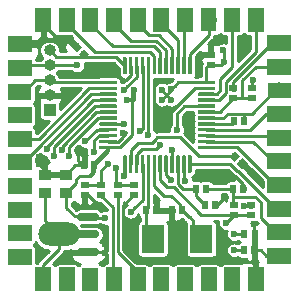
<source format=gbr>
G04 #@! TF.GenerationSoftware,KiCad,Pcbnew,5.1.4-e60b266~84~ubuntu18.04.1*
G04 #@! TF.CreationDate,2019-10-31T20:09:33+08:00*
G04 #@! TF.ProjectId,dap-stm32f103,6461702d-7374-46d3-9332-663130332e6b,rev?*
G04 #@! TF.SameCoordinates,Original*
G04 #@! TF.FileFunction,Copper,L1,Top*
G04 #@! TF.FilePolarity,Positive*
%FSLAX46Y46*%
G04 Gerber Fmt 4.6, Leading zero omitted, Abs format (unit mm)*
G04 Created by KiCad (PCBNEW 5.1.4-e60b266~84~ubuntu18.04.1) date 2019-10-31 20:09:33*
%MOMM*%
%LPD*%
G04 APERTURE LIST*
%ADD10R,0.650000X0.600000*%
%ADD11R,0.600000X0.650000*%
%ADD12R,2.000000X1.350000*%
%ADD13C,1.350000*%
%ADD14C,0.100000*%
%ADD15O,1.000000X1.000000*%
%ADD16R,1.000000X1.000000*%
%ADD17R,1.350000X2.000000*%
%ADD18R,1.900000X2.400000*%
%ADD19O,1.900000X0.700000*%
%ADD20O,3.500000X2.000000*%
%ADD21O,2.100000X0.700000*%
%ADD22C,0.300000*%
%ADD23C,0.600000*%
%ADD24R,0.980000X0.930000*%
%ADD25C,0.250000*%
G04 APERTURE END LIST*
D10*
X122298000Y-87839000D03*
X122298000Y-88689000D03*
D11*
X133859000Y-92008000D03*
X133009000Y-92008000D03*
D12*
X113964000Y-83958000D03*
X113964000Y-81958000D03*
X113964000Y-91958000D03*
X113964000Y-87958000D03*
X113964000Y-85958000D03*
X113964000Y-77958000D03*
X113964000Y-93958000D03*
D13*
X113964000Y-79958000D03*
D14*
G36*
X112964000Y-80633000D02*
G01*
X112964000Y-79283000D01*
X114964000Y-79283000D01*
X114964000Y-80633000D01*
X112964000Y-80633000D01*
X112964000Y-80633000D01*
G37*
D12*
X113964000Y-89958000D03*
X113964000Y-75958000D03*
D15*
X116514000Y-76478000D03*
X116514000Y-77748000D03*
X116514000Y-79018000D03*
X116514000Y-80288000D03*
D16*
X116514000Y-81558000D03*
D17*
X123964000Y-95868000D03*
X121964000Y-95868000D03*
X131964000Y-95868000D03*
X127964000Y-95868000D03*
X125964000Y-95868000D03*
X117964000Y-95868000D03*
X133964000Y-95868000D03*
D13*
X119964000Y-95868000D03*
D14*
G36*
X120639000Y-96868000D02*
G01*
X119289000Y-96868000D01*
X119289000Y-94868000D01*
X120639000Y-94868000D01*
X120639000Y-96868000D01*
X120639000Y-96868000D01*
G37*
D17*
X129964000Y-95868000D03*
X115964000Y-95868000D03*
X125964000Y-73868000D03*
X127964000Y-73868000D03*
X117964000Y-73868000D03*
X121964000Y-73868000D03*
X123964000Y-73868000D03*
X131964000Y-73868000D03*
X115964000Y-73868000D03*
D13*
X129964000Y-73868000D03*
D14*
G36*
X129289000Y-72868000D02*
G01*
X130639000Y-72868000D01*
X130639000Y-74868000D01*
X129289000Y-74868000D01*
X129289000Y-72868000D01*
X129289000Y-72868000D01*
G37*
D17*
X119964000Y-73868000D03*
X133964000Y-73868000D03*
D12*
X135964000Y-83868000D03*
X135964000Y-81868000D03*
X135964000Y-91868000D03*
X135964000Y-87868000D03*
X135964000Y-85868000D03*
X135964000Y-77868000D03*
X135964000Y-93868000D03*
D13*
X135964000Y-79868000D03*
D14*
G36*
X134964000Y-80543000D02*
G01*
X134964000Y-79193000D01*
X136964000Y-79193000D01*
X136964000Y-80543000D01*
X134964000Y-80543000D01*
X134964000Y-80543000D01*
G37*
D12*
X135964000Y-89868000D03*
X135964000Y-75868000D03*
D18*
X125254000Y-92458000D03*
X129354000Y-92458000D03*
D19*
X119774000Y-90558000D03*
D20*
X117274000Y-92058000D03*
D21*
X119674000Y-92058000D03*
D19*
X119774000Y-93558000D03*
D14*
G36*
X122961351Y-85361861D02*
G01*
X122968632Y-85362941D01*
X122975771Y-85364729D01*
X122982701Y-85367209D01*
X122989355Y-85370356D01*
X122995668Y-85374140D01*
X123001579Y-85378524D01*
X123007033Y-85383467D01*
X123011976Y-85388921D01*
X123016360Y-85394832D01*
X123020144Y-85401145D01*
X123023291Y-85407799D01*
X123025771Y-85414729D01*
X123027559Y-85421868D01*
X123028639Y-85429149D01*
X123029000Y-85436500D01*
X123029000Y-86761500D01*
X123028639Y-86768851D01*
X123027559Y-86776132D01*
X123025771Y-86783271D01*
X123023291Y-86790201D01*
X123020144Y-86796855D01*
X123016360Y-86803168D01*
X123011976Y-86809079D01*
X123007033Y-86814533D01*
X123001579Y-86819476D01*
X122995668Y-86823860D01*
X122989355Y-86827644D01*
X122982701Y-86830791D01*
X122975771Y-86833271D01*
X122968632Y-86835059D01*
X122961351Y-86836139D01*
X122954000Y-86836500D01*
X122804000Y-86836500D01*
X122796649Y-86836139D01*
X122789368Y-86835059D01*
X122782229Y-86833271D01*
X122775299Y-86830791D01*
X122768645Y-86827644D01*
X122762332Y-86823860D01*
X122756421Y-86819476D01*
X122750967Y-86814533D01*
X122746024Y-86809079D01*
X122741640Y-86803168D01*
X122737856Y-86796855D01*
X122734709Y-86790201D01*
X122732229Y-86783271D01*
X122730441Y-86776132D01*
X122729361Y-86768851D01*
X122729000Y-86761500D01*
X122729000Y-85436500D01*
X122729361Y-85429149D01*
X122730441Y-85421868D01*
X122732229Y-85414729D01*
X122734709Y-85407799D01*
X122737856Y-85401145D01*
X122741640Y-85394832D01*
X122746024Y-85388921D01*
X122750967Y-85383467D01*
X122756421Y-85378524D01*
X122762332Y-85374140D01*
X122768645Y-85370356D01*
X122775299Y-85367209D01*
X122782229Y-85364729D01*
X122789368Y-85362941D01*
X122796649Y-85361861D01*
X122804000Y-85361500D01*
X122954000Y-85361500D01*
X122961351Y-85361861D01*
X122961351Y-85361861D01*
G37*
D22*
X122879000Y-86099000D03*
D14*
G36*
X123461351Y-85361861D02*
G01*
X123468632Y-85362941D01*
X123475771Y-85364729D01*
X123482701Y-85367209D01*
X123489355Y-85370356D01*
X123495668Y-85374140D01*
X123501579Y-85378524D01*
X123507033Y-85383467D01*
X123511976Y-85388921D01*
X123516360Y-85394832D01*
X123520144Y-85401145D01*
X123523291Y-85407799D01*
X123525771Y-85414729D01*
X123527559Y-85421868D01*
X123528639Y-85429149D01*
X123529000Y-85436500D01*
X123529000Y-86761500D01*
X123528639Y-86768851D01*
X123527559Y-86776132D01*
X123525771Y-86783271D01*
X123523291Y-86790201D01*
X123520144Y-86796855D01*
X123516360Y-86803168D01*
X123511976Y-86809079D01*
X123507033Y-86814533D01*
X123501579Y-86819476D01*
X123495668Y-86823860D01*
X123489355Y-86827644D01*
X123482701Y-86830791D01*
X123475771Y-86833271D01*
X123468632Y-86835059D01*
X123461351Y-86836139D01*
X123454000Y-86836500D01*
X123304000Y-86836500D01*
X123296649Y-86836139D01*
X123289368Y-86835059D01*
X123282229Y-86833271D01*
X123275299Y-86830791D01*
X123268645Y-86827644D01*
X123262332Y-86823860D01*
X123256421Y-86819476D01*
X123250967Y-86814533D01*
X123246024Y-86809079D01*
X123241640Y-86803168D01*
X123237856Y-86796855D01*
X123234709Y-86790201D01*
X123232229Y-86783271D01*
X123230441Y-86776132D01*
X123229361Y-86768851D01*
X123229000Y-86761500D01*
X123229000Y-85436500D01*
X123229361Y-85429149D01*
X123230441Y-85421868D01*
X123232229Y-85414729D01*
X123234709Y-85407799D01*
X123237856Y-85401145D01*
X123241640Y-85394832D01*
X123246024Y-85388921D01*
X123250967Y-85383467D01*
X123256421Y-85378524D01*
X123262332Y-85374140D01*
X123268645Y-85370356D01*
X123275299Y-85367209D01*
X123282229Y-85364729D01*
X123289368Y-85362941D01*
X123296649Y-85361861D01*
X123304000Y-85361500D01*
X123454000Y-85361500D01*
X123461351Y-85361861D01*
X123461351Y-85361861D01*
G37*
D22*
X123379000Y-86099000D03*
D14*
G36*
X123961351Y-85361861D02*
G01*
X123968632Y-85362941D01*
X123975771Y-85364729D01*
X123982701Y-85367209D01*
X123989355Y-85370356D01*
X123995668Y-85374140D01*
X124001579Y-85378524D01*
X124007033Y-85383467D01*
X124011976Y-85388921D01*
X124016360Y-85394832D01*
X124020144Y-85401145D01*
X124023291Y-85407799D01*
X124025771Y-85414729D01*
X124027559Y-85421868D01*
X124028639Y-85429149D01*
X124029000Y-85436500D01*
X124029000Y-86761500D01*
X124028639Y-86768851D01*
X124027559Y-86776132D01*
X124025771Y-86783271D01*
X124023291Y-86790201D01*
X124020144Y-86796855D01*
X124016360Y-86803168D01*
X124011976Y-86809079D01*
X124007033Y-86814533D01*
X124001579Y-86819476D01*
X123995668Y-86823860D01*
X123989355Y-86827644D01*
X123982701Y-86830791D01*
X123975771Y-86833271D01*
X123968632Y-86835059D01*
X123961351Y-86836139D01*
X123954000Y-86836500D01*
X123804000Y-86836500D01*
X123796649Y-86836139D01*
X123789368Y-86835059D01*
X123782229Y-86833271D01*
X123775299Y-86830791D01*
X123768645Y-86827644D01*
X123762332Y-86823860D01*
X123756421Y-86819476D01*
X123750967Y-86814533D01*
X123746024Y-86809079D01*
X123741640Y-86803168D01*
X123737856Y-86796855D01*
X123734709Y-86790201D01*
X123732229Y-86783271D01*
X123730441Y-86776132D01*
X123729361Y-86768851D01*
X123729000Y-86761500D01*
X123729000Y-85436500D01*
X123729361Y-85429149D01*
X123730441Y-85421868D01*
X123732229Y-85414729D01*
X123734709Y-85407799D01*
X123737856Y-85401145D01*
X123741640Y-85394832D01*
X123746024Y-85388921D01*
X123750967Y-85383467D01*
X123756421Y-85378524D01*
X123762332Y-85374140D01*
X123768645Y-85370356D01*
X123775299Y-85367209D01*
X123782229Y-85364729D01*
X123789368Y-85362941D01*
X123796649Y-85361861D01*
X123804000Y-85361500D01*
X123954000Y-85361500D01*
X123961351Y-85361861D01*
X123961351Y-85361861D01*
G37*
D22*
X123879000Y-86099000D03*
D14*
G36*
X124461351Y-85361861D02*
G01*
X124468632Y-85362941D01*
X124475771Y-85364729D01*
X124482701Y-85367209D01*
X124489355Y-85370356D01*
X124495668Y-85374140D01*
X124501579Y-85378524D01*
X124507033Y-85383467D01*
X124511976Y-85388921D01*
X124516360Y-85394832D01*
X124520144Y-85401145D01*
X124523291Y-85407799D01*
X124525771Y-85414729D01*
X124527559Y-85421868D01*
X124528639Y-85429149D01*
X124529000Y-85436500D01*
X124529000Y-86761500D01*
X124528639Y-86768851D01*
X124527559Y-86776132D01*
X124525771Y-86783271D01*
X124523291Y-86790201D01*
X124520144Y-86796855D01*
X124516360Y-86803168D01*
X124511976Y-86809079D01*
X124507033Y-86814533D01*
X124501579Y-86819476D01*
X124495668Y-86823860D01*
X124489355Y-86827644D01*
X124482701Y-86830791D01*
X124475771Y-86833271D01*
X124468632Y-86835059D01*
X124461351Y-86836139D01*
X124454000Y-86836500D01*
X124304000Y-86836500D01*
X124296649Y-86836139D01*
X124289368Y-86835059D01*
X124282229Y-86833271D01*
X124275299Y-86830791D01*
X124268645Y-86827644D01*
X124262332Y-86823860D01*
X124256421Y-86819476D01*
X124250967Y-86814533D01*
X124246024Y-86809079D01*
X124241640Y-86803168D01*
X124237856Y-86796855D01*
X124234709Y-86790201D01*
X124232229Y-86783271D01*
X124230441Y-86776132D01*
X124229361Y-86768851D01*
X124229000Y-86761500D01*
X124229000Y-85436500D01*
X124229361Y-85429149D01*
X124230441Y-85421868D01*
X124232229Y-85414729D01*
X124234709Y-85407799D01*
X124237856Y-85401145D01*
X124241640Y-85394832D01*
X124246024Y-85388921D01*
X124250967Y-85383467D01*
X124256421Y-85378524D01*
X124262332Y-85374140D01*
X124268645Y-85370356D01*
X124275299Y-85367209D01*
X124282229Y-85364729D01*
X124289368Y-85362941D01*
X124296649Y-85361861D01*
X124304000Y-85361500D01*
X124454000Y-85361500D01*
X124461351Y-85361861D01*
X124461351Y-85361861D01*
G37*
D22*
X124379000Y-86099000D03*
D14*
G36*
X124961351Y-85361861D02*
G01*
X124968632Y-85362941D01*
X124975771Y-85364729D01*
X124982701Y-85367209D01*
X124989355Y-85370356D01*
X124995668Y-85374140D01*
X125001579Y-85378524D01*
X125007033Y-85383467D01*
X125011976Y-85388921D01*
X125016360Y-85394832D01*
X125020144Y-85401145D01*
X125023291Y-85407799D01*
X125025771Y-85414729D01*
X125027559Y-85421868D01*
X125028639Y-85429149D01*
X125029000Y-85436500D01*
X125029000Y-86761500D01*
X125028639Y-86768851D01*
X125027559Y-86776132D01*
X125025771Y-86783271D01*
X125023291Y-86790201D01*
X125020144Y-86796855D01*
X125016360Y-86803168D01*
X125011976Y-86809079D01*
X125007033Y-86814533D01*
X125001579Y-86819476D01*
X124995668Y-86823860D01*
X124989355Y-86827644D01*
X124982701Y-86830791D01*
X124975771Y-86833271D01*
X124968632Y-86835059D01*
X124961351Y-86836139D01*
X124954000Y-86836500D01*
X124804000Y-86836500D01*
X124796649Y-86836139D01*
X124789368Y-86835059D01*
X124782229Y-86833271D01*
X124775299Y-86830791D01*
X124768645Y-86827644D01*
X124762332Y-86823860D01*
X124756421Y-86819476D01*
X124750967Y-86814533D01*
X124746024Y-86809079D01*
X124741640Y-86803168D01*
X124737856Y-86796855D01*
X124734709Y-86790201D01*
X124732229Y-86783271D01*
X124730441Y-86776132D01*
X124729361Y-86768851D01*
X124729000Y-86761500D01*
X124729000Y-85436500D01*
X124729361Y-85429149D01*
X124730441Y-85421868D01*
X124732229Y-85414729D01*
X124734709Y-85407799D01*
X124737856Y-85401145D01*
X124741640Y-85394832D01*
X124746024Y-85388921D01*
X124750967Y-85383467D01*
X124756421Y-85378524D01*
X124762332Y-85374140D01*
X124768645Y-85370356D01*
X124775299Y-85367209D01*
X124782229Y-85364729D01*
X124789368Y-85362941D01*
X124796649Y-85361861D01*
X124804000Y-85361500D01*
X124954000Y-85361500D01*
X124961351Y-85361861D01*
X124961351Y-85361861D01*
G37*
D22*
X124879000Y-86099000D03*
D14*
G36*
X125461351Y-85361861D02*
G01*
X125468632Y-85362941D01*
X125475771Y-85364729D01*
X125482701Y-85367209D01*
X125489355Y-85370356D01*
X125495668Y-85374140D01*
X125501579Y-85378524D01*
X125507033Y-85383467D01*
X125511976Y-85388921D01*
X125516360Y-85394832D01*
X125520144Y-85401145D01*
X125523291Y-85407799D01*
X125525771Y-85414729D01*
X125527559Y-85421868D01*
X125528639Y-85429149D01*
X125529000Y-85436500D01*
X125529000Y-86761500D01*
X125528639Y-86768851D01*
X125527559Y-86776132D01*
X125525771Y-86783271D01*
X125523291Y-86790201D01*
X125520144Y-86796855D01*
X125516360Y-86803168D01*
X125511976Y-86809079D01*
X125507033Y-86814533D01*
X125501579Y-86819476D01*
X125495668Y-86823860D01*
X125489355Y-86827644D01*
X125482701Y-86830791D01*
X125475771Y-86833271D01*
X125468632Y-86835059D01*
X125461351Y-86836139D01*
X125454000Y-86836500D01*
X125304000Y-86836500D01*
X125296649Y-86836139D01*
X125289368Y-86835059D01*
X125282229Y-86833271D01*
X125275299Y-86830791D01*
X125268645Y-86827644D01*
X125262332Y-86823860D01*
X125256421Y-86819476D01*
X125250967Y-86814533D01*
X125246024Y-86809079D01*
X125241640Y-86803168D01*
X125237856Y-86796855D01*
X125234709Y-86790201D01*
X125232229Y-86783271D01*
X125230441Y-86776132D01*
X125229361Y-86768851D01*
X125229000Y-86761500D01*
X125229000Y-85436500D01*
X125229361Y-85429149D01*
X125230441Y-85421868D01*
X125232229Y-85414729D01*
X125234709Y-85407799D01*
X125237856Y-85401145D01*
X125241640Y-85394832D01*
X125246024Y-85388921D01*
X125250967Y-85383467D01*
X125256421Y-85378524D01*
X125262332Y-85374140D01*
X125268645Y-85370356D01*
X125275299Y-85367209D01*
X125282229Y-85364729D01*
X125289368Y-85362941D01*
X125296649Y-85361861D01*
X125304000Y-85361500D01*
X125454000Y-85361500D01*
X125461351Y-85361861D01*
X125461351Y-85361861D01*
G37*
D22*
X125379000Y-86099000D03*
D14*
G36*
X125961351Y-85361861D02*
G01*
X125968632Y-85362941D01*
X125975771Y-85364729D01*
X125982701Y-85367209D01*
X125989355Y-85370356D01*
X125995668Y-85374140D01*
X126001579Y-85378524D01*
X126007033Y-85383467D01*
X126011976Y-85388921D01*
X126016360Y-85394832D01*
X126020144Y-85401145D01*
X126023291Y-85407799D01*
X126025771Y-85414729D01*
X126027559Y-85421868D01*
X126028639Y-85429149D01*
X126029000Y-85436500D01*
X126029000Y-86761500D01*
X126028639Y-86768851D01*
X126027559Y-86776132D01*
X126025771Y-86783271D01*
X126023291Y-86790201D01*
X126020144Y-86796855D01*
X126016360Y-86803168D01*
X126011976Y-86809079D01*
X126007033Y-86814533D01*
X126001579Y-86819476D01*
X125995668Y-86823860D01*
X125989355Y-86827644D01*
X125982701Y-86830791D01*
X125975771Y-86833271D01*
X125968632Y-86835059D01*
X125961351Y-86836139D01*
X125954000Y-86836500D01*
X125804000Y-86836500D01*
X125796649Y-86836139D01*
X125789368Y-86835059D01*
X125782229Y-86833271D01*
X125775299Y-86830791D01*
X125768645Y-86827644D01*
X125762332Y-86823860D01*
X125756421Y-86819476D01*
X125750967Y-86814533D01*
X125746024Y-86809079D01*
X125741640Y-86803168D01*
X125737856Y-86796855D01*
X125734709Y-86790201D01*
X125732229Y-86783271D01*
X125730441Y-86776132D01*
X125729361Y-86768851D01*
X125729000Y-86761500D01*
X125729000Y-85436500D01*
X125729361Y-85429149D01*
X125730441Y-85421868D01*
X125732229Y-85414729D01*
X125734709Y-85407799D01*
X125737856Y-85401145D01*
X125741640Y-85394832D01*
X125746024Y-85388921D01*
X125750967Y-85383467D01*
X125756421Y-85378524D01*
X125762332Y-85374140D01*
X125768645Y-85370356D01*
X125775299Y-85367209D01*
X125782229Y-85364729D01*
X125789368Y-85362941D01*
X125796649Y-85361861D01*
X125804000Y-85361500D01*
X125954000Y-85361500D01*
X125961351Y-85361861D01*
X125961351Y-85361861D01*
G37*
D22*
X125879000Y-86099000D03*
D14*
G36*
X126461351Y-85361861D02*
G01*
X126468632Y-85362941D01*
X126475771Y-85364729D01*
X126482701Y-85367209D01*
X126489355Y-85370356D01*
X126495668Y-85374140D01*
X126501579Y-85378524D01*
X126507033Y-85383467D01*
X126511976Y-85388921D01*
X126516360Y-85394832D01*
X126520144Y-85401145D01*
X126523291Y-85407799D01*
X126525771Y-85414729D01*
X126527559Y-85421868D01*
X126528639Y-85429149D01*
X126529000Y-85436500D01*
X126529000Y-86761500D01*
X126528639Y-86768851D01*
X126527559Y-86776132D01*
X126525771Y-86783271D01*
X126523291Y-86790201D01*
X126520144Y-86796855D01*
X126516360Y-86803168D01*
X126511976Y-86809079D01*
X126507033Y-86814533D01*
X126501579Y-86819476D01*
X126495668Y-86823860D01*
X126489355Y-86827644D01*
X126482701Y-86830791D01*
X126475771Y-86833271D01*
X126468632Y-86835059D01*
X126461351Y-86836139D01*
X126454000Y-86836500D01*
X126304000Y-86836500D01*
X126296649Y-86836139D01*
X126289368Y-86835059D01*
X126282229Y-86833271D01*
X126275299Y-86830791D01*
X126268645Y-86827644D01*
X126262332Y-86823860D01*
X126256421Y-86819476D01*
X126250967Y-86814533D01*
X126246024Y-86809079D01*
X126241640Y-86803168D01*
X126237856Y-86796855D01*
X126234709Y-86790201D01*
X126232229Y-86783271D01*
X126230441Y-86776132D01*
X126229361Y-86768851D01*
X126229000Y-86761500D01*
X126229000Y-85436500D01*
X126229361Y-85429149D01*
X126230441Y-85421868D01*
X126232229Y-85414729D01*
X126234709Y-85407799D01*
X126237856Y-85401145D01*
X126241640Y-85394832D01*
X126246024Y-85388921D01*
X126250967Y-85383467D01*
X126256421Y-85378524D01*
X126262332Y-85374140D01*
X126268645Y-85370356D01*
X126275299Y-85367209D01*
X126282229Y-85364729D01*
X126289368Y-85362941D01*
X126296649Y-85361861D01*
X126304000Y-85361500D01*
X126454000Y-85361500D01*
X126461351Y-85361861D01*
X126461351Y-85361861D01*
G37*
D22*
X126379000Y-86099000D03*
D14*
G36*
X126961351Y-85361861D02*
G01*
X126968632Y-85362941D01*
X126975771Y-85364729D01*
X126982701Y-85367209D01*
X126989355Y-85370356D01*
X126995668Y-85374140D01*
X127001579Y-85378524D01*
X127007033Y-85383467D01*
X127011976Y-85388921D01*
X127016360Y-85394832D01*
X127020144Y-85401145D01*
X127023291Y-85407799D01*
X127025771Y-85414729D01*
X127027559Y-85421868D01*
X127028639Y-85429149D01*
X127029000Y-85436500D01*
X127029000Y-86761500D01*
X127028639Y-86768851D01*
X127027559Y-86776132D01*
X127025771Y-86783271D01*
X127023291Y-86790201D01*
X127020144Y-86796855D01*
X127016360Y-86803168D01*
X127011976Y-86809079D01*
X127007033Y-86814533D01*
X127001579Y-86819476D01*
X126995668Y-86823860D01*
X126989355Y-86827644D01*
X126982701Y-86830791D01*
X126975771Y-86833271D01*
X126968632Y-86835059D01*
X126961351Y-86836139D01*
X126954000Y-86836500D01*
X126804000Y-86836500D01*
X126796649Y-86836139D01*
X126789368Y-86835059D01*
X126782229Y-86833271D01*
X126775299Y-86830791D01*
X126768645Y-86827644D01*
X126762332Y-86823860D01*
X126756421Y-86819476D01*
X126750967Y-86814533D01*
X126746024Y-86809079D01*
X126741640Y-86803168D01*
X126737856Y-86796855D01*
X126734709Y-86790201D01*
X126732229Y-86783271D01*
X126730441Y-86776132D01*
X126729361Y-86768851D01*
X126729000Y-86761500D01*
X126729000Y-85436500D01*
X126729361Y-85429149D01*
X126730441Y-85421868D01*
X126732229Y-85414729D01*
X126734709Y-85407799D01*
X126737856Y-85401145D01*
X126741640Y-85394832D01*
X126746024Y-85388921D01*
X126750967Y-85383467D01*
X126756421Y-85378524D01*
X126762332Y-85374140D01*
X126768645Y-85370356D01*
X126775299Y-85367209D01*
X126782229Y-85364729D01*
X126789368Y-85362941D01*
X126796649Y-85361861D01*
X126804000Y-85361500D01*
X126954000Y-85361500D01*
X126961351Y-85361861D01*
X126961351Y-85361861D01*
G37*
D22*
X126879000Y-86099000D03*
D14*
G36*
X127461351Y-85361861D02*
G01*
X127468632Y-85362941D01*
X127475771Y-85364729D01*
X127482701Y-85367209D01*
X127489355Y-85370356D01*
X127495668Y-85374140D01*
X127501579Y-85378524D01*
X127507033Y-85383467D01*
X127511976Y-85388921D01*
X127516360Y-85394832D01*
X127520144Y-85401145D01*
X127523291Y-85407799D01*
X127525771Y-85414729D01*
X127527559Y-85421868D01*
X127528639Y-85429149D01*
X127529000Y-85436500D01*
X127529000Y-86761500D01*
X127528639Y-86768851D01*
X127527559Y-86776132D01*
X127525771Y-86783271D01*
X127523291Y-86790201D01*
X127520144Y-86796855D01*
X127516360Y-86803168D01*
X127511976Y-86809079D01*
X127507033Y-86814533D01*
X127501579Y-86819476D01*
X127495668Y-86823860D01*
X127489355Y-86827644D01*
X127482701Y-86830791D01*
X127475771Y-86833271D01*
X127468632Y-86835059D01*
X127461351Y-86836139D01*
X127454000Y-86836500D01*
X127304000Y-86836500D01*
X127296649Y-86836139D01*
X127289368Y-86835059D01*
X127282229Y-86833271D01*
X127275299Y-86830791D01*
X127268645Y-86827644D01*
X127262332Y-86823860D01*
X127256421Y-86819476D01*
X127250967Y-86814533D01*
X127246024Y-86809079D01*
X127241640Y-86803168D01*
X127237856Y-86796855D01*
X127234709Y-86790201D01*
X127232229Y-86783271D01*
X127230441Y-86776132D01*
X127229361Y-86768851D01*
X127229000Y-86761500D01*
X127229000Y-85436500D01*
X127229361Y-85429149D01*
X127230441Y-85421868D01*
X127232229Y-85414729D01*
X127234709Y-85407799D01*
X127237856Y-85401145D01*
X127241640Y-85394832D01*
X127246024Y-85388921D01*
X127250967Y-85383467D01*
X127256421Y-85378524D01*
X127262332Y-85374140D01*
X127268645Y-85370356D01*
X127275299Y-85367209D01*
X127282229Y-85364729D01*
X127289368Y-85362941D01*
X127296649Y-85361861D01*
X127304000Y-85361500D01*
X127454000Y-85361500D01*
X127461351Y-85361861D01*
X127461351Y-85361861D01*
G37*
D22*
X127379000Y-86099000D03*
D14*
G36*
X127961351Y-85361861D02*
G01*
X127968632Y-85362941D01*
X127975771Y-85364729D01*
X127982701Y-85367209D01*
X127989355Y-85370356D01*
X127995668Y-85374140D01*
X128001579Y-85378524D01*
X128007033Y-85383467D01*
X128011976Y-85388921D01*
X128016360Y-85394832D01*
X128020144Y-85401145D01*
X128023291Y-85407799D01*
X128025771Y-85414729D01*
X128027559Y-85421868D01*
X128028639Y-85429149D01*
X128029000Y-85436500D01*
X128029000Y-86761500D01*
X128028639Y-86768851D01*
X128027559Y-86776132D01*
X128025771Y-86783271D01*
X128023291Y-86790201D01*
X128020144Y-86796855D01*
X128016360Y-86803168D01*
X128011976Y-86809079D01*
X128007033Y-86814533D01*
X128001579Y-86819476D01*
X127995668Y-86823860D01*
X127989355Y-86827644D01*
X127982701Y-86830791D01*
X127975771Y-86833271D01*
X127968632Y-86835059D01*
X127961351Y-86836139D01*
X127954000Y-86836500D01*
X127804000Y-86836500D01*
X127796649Y-86836139D01*
X127789368Y-86835059D01*
X127782229Y-86833271D01*
X127775299Y-86830791D01*
X127768645Y-86827644D01*
X127762332Y-86823860D01*
X127756421Y-86819476D01*
X127750967Y-86814533D01*
X127746024Y-86809079D01*
X127741640Y-86803168D01*
X127737856Y-86796855D01*
X127734709Y-86790201D01*
X127732229Y-86783271D01*
X127730441Y-86776132D01*
X127729361Y-86768851D01*
X127729000Y-86761500D01*
X127729000Y-85436500D01*
X127729361Y-85429149D01*
X127730441Y-85421868D01*
X127732229Y-85414729D01*
X127734709Y-85407799D01*
X127737856Y-85401145D01*
X127741640Y-85394832D01*
X127746024Y-85388921D01*
X127750967Y-85383467D01*
X127756421Y-85378524D01*
X127762332Y-85374140D01*
X127768645Y-85370356D01*
X127775299Y-85367209D01*
X127782229Y-85364729D01*
X127789368Y-85362941D01*
X127796649Y-85361861D01*
X127804000Y-85361500D01*
X127954000Y-85361500D01*
X127961351Y-85361861D01*
X127961351Y-85361861D01*
G37*
D22*
X127879000Y-86099000D03*
D14*
G36*
X128461351Y-85361861D02*
G01*
X128468632Y-85362941D01*
X128475771Y-85364729D01*
X128482701Y-85367209D01*
X128489355Y-85370356D01*
X128495668Y-85374140D01*
X128501579Y-85378524D01*
X128507033Y-85383467D01*
X128511976Y-85388921D01*
X128516360Y-85394832D01*
X128520144Y-85401145D01*
X128523291Y-85407799D01*
X128525771Y-85414729D01*
X128527559Y-85421868D01*
X128528639Y-85429149D01*
X128529000Y-85436500D01*
X128529000Y-86761500D01*
X128528639Y-86768851D01*
X128527559Y-86776132D01*
X128525771Y-86783271D01*
X128523291Y-86790201D01*
X128520144Y-86796855D01*
X128516360Y-86803168D01*
X128511976Y-86809079D01*
X128507033Y-86814533D01*
X128501579Y-86819476D01*
X128495668Y-86823860D01*
X128489355Y-86827644D01*
X128482701Y-86830791D01*
X128475771Y-86833271D01*
X128468632Y-86835059D01*
X128461351Y-86836139D01*
X128454000Y-86836500D01*
X128304000Y-86836500D01*
X128296649Y-86836139D01*
X128289368Y-86835059D01*
X128282229Y-86833271D01*
X128275299Y-86830791D01*
X128268645Y-86827644D01*
X128262332Y-86823860D01*
X128256421Y-86819476D01*
X128250967Y-86814533D01*
X128246024Y-86809079D01*
X128241640Y-86803168D01*
X128237856Y-86796855D01*
X128234709Y-86790201D01*
X128232229Y-86783271D01*
X128230441Y-86776132D01*
X128229361Y-86768851D01*
X128229000Y-86761500D01*
X128229000Y-85436500D01*
X128229361Y-85429149D01*
X128230441Y-85421868D01*
X128232229Y-85414729D01*
X128234709Y-85407799D01*
X128237856Y-85401145D01*
X128241640Y-85394832D01*
X128246024Y-85388921D01*
X128250967Y-85383467D01*
X128256421Y-85378524D01*
X128262332Y-85374140D01*
X128268645Y-85370356D01*
X128275299Y-85367209D01*
X128282229Y-85364729D01*
X128289368Y-85362941D01*
X128296649Y-85361861D01*
X128304000Y-85361500D01*
X128454000Y-85361500D01*
X128461351Y-85361861D01*
X128461351Y-85361861D01*
G37*
D22*
X128379000Y-86099000D03*
D14*
G36*
X130461351Y-84536861D02*
G01*
X130468632Y-84537941D01*
X130475771Y-84539729D01*
X130482701Y-84542209D01*
X130489355Y-84545356D01*
X130495668Y-84549140D01*
X130501579Y-84553524D01*
X130507033Y-84558467D01*
X130511976Y-84563921D01*
X130516360Y-84569832D01*
X130520144Y-84576145D01*
X130523291Y-84582799D01*
X130525771Y-84589729D01*
X130527559Y-84596868D01*
X130528639Y-84604149D01*
X130529000Y-84611500D01*
X130529000Y-84761500D01*
X130528639Y-84768851D01*
X130527559Y-84776132D01*
X130525771Y-84783271D01*
X130523291Y-84790201D01*
X130520144Y-84796855D01*
X130516360Y-84803168D01*
X130511976Y-84809079D01*
X130507033Y-84814533D01*
X130501579Y-84819476D01*
X130495668Y-84823860D01*
X130489355Y-84827644D01*
X130482701Y-84830791D01*
X130475771Y-84833271D01*
X130468632Y-84835059D01*
X130461351Y-84836139D01*
X130454000Y-84836500D01*
X129129000Y-84836500D01*
X129121649Y-84836139D01*
X129114368Y-84835059D01*
X129107229Y-84833271D01*
X129100299Y-84830791D01*
X129093645Y-84827644D01*
X129087332Y-84823860D01*
X129081421Y-84819476D01*
X129075967Y-84814533D01*
X129071024Y-84809079D01*
X129066640Y-84803168D01*
X129062856Y-84796855D01*
X129059709Y-84790201D01*
X129057229Y-84783271D01*
X129055441Y-84776132D01*
X129054361Y-84768851D01*
X129054000Y-84761500D01*
X129054000Y-84611500D01*
X129054361Y-84604149D01*
X129055441Y-84596868D01*
X129057229Y-84589729D01*
X129059709Y-84582799D01*
X129062856Y-84576145D01*
X129066640Y-84569832D01*
X129071024Y-84563921D01*
X129075967Y-84558467D01*
X129081421Y-84553524D01*
X129087332Y-84549140D01*
X129093645Y-84545356D01*
X129100299Y-84542209D01*
X129107229Y-84539729D01*
X129114368Y-84537941D01*
X129121649Y-84536861D01*
X129129000Y-84536500D01*
X130454000Y-84536500D01*
X130461351Y-84536861D01*
X130461351Y-84536861D01*
G37*
D22*
X129791500Y-84686500D03*
D14*
G36*
X130461351Y-84036861D02*
G01*
X130468632Y-84037941D01*
X130475771Y-84039729D01*
X130482701Y-84042209D01*
X130489355Y-84045356D01*
X130495668Y-84049140D01*
X130501579Y-84053524D01*
X130507033Y-84058467D01*
X130511976Y-84063921D01*
X130516360Y-84069832D01*
X130520144Y-84076145D01*
X130523291Y-84082799D01*
X130525771Y-84089729D01*
X130527559Y-84096868D01*
X130528639Y-84104149D01*
X130529000Y-84111500D01*
X130529000Y-84261500D01*
X130528639Y-84268851D01*
X130527559Y-84276132D01*
X130525771Y-84283271D01*
X130523291Y-84290201D01*
X130520144Y-84296855D01*
X130516360Y-84303168D01*
X130511976Y-84309079D01*
X130507033Y-84314533D01*
X130501579Y-84319476D01*
X130495668Y-84323860D01*
X130489355Y-84327644D01*
X130482701Y-84330791D01*
X130475771Y-84333271D01*
X130468632Y-84335059D01*
X130461351Y-84336139D01*
X130454000Y-84336500D01*
X129129000Y-84336500D01*
X129121649Y-84336139D01*
X129114368Y-84335059D01*
X129107229Y-84333271D01*
X129100299Y-84330791D01*
X129093645Y-84327644D01*
X129087332Y-84323860D01*
X129081421Y-84319476D01*
X129075967Y-84314533D01*
X129071024Y-84309079D01*
X129066640Y-84303168D01*
X129062856Y-84296855D01*
X129059709Y-84290201D01*
X129057229Y-84283271D01*
X129055441Y-84276132D01*
X129054361Y-84268851D01*
X129054000Y-84261500D01*
X129054000Y-84111500D01*
X129054361Y-84104149D01*
X129055441Y-84096868D01*
X129057229Y-84089729D01*
X129059709Y-84082799D01*
X129062856Y-84076145D01*
X129066640Y-84069832D01*
X129071024Y-84063921D01*
X129075967Y-84058467D01*
X129081421Y-84053524D01*
X129087332Y-84049140D01*
X129093645Y-84045356D01*
X129100299Y-84042209D01*
X129107229Y-84039729D01*
X129114368Y-84037941D01*
X129121649Y-84036861D01*
X129129000Y-84036500D01*
X130454000Y-84036500D01*
X130461351Y-84036861D01*
X130461351Y-84036861D01*
G37*
D22*
X129791500Y-84186500D03*
D14*
G36*
X130461351Y-83536861D02*
G01*
X130468632Y-83537941D01*
X130475771Y-83539729D01*
X130482701Y-83542209D01*
X130489355Y-83545356D01*
X130495668Y-83549140D01*
X130501579Y-83553524D01*
X130507033Y-83558467D01*
X130511976Y-83563921D01*
X130516360Y-83569832D01*
X130520144Y-83576145D01*
X130523291Y-83582799D01*
X130525771Y-83589729D01*
X130527559Y-83596868D01*
X130528639Y-83604149D01*
X130529000Y-83611500D01*
X130529000Y-83761500D01*
X130528639Y-83768851D01*
X130527559Y-83776132D01*
X130525771Y-83783271D01*
X130523291Y-83790201D01*
X130520144Y-83796855D01*
X130516360Y-83803168D01*
X130511976Y-83809079D01*
X130507033Y-83814533D01*
X130501579Y-83819476D01*
X130495668Y-83823860D01*
X130489355Y-83827644D01*
X130482701Y-83830791D01*
X130475771Y-83833271D01*
X130468632Y-83835059D01*
X130461351Y-83836139D01*
X130454000Y-83836500D01*
X129129000Y-83836500D01*
X129121649Y-83836139D01*
X129114368Y-83835059D01*
X129107229Y-83833271D01*
X129100299Y-83830791D01*
X129093645Y-83827644D01*
X129087332Y-83823860D01*
X129081421Y-83819476D01*
X129075967Y-83814533D01*
X129071024Y-83809079D01*
X129066640Y-83803168D01*
X129062856Y-83796855D01*
X129059709Y-83790201D01*
X129057229Y-83783271D01*
X129055441Y-83776132D01*
X129054361Y-83768851D01*
X129054000Y-83761500D01*
X129054000Y-83611500D01*
X129054361Y-83604149D01*
X129055441Y-83596868D01*
X129057229Y-83589729D01*
X129059709Y-83582799D01*
X129062856Y-83576145D01*
X129066640Y-83569832D01*
X129071024Y-83563921D01*
X129075967Y-83558467D01*
X129081421Y-83553524D01*
X129087332Y-83549140D01*
X129093645Y-83545356D01*
X129100299Y-83542209D01*
X129107229Y-83539729D01*
X129114368Y-83537941D01*
X129121649Y-83536861D01*
X129129000Y-83536500D01*
X130454000Y-83536500D01*
X130461351Y-83536861D01*
X130461351Y-83536861D01*
G37*
D22*
X129791500Y-83686500D03*
D14*
G36*
X130461351Y-83036861D02*
G01*
X130468632Y-83037941D01*
X130475771Y-83039729D01*
X130482701Y-83042209D01*
X130489355Y-83045356D01*
X130495668Y-83049140D01*
X130501579Y-83053524D01*
X130507033Y-83058467D01*
X130511976Y-83063921D01*
X130516360Y-83069832D01*
X130520144Y-83076145D01*
X130523291Y-83082799D01*
X130525771Y-83089729D01*
X130527559Y-83096868D01*
X130528639Y-83104149D01*
X130529000Y-83111500D01*
X130529000Y-83261500D01*
X130528639Y-83268851D01*
X130527559Y-83276132D01*
X130525771Y-83283271D01*
X130523291Y-83290201D01*
X130520144Y-83296855D01*
X130516360Y-83303168D01*
X130511976Y-83309079D01*
X130507033Y-83314533D01*
X130501579Y-83319476D01*
X130495668Y-83323860D01*
X130489355Y-83327644D01*
X130482701Y-83330791D01*
X130475771Y-83333271D01*
X130468632Y-83335059D01*
X130461351Y-83336139D01*
X130454000Y-83336500D01*
X129129000Y-83336500D01*
X129121649Y-83336139D01*
X129114368Y-83335059D01*
X129107229Y-83333271D01*
X129100299Y-83330791D01*
X129093645Y-83327644D01*
X129087332Y-83323860D01*
X129081421Y-83319476D01*
X129075967Y-83314533D01*
X129071024Y-83309079D01*
X129066640Y-83303168D01*
X129062856Y-83296855D01*
X129059709Y-83290201D01*
X129057229Y-83283271D01*
X129055441Y-83276132D01*
X129054361Y-83268851D01*
X129054000Y-83261500D01*
X129054000Y-83111500D01*
X129054361Y-83104149D01*
X129055441Y-83096868D01*
X129057229Y-83089729D01*
X129059709Y-83082799D01*
X129062856Y-83076145D01*
X129066640Y-83069832D01*
X129071024Y-83063921D01*
X129075967Y-83058467D01*
X129081421Y-83053524D01*
X129087332Y-83049140D01*
X129093645Y-83045356D01*
X129100299Y-83042209D01*
X129107229Y-83039729D01*
X129114368Y-83037941D01*
X129121649Y-83036861D01*
X129129000Y-83036500D01*
X130454000Y-83036500D01*
X130461351Y-83036861D01*
X130461351Y-83036861D01*
G37*
D22*
X129791500Y-83186500D03*
D14*
G36*
X130461351Y-82536861D02*
G01*
X130468632Y-82537941D01*
X130475771Y-82539729D01*
X130482701Y-82542209D01*
X130489355Y-82545356D01*
X130495668Y-82549140D01*
X130501579Y-82553524D01*
X130507033Y-82558467D01*
X130511976Y-82563921D01*
X130516360Y-82569832D01*
X130520144Y-82576145D01*
X130523291Y-82582799D01*
X130525771Y-82589729D01*
X130527559Y-82596868D01*
X130528639Y-82604149D01*
X130529000Y-82611500D01*
X130529000Y-82761500D01*
X130528639Y-82768851D01*
X130527559Y-82776132D01*
X130525771Y-82783271D01*
X130523291Y-82790201D01*
X130520144Y-82796855D01*
X130516360Y-82803168D01*
X130511976Y-82809079D01*
X130507033Y-82814533D01*
X130501579Y-82819476D01*
X130495668Y-82823860D01*
X130489355Y-82827644D01*
X130482701Y-82830791D01*
X130475771Y-82833271D01*
X130468632Y-82835059D01*
X130461351Y-82836139D01*
X130454000Y-82836500D01*
X129129000Y-82836500D01*
X129121649Y-82836139D01*
X129114368Y-82835059D01*
X129107229Y-82833271D01*
X129100299Y-82830791D01*
X129093645Y-82827644D01*
X129087332Y-82823860D01*
X129081421Y-82819476D01*
X129075967Y-82814533D01*
X129071024Y-82809079D01*
X129066640Y-82803168D01*
X129062856Y-82796855D01*
X129059709Y-82790201D01*
X129057229Y-82783271D01*
X129055441Y-82776132D01*
X129054361Y-82768851D01*
X129054000Y-82761500D01*
X129054000Y-82611500D01*
X129054361Y-82604149D01*
X129055441Y-82596868D01*
X129057229Y-82589729D01*
X129059709Y-82582799D01*
X129062856Y-82576145D01*
X129066640Y-82569832D01*
X129071024Y-82563921D01*
X129075967Y-82558467D01*
X129081421Y-82553524D01*
X129087332Y-82549140D01*
X129093645Y-82545356D01*
X129100299Y-82542209D01*
X129107229Y-82539729D01*
X129114368Y-82537941D01*
X129121649Y-82536861D01*
X129129000Y-82536500D01*
X130454000Y-82536500D01*
X130461351Y-82536861D01*
X130461351Y-82536861D01*
G37*
D22*
X129791500Y-82686500D03*
D14*
G36*
X130461351Y-82036861D02*
G01*
X130468632Y-82037941D01*
X130475771Y-82039729D01*
X130482701Y-82042209D01*
X130489355Y-82045356D01*
X130495668Y-82049140D01*
X130501579Y-82053524D01*
X130507033Y-82058467D01*
X130511976Y-82063921D01*
X130516360Y-82069832D01*
X130520144Y-82076145D01*
X130523291Y-82082799D01*
X130525771Y-82089729D01*
X130527559Y-82096868D01*
X130528639Y-82104149D01*
X130529000Y-82111500D01*
X130529000Y-82261500D01*
X130528639Y-82268851D01*
X130527559Y-82276132D01*
X130525771Y-82283271D01*
X130523291Y-82290201D01*
X130520144Y-82296855D01*
X130516360Y-82303168D01*
X130511976Y-82309079D01*
X130507033Y-82314533D01*
X130501579Y-82319476D01*
X130495668Y-82323860D01*
X130489355Y-82327644D01*
X130482701Y-82330791D01*
X130475771Y-82333271D01*
X130468632Y-82335059D01*
X130461351Y-82336139D01*
X130454000Y-82336500D01*
X129129000Y-82336500D01*
X129121649Y-82336139D01*
X129114368Y-82335059D01*
X129107229Y-82333271D01*
X129100299Y-82330791D01*
X129093645Y-82327644D01*
X129087332Y-82323860D01*
X129081421Y-82319476D01*
X129075967Y-82314533D01*
X129071024Y-82309079D01*
X129066640Y-82303168D01*
X129062856Y-82296855D01*
X129059709Y-82290201D01*
X129057229Y-82283271D01*
X129055441Y-82276132D01*
X129054361Y-82268851D01*
X129054000Y-82261500D01*
X129054000Y-82111500D01*
X129054361Y-82104149D01*
X129055441Y-82096868D01*
X129057229Y-82089729D01*
X129059709Y-82082799D01*
X129062856Y-82076145D01*
X129066640Y-82069832D01*
X129071024Y-82063921D01*
X129075967Y-82058467D01*
X129081421Y-82053524D01*
X129087332Y-82049140D01*
X129093645Y-82045356D01*
X129100299Y-82042209D01*
X129107229Y-82039729D01*
X129114368Y-82037941D01*
X129121649Y-82036861D01*
X129129000Y-82036500D01*
X130454000Y-82036500D01*
X130461351Y-82036861D01*
X130461351Y-82036861D01*
G37*
D22*
X129791500Y-82186500D03*
D14*
G36*
X130461351Y-81536861D02*
G01*
X130468632Y-81537941D01*
X130475771Y-81539729D01*
X130482701Y-81542209D01*
X130489355Y-81545356D01*
X130495668Y-81549140D01*
X130501579Y-81553524D01*
X130507033Y-81558467D01*
X130511976Y-81563921D01*
X130516360Y-81569832D01*
X130520144Y-81576145D01*
X130523291Y-81582799D01*
X130525771Y-81589729D01*
X130527559Y-81596868D01*
X130528639Y-81604149D01*
X130529000Y-81611500D01*
X130529000Y-81761500D01*
X130528639Y-81768851D01*
X130527559Y-81776132D01*
X130525771Y-81783271D01*
X130523291Y-81790201D01*
X130520144Y-81796855D01*
X130516360Y-81803168D01*
X130511976Y-81809079D01*
X130507033Y-81814533D01*
X130501579Y-81819476D01*
X130495668Y-81823860D01*
X130489355Y-81827644D01*
X130482701Y-81830791D01*
X130475771Y-81833271D01*
X130468632Y-81835059D01*
X130461351Y-81836139D01*
X130454000Y-81836500D01*
X129129000Y-81836500D01*
X129121649Y-81836139D01*
X129114368Y-81835059D01*
X129107229Y-81833271D01*
X129100299Y-81830791D01*
X129093645Y-81827644D01*
X129087332Y-81823860D01*
X129081421Y-81819476D01*
X129075967Y-81814533D01*
X129071024Y-81809079D01*
X129066640Y-81803168D01*
X129062856Y-81796855D01*
X129059709Y-81790201D01*
X129057229Y-81783271D01*
X129055441Y-81776132D01*
X129054361Y-81768851D01*
X129054000Y-81761500D01*
X129054000Y-81611500D01*
X129054361Y-81604149D01*
X129055441Y-81596868D01*
X129057229Y-81589729D01*
X129059709Y-81582799D01*
X129062856Y-81576145D01*
X129066640Y-81569832D01*
X129071024Y-81563921D01*
X129075967Y-81558467D01*
X129081421Y-81553524D01*
X129087332Y-81549140D01*
X129093645Y-81545356D01*
X129100299Y-81542209D01*
X129107229Y-81539729D01*
X129114368Y-81537941D01*
X129121649Y-81536861D01*
X129129000Y-81536500D01*
X130454000Y-81536500D01*
X130461351Y-81536861D01*
X130461351Y-81536861D01*
G37*
D22*
X129791500Y-81686500D03*
D14*
G36*
X130461351Y-81036861D02*
G01*
X130468632Y-81037941D01*
X130475771Y-81039729D01*
X130482701Y-81042209D01*
X130489355Y-81045356D01*
X130495668Y-81049140D01*
X130501579Y-81053524D01*
X130507033Y-81058467D01*
X130511976Y-81063921D01*
X130516360Y-81069832D01*
X130520144Y-81076145D01*
X130523291Y-81082799D01*
X130525771Y-81089729D01*
X130527559Y-81096868D01*
X130528639Y-81104149D01*
X130529000Y-81111500D01*
X130529000Y-81261500D01*
X130528639Y-81268851D01*
X130527559Y-81276132D01*
X130525771Y-81283271D01*
X130523291Y-81290201D01*
X130520144Y-81296855D01*
X130516360Y-81303168D01*
X130511976Y-81309079D01*
X130507033Y-81314533D01*
X130501579Y-81319476D01*
X130495668Y-81323860D01*
X130489355Y-81327644D01*
X130482701Y-81330791D01*
X130475771Y-81333271D01*
X130468632Y-81335059D01*
X130461351Y-81336139D01*
X130454000Y-81336500D01*
X129129000Y-81336500D01*
X129121649Y-81336139D01*
X129114368Y-81335059D01*
X129107229Y-81333271D01*
X129100299Y-81330791D01*
X129093645Y-81327644D01*
X129087332Y-81323860D01*
X129081421Y-81319476D01*
X129075967Y-81314533D01*
X129071024Y-81309079D01*
X129066640Y-81303168D01*
X129062856Y-81296855D01*
X129059709Y-81290201D01*
X129057229Y-81283271D01*
X129055441Y-81276132D01*
X129054361Y-81268851D01*
X129054000Y-81261500D01*
X129054000Y-81111500D01*
X129054361Y-81104149D01*
X129055441Y-81096868D01*
X129057229Y-81089729D01*
X129059709Y-81082799D01*
X129062856Y-81076145D01*
X129066640Y-81069832D01*
X129071024Y-81063921D01*
X129075967Y-81058467D01*
X129081421Y-81053524D01*
X129087332Y-81049140D01*
X129093645Y-81045356D01*
X129100299Y-81042209D01*
X129107229Y-81039729D01*
X129114368Y-81037941D01*
X129121649Y-81036861D01*
X129129000Y-81036500D01*
X130454000Y-81036500D01*
X130461351Y-81036861D01*
X130461351Y-81036861D01*
G37*
D22*
X129791500Y-81186500D03*
D14*
G36*
X130461351Y-80536861D02*
G01*
X130468632Y-80537941D01*
X130475771Y-80539729D01*
X130482701Y-80542209D01*
X130489355Y-80545356D01*
X130495668Y-80549140D01*
X130501579Y-80553524D01*
X130507033Y-80558467D01*
X130511976Y-80563921D01*
X130516360Y-80569832D01*
X130520144Y-80576145D01*
X130523291Y-80582799D01*
X130525771Y-80589729D01*
X130527559Y-80596868D01*
X130528639Y-80604149D01*
X130529000Y-80611500D01*
X130529000Y-80761500D01*
X130528639Y-80768851D01*
X130527559Y-80776132D01*
X130525771Y-80783271D01*
X130523291Y-80790201D01*
X130520144Y-80796855D01*
X130516360Y-80803168D01*
X130511976Y-80809079D01*
X130507033Y-80814533D01*
X130501579Y-80819476D01*
X130495668Y-80823860D01*
X130489355Y-80827644D01*
X130482701Y-80830791D01*
X130475771Y-80833271D01*
X130468632Y-80835059D01*
X130461351Y-80836139D01*
X130454000Y-80836500D01*
X129129000Y-80836500D01*
X129121649Y-80836139D01*
X129114368Y-80835059D01*
X129107229Y-80833271D01*
X129100299Y-80830791D01*
X129093645Y-80827644D01*
X129087332Y-80823860D01*
X129081421Y-80819476D01*
X129075967Y-80814533D01*
X129071024Y-80809079D01*
X129066640Y-80803168D01*
X129062856Y-80796855D01*
X129059709Y-80790201D01*
X129057229Y-80783271D01*
X129055441Y-80776132D01*
X129054361Y-80768851D01*
X129054000Y-80761500D01*
X129054000Y-80611500D01*
X129054361Y-80604149D01*
X129055441Y-80596868D01*
X129057229Y-80589729D01*
X129059709Y-80582799D01*
X129062856Y-80576145D01*
X129066640Y-80569832D01*
X129071024Y-80563921D01*
X129075967Y-80558467D01*
X129081421Y-80553524D01*
X129087332Y-80549140D01*
X129093645Y-80545356D01*
X129100299Y-80542209D01*
X129107229Y-80539729D01*
X129114368Y-80537941D01*
X129121649Y-80536861D01*
X129129000Y-80536500D01*
X130454000Y-80536500D01*
X130461351Y-80536861D01*
X130461351Y-80536861D01*
G37*
D22*
X129791500Y-80686500D03*
D14*
G36*
X130461351Y-80036861D02*
G01*
X130468632Y-80037941D01*
X130475771Y-80039729D01*
X130482701Y-80042209D01*
X130489355Y-80045356D01*
X130495668Y-80049140D01*
X130501579Y-80053524D01*
X130507033Y-80058467D01*
X130511976Y-80063921D01*
X130516360Y-80069832D01*
X130520144Y-80076145D01*
X130523291Y-80082799D01*
X130525771Y-80089729D01*
X130527559Y-80096868D01*
X130528639Y-80104149D01*
X130529000Y-80111500D01*
X130529000Y-80261500D01*
X130528639Y-80268851D01*
X130527559Y-80276132D01*
X130525771Y-80283271D01*
X130523291Y-80290201D01*
X130520144Y-80296855D01*
X130516360Y-80303168D01*
X130511976Y-80309079D01*
X130507033Y-80314533D01*
X130501579Y-80319476D01*
X130495668Y-80323860D01*
X130489355Y-80327644D01*
X130482701Y-80330791D01*
X130475771Y-80333271D01*
X130468632Y-80335059D01*
X130461351Y-80336139D01*
X130454000Y-80336500D01*
X129129000Y-80336500D01*
X129121649Y-80336139D01*
X129114368Y-80335059D01*
X129107229Y-80333271D01*
X129100299Y-80330791D01*
X129093645Y-80327644D01*
X129087332Y-80323860D01*
X129081421Y-80319476D01*
X129075967Y-80314533D01*
X129071024Y-80309079D01*
X129066640Y-80303168D01*
X129062856Y-80296855D01*
X129059709Y-80290201D01*
X129057229Y-80283271D01*
X129055441Y-80276132D01*
X129054361Y-80268851D01*
X129054000Y-80261500D01*
X129054000Y-80111500D01*
X129054361Y-80104149D01*
X129055441Y-80096868D01*
X129057229Y-80089729D01*
X129059709Y-80082799D01*
X129062856Y-80076145D01*
X129066640Y-80069832D01*
X129071024Y-80063921D01*
X129075967Y-80058467D01*
X129081421Y-80053524D01*
X129087332Y-80049140D01*
X129093645Y-80045356D01*
X129100299Y-80042209D01*
X129107229Y-80039729D01*
X129114368Y-80037941D01*
X129121649Y-80036861D01*
X129129000Y-80036500D01*
X130454000Y-80036500D01*
X130461351Y-80036861D01*
X130461351Y-80036861D01*
G37*
D22*
X129791500Y-80186500D03*
D14*
G36*
X130461351Y-79536861D02*
G01*
X130468632Y-79537941D01*
X130475771Y-79539729D01*
X130482701Y-79542209D01*
X130489355Y-79545356D01*
X130495668Y-79549140D01*
X130501579Y-79553524D01*
X130507033Y-79558467D01*
X130511976Y-79563921D01*
X130516360Y-79569832D01*
X130520144Y-79576145D01*
X130523291Y-79582799D01*
X130525771Y-79589729D01*
X130527559Y-79596868D01*
X130528639Y-79604149D01*
X130529000Y-79611500D01*
X130529000Y-79761500D01*
X130528639Y-79768851D01*
X130527559Y-79776132D01*
X130525771Y-79783271D01*
X130523291Y-79790201D01*
X130520144Y-79796855D01*
X130516360Y-79803168D01*
X130511976Y-79809079D01*
X130507033Y-79814533D01*
X130501579Y-79819476D01*
X130495668Y-79823860D01*
X130489355Y-79827644D01*
X130482701Y-79830791D01*
X130475771Y-79833271D01*
X130468632Y-79835059D01*
X130461351Y-79836139D01*
X130454000Y-79836500D01*
X129129000Y-79836500D01*
X129121649Y-79836139D01*
X129114368Y-79835059D01*
X129107229Y-79833271D01*
X129100299Y-79830791D01*
X129093645Y-79827644D01*
X129087332Y-79823860D01*
X129081421Y-79819476D01*
X129075967Y-79814533D01*
X129071024Y-79809079D01*
X129066640Y-79803168D01*
X129062856Y-79796855D01*
X129059709Y-79790201D01*
X129057229Y-79783271D01*
X129055441Y-79776132D01*
X129054361Y-79768851D01*
X129054000Y-79761500D01*
X129054000Y-79611500D01*
X129054361Y-79604149D01*
X129055441Y-79596868D01*
X129057229Y-79589729D01*
X129059709Y-79582799D01*
X129062856Y-79576145D01*
X129066640Y-79569832D01*
X129071024Y-79563921D01*
X129075967Y-79558467D01*
X129081421Y-79553524D01*
X129087332Y-79549140D01*
X129093645Y-79545356D01*
X129100299Y-79542209D01*
X129107229Y-79539729D01*
X129114368Y-79537941D01*
X129121649Y-79536861D01*
X129129000Y-79536500D01*
X130454000Y-79536500D01*
X130461351Y-79536861D01*
X130461351Y-79536861D01*
G37*
D22*
X129791500Y-79686500D03*
D14*
G36*
X130461351Y-79036861D02*
G01*
X130468632Y-79037941D01*
X130475771Y-79039729D01*
X130482701Y-79042209D01*
X130489355Y-79045356D01*
X130495668Y-79049140D01*
X130501579Y-79053524D01*
X130507033Y-79058467D01*
X130511976Y-79063921D01*
X130516360Y-79069832D01*
X130520144Y-79076145D01*
X130523291Y-79082799D01*
X130525771Y-79089729D01*
X130527559Y-79096868D01*
X130528639Y-79104149D01*
X130529000Y-79111500D01*
X130529000Y-79261500D01*
X130528639Y-79268851D01*
X130527559Y-79276132D01*
X130525771Y-79283271D01*
X130523291Y-79290201D01*
X130520144Y-79296855D01*
X130516360Y-79303168D01*
X130511976Y-79309079D01*
X130507033Y-79314533D01*
X130501579Y-79319476D01*
X130495668Y-79323860D01*
X130489355Y-79327644D01*
X130482701Y-79330791D01*
X130475771Y-79333271D01*
X130468632Y-79335059D01*
X130461351Y-79336139D01*
X130454000Y-79336500D01*
X129129000Y-79336500D01*
X129121649Y-79336139D01*
X129114368Y-79335059D01*
X129107229Y-79333271D01*
X129100299Y-79330791D01*
X129093645Y-79327644D01*
X129087332Y-79323860D01*
X129081421Y-79319476D01*
X129075967Y-79314533D01*
X129071024Y-79309079D01*
X129066640Y-79303168D01*
X129062856Y-79296855D01*
X129059709Y-79290201D01*
X129057229Y-79283271D01*
X129055441Y-79276132D01*
X129054361Y-79268851D01*
X129054000Y-79261500D01*
X129054000Y-79111500D01*
X129054361Y-79104149D01*
X129055441Y-79096868D01*
X129057229Y-79089729D01*
X129059709Y-79082799D01*
X129062856Y-79076145D01*
X129066640Y-79069832D01*
X129071024Y-79063921D01*
X129075967Y-79058467D01*
X129081421Y-79053524D01*
X129087332Y-79049140D01*
X129093645Y-79045356D01*
X129100299Y-79042209D01*
X129107229Y-79039729D01*
X129114368Y-79037941D01*
X129121649Y-79036861D01*
X129129000Y-79036500D01*
X130454000Y-79036500D01*
X130461351Y-79036861D01*
X130461351Y-79036861D01*
G37*
D22*
X129791500Y-79186500D03*
D14*
G36*
X128461351Y-77036861D02*
G01*
X128468632Y-77037941D01*
X128475771Y-77039729D01*
X128482701Y-77042209D01*
X128489355Y-77045356D01*
X128495668Y-77049140D01*
X128501579Y-77053524D01*
X128507033Y-77058467D01*
X128511976Y-77063921D01*
X128516360Y-77069832D01*
X128520144Y-77076145D01*
X128523291Y-77082799D01*
X128525771Y-77089729D01*
X128527559Y-77096868D01*
X128528639Y-77104149D01*
X128529000Y-77111500D01*
X128529000Y-78436500D01*
X128528639Y-78443851D01*
X128527559Y-78451132D01*
X128525771Y-78458271D01*
X128523291Y-78465201D01*
X128520144Y-78471855D01*
X128516360Y-78478168D01*
X128511976Y-78484079D01*
X128507033Y-78489533D01*
X128501579Y-78494476D01*
X128495668Y-78498860D01*
X128489355Y-78502644D01*
X128482701Y-78505791D01*
X128475771Y-78508271D01*
X128468632Y-78510059D01*
X128461351Y-78511139D01*
X128454000Y-78511500D01*
X128304000Y-78511500D01*
X128296649Y-78511139D01*
X128289368Y-78510059D01*
X128282229Y-78508271D01*
X128275299Y-78505791D01*
X128268645Y-78502644D01*
X128262332Y-78498860D01*
X128256421Y-78494476D01*
X128250967Y-78489533D01*
X128246024Y-78484079D01*
X128241640Y-78478168D01*
X128237856Y-78471855D01*
X128234709Y-78465201D01*
X128232229Y-78458271D01*
X128230441Y-78451132D01*
X128229361Y-78443851D01*
X128229000Y-78436500D01*
X128229000Y-77111500D01*
X128229361Y-77104149D01*
X128230441Y-77096868D01*
X128232229Y-77089729D01*
X128234709Y-77082799D01*
X128237856Y-77076145D01*
X128241640Y-77069832D01*
X128246024Y-77063921D01*
X128250967Y-77058467D01*
X128256421Y-77053524D01*
X128262332Y-77049140D01*
X128268645Y-77045356D01*
X128275299Y-77042209D01*
X128282229Y-77039729D01*
X128289368Y-77037941D01*
X128296649Y-77036861D01*
X128304000Y-77036500D01*
X128454000Y-77036500D01*
X128461351Y-77036861D01*
X128461351Y-77036861D01*
G37*
D22*
X128379000Y-77774000D03*
D14*
G36*
X127961351Y-77036861D02*
G01*
X127968632Y-77037941D01*
X127975771Y-77039729D01*
X127982701Y-77042209D01*
X127989355Y-77045356D01*
X127995668Y-77049140D01*
X128001579Y-77053524D01*
X128007033Y-77058467D01*
X128011976Y-77063921D01*
X128016360Y-77069832D01*
X128020144Y-77076145D01*
X128023291Y-77082799D01*
X128025771Y-77089729D01*
X128027559Y-77096868D01*
X128028639Y-77104149D01*
X128029000Y-77111500D01*
X128029000Y-78436500D01*
X128028639Y-78443851D01*
X128027559Y-78451132D01*
X128025771Y-78458271D01*
X128023291Y-78465201D01*
X128020144Y-78471855D01*
X128016360Y-78478168D01*
X128011976Y-78484079D01*
X128007033Y-78489533D01*
X128001579Y-78494476D01*
X127995668Y-78498860D01*
X127989355Y-78502644D01*
X127982701Y-78505791D01*
X127975771Y-78508271D01*
X127968632Y-78510059D01*
X127961351Y-78511139D01*
X127954000Y-78511500D01*
X127804000Y-78511500D01*
X127796649Y-78511139D01*
X127789368Y-78510059D01*
X127782229Y-78508271D01*
X127775299Y-78505791D01*
X127768645Y-78502644D01*
X127762332Y-78498860D01*
X127756421Y-78494476D01*
X127750967Y-78489533D01*
X127746024Y-78484079D01*
X127741640Y-78478168D01*
X127737856Y-78471855D01*
X127734709Y-78465201D01*
X127732229Y-78458271D01*
X127730441Y-78451132D01*
X127729361Y-78443851D01*
X127729000Y-78436500D01*
X127729000Y-77111500D01*
X127729361Y-77104149D01*
X127730441Y-77096868D01*
X127732229Y-77089729D01*
X127734709Y-77082799D01*
X127737856Y-77076145D01*
X127741640Y-77069832D01*
X127746024Y-77063921D01*
X127750967Y-77058467D01*
X127756421Y-77053524D01*
X127762332Y-77049140D01*
X127768645Y-77045356D01*
X127775299Y-77042209D01*
X127782229Y-77039729D01*
X127789368Y-77037941D01*
X127796649Y-77036861D01*
X127804000Y-77036500D01*
X127954000Y-77036500D01*
X127961351Y-77036861D01*
X127961351Y-77036861D01*
G37*
D22*
X127879000Y-77774000D03*
D14*
G36*
X127461351Y-77036861D02*
G01*
X127468632Y-77037941D01*
X127475771Y-77039729D01*
X127482701Y-77042209D01*
X127489355Y-77045356D01*
X127495668Y-77049140D01*
X127501579Y-77053524D01*
X127507033Y-77058467D01*
X127511976Y-77063921D01*
X127516360Y-77069832D01*
X127520144Y-77076145D01*
X127523291Y-77082799D01*
X127525771Y-77089729D01*
X127527559Y-77096868D01*
X127528639Y-77104149D01*
X127529000Y-77111500D01*
X127529000Y-78436500D01*
X127528639Y-78443851D01*
X127527559Y-78451132D01*
X127525771Y-78458271D01*
X127523291Y-78465201D01*
X127520144Y-78471855D01*
X127516360Y-78478168D01*
X127511976Y-78484079D01*
X127507033Y-78489533D01*
X127501579Y-78494476D01*
X127495668Y-78498860D01*
X127489355Y-78502644D01*
X127482701Y-78505791D01*
X127475771Y-78508271D01*
X127468632Y-78510059D01*
X127461351Y-78511139D01*
X127454000Y-78511500D01*
X127304000Y-78511500D01*
X127296649Y-78511139D01*
X127289368Y-78510059D01*
X127282229Y-78508271D01*
X127275299Y-78505791D01*
X127268645Y-78502644D01*
X127262332Y-78498860D01*
X127256421Y-78494476D01*
X127250967Y-78489533D01*
X127246024Y-78484079D01*
X127241640Y-78478168D01*
X127237856Y-78471855D01*
X127234709Y-78465201D01*
X127232229Y-78458271D01*
X127230441Y-78451132D01*
X127229361Y-78443851D01*
X127229000Y-78436500D01*
X127229000Y-77111500D01*
X127229361Y-77104149D01*
X127230441Y-77096868D01*
X127232229Y-77089729D01*
X127234709Y-77082799D01*
X127237856Y-77076145D01*
X127241640Y-77069832D01*
X127246024Y-77063921D01*
X127250967Y-77058467D01*
X127256421Y-77053524D01*
X127262332Y-77049140D01*
X127268645Y-77045356D01*
X127275299Y-77042209D01*
X127282229Y-77039729D01*
X127289368Y-77037941D01*
X127296649Y-77036861D01*
X127304000Y-77036500D01*
X127454000Y-77036500D01*
X127461351Y-77036861D01*
X127461351Y-77036861D01*
G37*
D22*
X127379000Y-77774000D03*
D14*
G36*
X126961351Y-77036861D02*
G01*
X126968632Y-77037941D01*
X126975771Y-77039729D01*
X126982701Y-77042209D01*
X126989355Y-77045356D01*
X126995668Y-77049140D01*
X127001579Y-77053524D01*
X127007033Y-77058467D01*
X127011976Y-77063921D01*
X127016360Y-77069832D01*
X127020144Y-77076145D01*
X127023291Y-77082799D01*
X127025771Y-77089729D01*
X127027559Y-77096868D01*
X127028639Y-77104149D01*
X127029000Y-77111500D01*
X127029000Y-78436500D01*
X127028639Y-78443851D01*
X127027559Y-78451132D01*
X127025771Y-78458271D01*
X127023291Y-78465201D01*
X127020144Y-78471855D01*
X127016360Y-78478168D01*
X127011976Y-78484079D01*
X127007033Y-78489533D01*
X127001579Y-78494476D01*
X126995668Y-78498860D01*
X126989355Y-78502644D01*
X126982701Y-78505791D01*
X126975771Y-78508271D01*
X126968632Y-78510059D01*
X126961351Y-78511139D01*
X126954000Y-78511500D01*
X126804000Y-78511500D01*
X126796649Y-78511139D01*
X126789368Y-78510059D01*
X126782229Y-78508271D01*
X126775299Y-78505791D01*
X126768645Y-78502644D01*
X126762332Y-78498860D01*
X126756421Y-78494476D01*
X126750967Y-78489533D01*
X126746024Y-78484079D01*
X126741640Y-78478168D01*
X126737856Y-78471855D01*
X126734709Y-78465201D01*
X126732229Y-78458271D01*
X126730441Y-78451132D01*
X126729361Y-78443851D01*
X126729000Y-78436500D01*
X126729000Y-77111500D01*
X126729361Y-77104149D01*
X126730441Y-77096868D01*
X126732229Y-77089729D01*
X126734709Y-77082799D01*
X126737856Y-77076145D01*
X126741640Y-77069832D01*
X126746024Y-77063921D01*
X126750967Y-77058467D01*
X126756421Y-77053524D01*
X126762332Y-77049140D01*
X126768645Y-77045356D01*
X126775299Y-77042209D01*
X126782229Y-77039729D01*
X126789368Y-77037941D01*
X126796649Y-77036861D01*
X126804000Y-77036500D01*
X126954000Y-77036500D01*
X126961351Y-77036861D01*
X126961351Y-77036861D01*
G37*
D22*
X126879000Y-77774000D03*
D14*
G36*
X126461351Y-77036861D02*
G01*
X126468632Y-77037941D01*
X126475771Y-77039729D01*
X126482701Y-77042209D01*
X126489355Y-77045356D01*
X126495668Y-77049140D01*
X126501579Y-77053524D01*
X126507033Y-77058467D01*
X126511976Y-77063921D01*
X126516360Y-77069832D01*
X126520144Y-77076145D01*
X126523291Y-77082799D01*
X126525771Y-77089729D01*
X126527559Y-77096868D01*
X126528639Y-77104149D01*
X126529000Y-77111500D01*
X126529000Y-78436500D01*
X126528639Y-78443851D01*
X126527559Y-78451132D01*
X126525771Y-78458271D01*
X126523291Y-78465201D01*
X126520144Y-78471855D01*
X126516360Y-78478168D01*
X126511976Y-78484079D01*
X126507033Y-78489533D01*
X126501579Y-78494476D01*
X126495668Y-78498860D01*
X126489355Y-78502644D01*
X126482701Y-78505791D01*
X126475771Y-78508271D01*
X126468632Y-78510059D01*
X126461351Y-78511139D01*
X126454000Y-78511500D01*
X126304000Y-78511500D01*
X126296649Y-78511139D01*
X126289368Y-78510059D01*
X126282229Y-78508271D01*
X126275299Y-78505791D01*
X126268645Y-78502644D01*
X126262332Y-78498860D01*
X126256421Y-78494476D01*
X126250967Y-78489533D01*
X126246024Y-78484079D01*
X126241640Y-78478168D01*
X126237856Y-78471855D01*
X126234709Y-78465201D01*
X126232229Y-78458271D01*
X126230441Y-78451132D01*
X126229361Y-78443851D01*
X126229000Y-78436500D01*
X126229000Y-77111500D01*
X126229361Y-77104149D01*
X126230441Y-77096868D01*
X126232229Y-77089729D01*
X126234709Y-77082799D01*
X126237856Y-77076145D01*
X126241640Y-77069832D01*
X126246024Y-77063921D01*
X126250967Y-77058467D01*
X126256421Y-77053524D01*
X126262332Y-77049140D01*
X126268645Y-77045356D01*
X126275299Y-77042209D01*
X126282229Y-77039729D01*
X126289368Y-77037941D01*
X126296649Y-77036861D01*
X126304000Y-77036500D01*
X126454000Y-77036500D01*
X126461351Y-77036861D01*
X126461351Y-77036861D01*
G37*
D22*
X126379000Y-77774000D03*
D14*
G36*
X125961351Y-77036861D02*
G01*
X125968632Y-77037941D01*
X125975771Y-77039729D01*
X125982701Y-77042209D01*
X125989355Y-77045356D01*
X125995668Y-77049140D01*
X126001579Y-77053524D01*
X126007033Y-77058467D01*
X126011976Y-77063921D01*
X126016360Y-77069832D01*
X126020144Y-77076145D01*
X126023291Y-77082799D01*
X126025771Y-77089729D01*
X126027559Y-77096868D01*
X126028639Y-77104149D01*
X126029000Y-77111500D01*
X126029000Y-78436500D01*
X126028639Y-78443851D01*
X126027559Y-78451132D01*
X126025771Y-78458271D01*
X126023291Y-78465201D01*
X126020144Y-78471855D01*
X126016360Y-78478168D01*
X126011976Y-78484079D01*
X126007033Y-78489533D01*
X126001579Y-78494476D01*
X125995668Y-78498860D01*
X125989355Y-78502644D01*
X125982701Y-78505791D01*
X125975771Y-78508271D01*
X125968632Y-78510059D01*
X125961351Y-78511139D01*
X125954000Y-78511500D01*
X125804000Y-78511500D01*
X125796649Y-78511139D01*
X125789368Y-78510059D01*
X125782229Y-78508271D01*
X125775299Y-78505791D01*
X125768645Y-78502644D01*
X125762332Y-78498860D01*
X125756421Y-78494476D01*
X125750967Y-78489533D01*
X125746024Y-78484079D01*
X125741640Y-78478168D01*
X125737856Y-78471855D01*
X125734709Y-78465201D01*
X125732229Y-78458271D01*
X125730441Y-78451132D01*
X125729361Y-78443851D01*
X125729000Y-78436500D01*
X125729000Y-77111500D01*
X125729361Y-77104149D01*
X125730441Y-77096868D01*
X125732229Y-77089729D01*
X125734709Y-77082799D01*
X125737856Y-77076145D01*
X125741640Y-77069832D01*
X125746024Y-77063921D01*
X125750967Y-77058467D01*
X125756421Y-77053524D01*
X125762332Y-77049140D01*
X125768645Y-77045356D01*
X125775299Y-77042209D01*
X125782229Y-77039729D01*
X125789368Y-77037941D01*
X125796649Y-77036861D01*
X125804000Y-77036500D01*
X125954000Y-77036500D01*
X125961351Y-77036861D01*
X125961351Y-77036861D01*
G37*
D22*
X125879000Y-77774000D03*
D14*
G36*
X125461351Y-77036861D02*
G01*
X125468632Y-77037941D01*
X125475771Y-77039729D01*
X125482701Y-77042209D01*
X125489355Y-77045356D01*
X125495668Y-77049140D01*
X125501579Y-77053524D01*
X125507033Y-77058467D01*
X125511976Y-77063921D01*
X125516360Y-77069832D01*
X125520144Y-77076145D01*
X125523291Y-77082799D01*
X125525771Y-77089729D01*
X125527559Y-77096868D01*
X125528639Y-77104149D01*
X125529000Y-77111500D01*
X125529000Y-78436500D01*
X125528639Y-78443851D01*
X125527559Y-78451132D01*
X125525771Y-78458271D01*
X125523291Y-78465201D01*
X125520144Y-78471855D01*
X125516360Y-78478168D01*
X125511976Y-78484079D01*
X125507033Y-78489533D01*
X125501579Y-78494476D01*
X125495668Y-78498860D01*
X125489355Y-78502644D01*
X125482701Y-78505791D01*
X125475771Y-78508271D01*
X125468632Y-78510059D01*
X125461351Y-78511139D01*
X125454000Y-78511500D01*
X125304000Y-78511500D01*
X125296649Y-78511139D01*
X125289368Y-78510059D01*
X125282229Y-78508271D01*
X125275299Y-78505791D01*
X125268645Y-78502644D01*
X125262332Y-78498860D01*
X125256421Y-78494476D01*
X125250967Y-78489533D01*
X125246024Y-78484079D01*
X125241640Y-78478168D01*
X125237856Y-78471855D01*
X125234709Y-78465201D01*
X125232229Y-78458271D01*
X125230441Y-78451132D01*
X125229361Y-78443851D01*
X125229000Y-78436500D01*
X125229000Y-77111500D01*
X125229361Y-77104149D01*
X125230441Y-77096868D01*
X125232229Y-77089729D01*
X125234709Y-77082799D01*
X125237856Y-77076145D01*
X125241640Y-77069832D01*
X125246024Y-77063921D01*
X125250967Y-77058467D01*
X125256421Y-77053524D01*
X125262332Y-77049140D01*
X125268645Y-77045356D01*
X125275299Y-77042209D01*
X125282229Y-77039729D01*
X125289368Y-77037941D01*
X125296649Y-77036861D01*
X125304000Y-77036500D01*
X125454000Y-77036500D01*
X125461351Y-77036861D01*
X125461351Y-77036861D01*
G37*
D22*
X125379000Y-77774000D03*
D14*
G36*
X124961351Y-77036861D02*
G01*
X124968632Y-77037941D01*
X124975771Y-77039729D01*
X124982701Y-77042209D01*
X124989355Y-77045356D01*
X124995668Y-77049140D01*
X125001579Y-77053524D01*
X125007033Y-77058467D01*
X125011976Y-77063921D01*
X125016360Y-77069832D01*
X125020144Y-77076145D01*
X125023291Y-77082799D01*
X125025771Y-77089729D01*
X125027559Y-77096868D01*
X125028639Y-77104149D01*
X125029000Y-77111500D01*
X125029000Y-78436500D01*
X125028639Y-78443851D01*
X125027559Y-78451132D01*
X125025771Y-78458271D01*
X125023291Y-78465201D01*
X125020144Y-78471855D01*
X125016360Y-78478168D01*
X125011976Y-78484079D01*
X125007033Y-78489533D01*
X125001579Y-78494476D01*
X124995668Y-78498860D01*
X124989355Y-78502644D01*
X124982701Y-78505791D01*
X124975771Y-78508271D01*
X124968632Y-78510059D01*
X124961351Y-78511139D01*
X124954000Y-78511500D01*
X124804000Y-78511500D01*
X124796649Y-78511139D01*
X124789368Y-78510059D01*
X124782229Y-78508271D01*
X124775299Y-78505791D01*
X124768645Y-78502644D01*
X124762332Y-78498860D01*
X124756421Y-78494476D01*
X124750967Y-78489533D01*
X124746024Y-78484079D01*
X124741640Y-78478168D01*
X124737856Y-78471855D01*
X124734709Y-78465201D01*
X124732229Y-78458271D01*
X124730441Y-78451132D01*
X124729361Y-78443851D01*
X124729000Y-78436500D01*
X124729000Y-77111500D01*
X124729361Y-77104149D01*
X124730441Y-77096868D01*
X124732229Y-77089729D01*
X124734709Y-77082799D01*
X124737856Y-77076145D01*
X124741640Y-77069832D01*
X124746024Y-77063921D01*
X124750967Y-77058467D01*
X124756421Y-77053524D01*
X124762332Y-77049140D01*
X124768645Y-77045356D01*
X124775299Y-77042209D01*
X124782229Y-77039729D01*
X124789368Y-77037941D01*
X124796649Y-77036861D01*
X124804000Y-77036500D01*
X124954000Y-77036500D01*
X124961351Y-77036861D01*
X124961351Y-77036861D01*
G37*
D22*
X124879000Y-77774000D03*
D14*
G36*
X124461351Y-77036861D02*
G01*
X124468632Y-77037941D01*
X124475771Y-77039729D01*
X124482701Y-77042209D01*
X124489355Y-77045356D01*
X124495668Y-77049140D01*
X124501579Y-77053524D01*
X124507033Y-77058467D01*
X124511976Y-77063921D01*
X124516360Y-77069832D01*
X124520144Y-77076145D01*
X124523291Y-77082799D01*
X124525771Y-77089729D01*
X124527559Y-77096868D01*
X124528639Y-77104149D01*
X124529000Y-77111500D01*
X124529000Y-78436500D01*
X124528639Y-78443851D01*
X124527559Y-78451132D01*
X124525771Y-78458271D01*
X124523291Y-78465201D01*
X124520144Y-78471855D01*
X124516360Y-78478168D01*
X124511976Y-78484079D01*
X124507033Y-78489533D01*
X124501579Y-78494476D01*
X124495668Y-78498860D01*
X124489355Y-78502644D01*
X124482701Y-78505791D01*
X124475771Y-78508271D01*
X124468632Y-78510059D01*
X124461351Y-78511139D01*
X124454000Y-78511500D01*
X124304000Y-78511500D01*
X124296649Y-78511139D01*
X124289368Y-78510059D01*
X124282229Y-78508271D01*
X124275299Y-78505791D01*
X124268645Y-78502644D01*
X124262332Y-78498860D01*
X124256421Y-78494476D01*
X124250967Y-78489533D01*
X124246024Y-78484079D01*
X124241640Y-78478168D01*
X124237856Y-78471855D01*
X124234709Y-78465201D01*
X124232229Y-78458271D01*
X124230441Y-78451132D01*
X124229361Y-78443851D01*
X124229000Y-78436500D01*
X124229000Y-77111500D01*
X124229361Y-77104149D01*
X124230441Y-77096868D01*
X124232229Y-77089729D01*
X124234709Y-77082799D01*
X124237856Y-77076145D01*
X124241640Y-77069832D01*
X124246024Y-77063921D01*
X124250967Y-77058467D01*
X124256421Y-77053524D01*
X124262332Y-77049140D01*
X124268645Y-77045356D01*
X124275299Y-77042209D01*
X124282229Y-77039729D01*
X124289368Y-77037941D01*
X124296649Y-77036861D01*
X124304000Y-77036500D01*
X124454000Y-77036500D01*
X124461351Y-77036861D01*
X124461351Y-77036861D01*
G37*
D22*
X124379000Y-77774000D03*
D14*
G36*
X123961351Y-77036861D02*
G01*
X123968632Y-77037941D01*
X123975771Y-77039729D01*
X123982701Y-77042209D01*
X123989355Y-77045356D01*
X123995668Y-77049140D01*
X124001579Y-77053524D01*
X124007033Y-77058467D01*
X124011976Y-77063921D01*
X124016360Y-77069832D01*
X124020144Y-77076145D01*
X124023291Y-77082799D01*
X124025771Y-77089729D01*
X124027559Y-77096868D01*
X124028639Y-77104149D01*
X124029000Y-77111500D01*
X124029000Y-78436500D01*
X124028639Y-78443851D01*
X124027559Y-78451132D01*
X124025771Y-78458271D01*
X124023291Y-78465201D01*
X124020144Y-78471855D01*
X124016360Y-78478168D01*
X124011976Y-78484079D01*
X124007033Y-78489533D01*
X124001579Y-78494476D01*
X123995668Y-78498860D01*
X123989355Y-78502644D01*
X123982701Y-78505791D01*
X123975771Y-78508271D01*
X123968632Y-78510059D01*
X123961351Y-78511139D01*
X123954000Y-78511500D01*
X123804000Y-78511500D01*
X123796649Y-78511139D01*
X123789368Y-78510059D01*
X123782229Y-78508271D01*
X123775299Y-78505791D01*
X123768645Y-78502644D01*
X123762332Y-78498860D01*
X123756421Y-78494476D01*
X123750967Y-78489533D01*
X123746024Y-78484079D01*
X123741640Y-78478168D01*
X123737856Y-78471855D01*
X123734709Y-78465201D01*
X123732229Y-78458271D01*
X123730441Y-78451132D01*
X123729361Y-78443851D01*
X123729000Y-78436500D01*
X123729000Y-77111500D01*
X123729361Y-77104149D01*
X123730441Y-77096868D01*
X123732229Y-77089729D01*
X123734709Y-77082799D01*
X123737856Y-77076145D01*
X123741640Y-77069832D01*
X123746024Y-77063921D01*
X123750967Y-77058467D01*
X123756421Y-77053524D01*
X123762332Y-77049140D01*
X123768645Y-77045356D01*
X123775299Y-77042209D01*
X123782229Y-77039729D01*
X123789368Y-77037941D01*
X123796649Y-77036861D01*
X123804000Y-77036500D01*
X123954000Y-77036500D01*
X123961351Y-77036861D01*
X123961351Y-77036861D01*
G37*
D22*
X123879000Y-77774000D03*
D14*
G36*
X123461351Y-77036861D02*
G01*
X123468632Y-77037941D01*
X123475771Y-77039729D01*
X123482701Y-77042209D01*
X123489355Y-77045356D01*
X123495668Y-77049140D01*
X123501579Y-77053524D01*
X123507033Y-77058467D01*
X123511976Y-77063921D01*
X123516360Y-77069832D01*
X123520144Y-77076145D01*
X123523291Y-77082799D01*
X123525771Y-77089729D01*
X123527559Y-77096868D01*
X123528639Y-77104149D01*
X123529000Y-77111500D01*
X123529000Y-78436500D01*
X123528639Y-78443851D01*
X123527559Y-78451132D01*
X123525771Y-78458271D01*
X123523291Y-78465201D01*
X123520144Y-78471855D01*
X123516360Y-78478168D01*
X123511976Y-78484079D01*
X123507033Y-78489533D01*
X123501579Y-78494476D01*
X123495668Y-78498860D01*
X123489355Y-78502644D01*
X123482701Y-78505791D01*
X123475771Y-78508271D01*
X123468632Y-78510059D01*
X123461351Y-78511139D01*
X123454000Y-78511500D01*
X123304000Y-78511500D01*
X123296649Y-78511139D01*
X123289368Y-78510059D01*
X123282229Y-78508271D01*
X123275299Y-78505791D01*
X123268645Y-78502644D01*
X123262332Y-78498860D01*
X123256421Y-78494476D01*
X123250967Y-78489533D01*
X123246024Y-78484079D01*
X123241640Y-78478168D01*
X123237856Y-78471855D01*
X123234709Y-78465201D01*
X123232229Y-78458271D01*
X123230441Y-78451132D01*
X123229361Y-78443851D01*
X123229000Y-78436500D01*
X123229000Y-77111500D01*
X123229361Y-77104149D01*
X123230441Y-77096868D01*
X123232229Y-77089729D01*
X123234709Y-77082799D01*
X123237856Y-77076145D01*
X123241640Y-77069832D01*
X123246024Y-77063921D01*
X123250967Y-77058467D01*
X123256421Y-77053524D01*
X123262332Y-77049140D01*
X123268645Y-77045356D01*
X123275299Y-77042209D01*
X123282229Y-77039729D01*
X123289368Y-77037941D01*
X123296649Y-77036861D01*
X123304000Y-77036500D01*
X123454000Y-77036500D01*
X123461351Y-77036861D01*
X123461351Y-77036861D01*
G37*
D22*
X123379000Y-77774000D03*
D14*
G36*
X122961351Y-77036861D02*
G01*
X122968632Y-77037941D01*
X122975771Y-77039729D01*
X122982701Y-77042209D01*
X122989355Y-77045356D01*
X122995668Y-77049140D01*
X123001579Y-77053524D01*
X123007033Y-77058467D01*
X123011976Y-77063921D01*
X123016360Y-77069832D01*
X123020144Y-77076145D01*
X123023291Y-77082799D01*
X123025771Y-77089729D01*
X123027559Y-77096868D01*
X123028639Y-77104149D01*
X123029000Y-77111500D01*
X123029000Y-78436500D01*
X123028639Y-78443851D01*
X123027559Y-78451132D01*
X123025771Y-78458271D01*
X123023291Y-78465201D01*
X123020144Y-78471855D01*
X123016360Y-78478168D01*
X123011976Y-78484079D01*
X123007033Y-78489533D01*
X123001579Y-78494476D01*
X122995668Y-78498860D01*
X122989355Y-78502644D01*
X122982701Y-78505791D01*
X122975771Y-78508271D01*
X122968632Y-78510059D01*
X122961351Y-78511139D01*
X122954000Y-78511500D01*
X122804000Y-78511500D01*
X122796649Y-78511139D01*
X122789368Y-78510059D01*
X122782229Y-78508271D01*
X122775299Y-78505791D01*
X122768645Y-78502644D01*
X122762332Y-78498860D01*
X122756421Y-78494476D01*
X122750967Y-78489533D01*
X122746024Y-78484079D01*
X122741640Y-78478168D01*
X122737856Y-78471855D01*
X122734709Y-78465201D01*
X122732229Y-78458271D01*
X122730441Y-78451132D01*
X122729361Y-78443851D01*
X122729000Y-78436500D01*
X122729000Y-77111500D01*
X122729361Y-77104149D01*
X122730441Y-77096868D01*
X122732229Y-77089729D01*
X122734709Y-77082799D01*
X122737856Y-77076145D01*
X122741640Y-77069832D01*
X122746024Y-77063921D01*
X122750967Y-77058467D01*
X122756421Y-77053524D01*
X122762332Y-77049140D01*
X122768645Y-77045356D01*
X122775299Y-77042209D01*
X122782229Y-77039729D01*
X122789368Y-77037941D01*
X122796649Y-77036861D01*
X122804000Y-77036500D01*
X122954000Y-77036500D01*
X122961351Y-77036861D01*
X122961351Y-77036861D01*
G37*
D22*
X122879000Y-77774000D03*
D14*
G36*
X122136351Y-79036861D02*
G01*
X122143632Y-79037941D01*
X122150771Y-79039729D01*
X122157701Y-79042209D01*
X122164355Y-79045356D01*
X122170668Y-79049140D01*
X122176579Y-79053524D01*
X122182033Y-79058467D01*
X122186976Y-79063921D01*
X122191360Y-79069832D01*
X122195144Y-79076145D01*
X122198291Y-79082799D01*
X122200771Y-79089729D01*
X122202559Y-79096868D01*
X122203639Y-79104149D01*
X122204000Y-79111500D01*
X122204000Y-79261500D01*
X122203639Y-79268851D01*
X122202559Y-79276132D01*
X122200771Y-79283271D01*
X122198291Y-79290201D01*
X122195144Y-79296855D01*
X122191360Y-79303168D01*
X122186976Y-79309079D01*
X122182033Y-79314533D01*
X122176579Y-79319476D01*
X122170668Y-79323860D01*
X122164355Y-79327644D01*
X122157701Y-79330791D01*
X122150771Y-79333271D01*
X122143632Y-79335059D01*
X122136351Y-79336139D01*
X122129000Y-79336500D01*
X120804000Y-79336500D01*
X120796649Y-79336139D01*
X120789368Y-79335059D01*
X120782229Y-79333271D01*
X120775299Y-79330791D01*
X120768645Y-79327644D01*
X120762332Y-79323860D01*
X120756421Y-79319476D01*
X120750967Y-79314533D01*
X120746024Y-79309079D01*
X120741640Y-79303168D01*
X120737856Y-79296855D01*
X120734709Y-79290201D01*
X120732229Y-79283271D01*
X120730441Y-79276132D01*
X120729361Y-79268851D01*
X120729000Y-79261500D01*
X120729000Y-79111500D01*
X120729361Y-79104149D01*
X120730441Y-79096868D01*
X120732229Y-79089729D01*
X120734709Y-79082799D01*
X120737856Y-79076145D01*
X120741640Y-79069832D01*
X120746024Y-79063921D01*
X120750967Y-79058467D01*
X120756421Y-79053524D01*
X120762332Y-79049140D01*
X120768645Y-79045356D01*
X120775299Y-79042209D01*
X120782229Y-79039729D01*
X120789368Y-79037941D01*
X120796649Y-79036861D01*
X120804000Y-79036500D01*
X122129000Y-79036500D01*
X122136351Y-79036861D01*
X122136351Y-79036861D01*
G37*
D22*
X121466500Y-79186500D03*
D14*
G36*
X122136351Y-79536861D02*
G01*
X122143632Y-79537941D01*
X122150771Y-79539729D01*
X122157701Y-79542209D01*
X122164355Y-79545356D01*
X122170668Y-79549140D01*
X122176579Y-79553524D01*
X122182033Y-79558467D01*
X122186976Y-79563921D01*
X122191360Y-79569832D01*
X122195144Y-79576145D01*
X122198291Y-79582799D01*
X122200771Y-79589729D01*
X122202559Y-79596868D01*
X122203639Y-79604149D01*
X122204000Y-79611500D01*
X122204000Y-79761500D01*
X122203639Y-79768851D01*
X122202559Y-79776132D01*
X122200771Y-79783271D01*
X122198291Y-79790201D01*
X122195144Y-79796855D01*
X122191360Y-79803168D01*
X122186976Y-79809079D01*
X122182033Y-79814533D01*
X122176579Y-79819476D01*
X122170668Y-79823860D01*
X122164355Y-79827644D01*
X122157701Y-79830791D01*
X122150771Y-79833271D01*
X122143632Y-79835059D01*
X122136351Y-79836139D01*
X122129000Y-79836500D01*
X120804000Y-79836500D01*
X120796649Y-79836139D01*
X120789368Y-79835059D01*
X120782229Y-79833271D01*
X120775299Y-79830791D01*
X120768645Y-79827644D01*
X120762332Y-79823860D01*
X120756421Y-79819476D01*
X120750967Y-79814533D01*
X120746024Y-79809079D01*
X120741640Y-79803168D01*
X120737856Y-79796855D01*
X120734709Y-79790201D01*
X120732229Y-79783271D01*
X120730441Y-79776132D01*
X120729361Y-79768851D01*
X120729000Y-79761500D01*
X120729000Y-79611500D01*
X120729361Y-79604149D01*
X120730441Y-79596868D01*
X120732229Y-79589729D01*
X120734709Y-79582799D01*
X120737856Y-79576145D01*
X120741640Y-79569832D01*
X120746024Y-79563921D01*
X120750967Y-79558467D01*
X120756421Y-79553524D01*
X120762332Y-79549140D01*
X120768645Y-79545356D01*
X120775299Y-79542209D01*
X120782229Y-79539729D01*
X120789368Y-79537941D01*
X120796649Y-79536861D01*
X120804000Y-79536500D01*
X122129000Y-79536500D01*
X122136351Y-79536861D01*
X122136351Y-79536861D01*
G37*
D22*
X121466500Y-79686500D03*
D14*
G36*
X122136351Y-80036861D02*
G01*
X122143632Y-80037941D01*
X122150771Y-80039729D01*
X122157701Y-80042209D01*
X122164355Y-80045356D01*
X122170668Y-80049140D01*
X122176579Y-80053524D01*
X122182033Y-80058467D01*
X122186976Y-80063921D01*
X122191360Y-80069832D01*
X122195144Y-80076145D01*
X122198291Y-80082799D01*
X122200771Y-80089729D01*
X122202559Y-80096868D01*
X122203639Y-80104149D01*
X122204000Y-80111500D01*
X122204000Y-80261500D01*
X122203639Y-80268851D01*
X122202559Y-80276132D01*
X122200771Y-80283271D01*
X122198291Y-80290201D01*
X122195144Y-80296855D01*
X122191360Y-80303168D01*
X122186976Y-80309079D01*
X122182033Y-80314533D01*
X122176579Y-80319476D01*
X122170668Y-80323860D01*
X122164355Y-80327644D01*
X122157701Y-80330791D01*
X122150771Y-80333271D01*
X122143632Y-80335059D01*
X122136351Y-80336139D01*
X122129000Y-80336500D01*
X120804000Y-80336500D01*
X120796649Y-80336139D01*
X120789368Y-80335059D01*
X120782229Y-80333271D01*
X120775299Y-80330791D01*
X120768645Y-80327644D01*
X120762332Y-80323860D01*
X120756421Y-80319476D01*
X120750967Y-80314533D01*
X120746024Y-80309079D01*
X120741640Y-80303168D01*
X120737856Y-80296855D01*
X120734709Y-80290201D01*
X120732229Y-80283271D01*
X120730441Y-80276132D01*
X120729361Y-80268851D01*
X120729000Y-80261500D01*
X120729000Y-80111500D01*
X120729361Y-80104149D01*
X120730441Y-80096868D01*
X120732229Y-80089729D01*
X120734709Y-80082799D01*
X120737856Y-80076145D01*
X120741640Y-80069832D01*
X120746024Y-80063921D01*
X120750967Y-80058467D01*
X120756421Y-80053524D01*
X120762332Y-80049140D01*
X120768645Y-80045356D01*
X120775299Y-80042209D01*
X120782229Y-80039729D01*
X120789368Y-80037941D01*
X120796649Y-80036861D01*
X120804000Y-80036500D01*
X122129000Y-80036500D01*
X122136351Y-80036861D01*
X122136351Y-80036861D01*
G37*
D22*
X121466500Y-80186500D03*
D14*
G36*
X122136351Y-80536861D02*
G01*
X122143632Y-80537941D01*
X122150771Y-80539729D01*
X122157701Y-80542209D01*
X122164355Y-80545356D01*
X122170668Y-80549140D01*
X122176579Y-80553524D01*
X122182033Y-80558467D01*
X122186976Y-80563921D01*
X122191360Y-80569832D01*
X122195144Y-80576145D01*
X122198291Y-80582799D01*
X122200771Y-80589729D01*
X122202559Y-80596868D01*
X122203639Y-80604149D01*
X122204000Y-80611500D01*
X122204000Y-80761500D01*
X122203639Y-80768851D01*
X122202559Y-80776132D01*
X122200771Y-80783271D01*
X122198291Y-80790201D01*
X122195144Y-80796855D01*
X122191360Y-80803168D01*
X122186976Y-80809079D01*
X122182033Y-80814533D01*
X122176579Y-80819476D01*
X122170668Y-80823860D01*
X122164355Y-80827644D01*
X122157701Y-80830791D01*
X122150771Y-80833271D01*
X122143632Y-80835059D01*
X122136351Y-80836139D01*
X122129000Y-80836500D01*
X120804000Y-80836500D01*
X120796649Y-80836139D01*
X120789368Y-80835059D01*
X120782229Y-80833271D01*
X120775299Y-80830791D01*
X120768645Y-80827644D01*
X120762332Y-80823860D01*
X120756421Y-80819476D01*
X120750967Y-80814533D01*
X120746024Y-80809079D01*
X120741640Y-80803168D01*
X120737856Y-80796855D01*
X120734709Y-80790201D01*
X120732229Y-80783271D01*
X120730441Y-80776132D01*
X120729361Y-80768851D01*
X120729000Y-80761500D01*
X120729000Y-80611500D01*
X120729361Y-80604149D01*
X120730441Y-80596868D01*
X120732229Y-80589729D01*
X120734709Y-80582799D01*
X120737856Y-80576145D01*
X120741640Y-80569832D01*
X120746024Y-80563921D01*
X120750967Y-80558467D01*
X120756421Y-80553524D01*
X120762332Y-80549140D01*
X120768645Y-80545356D01*
X120775299Y-80542209D01*
X120782229Y-80539729D01*
X120789368Y-80537941D01*
X120796649Y-80536861D01*
X120804000Y-80536500D01*
X122129000Y-80536500D01*
X122136351Y-80536861D01*
X122136351Y-80536861D01*
G37*
D22*
X121466500Y-80686500D03*
D14*
G36*
X122136351Y-81036861D02*
G01*
X122143632Y-81037941D01*
X122150771Y-81039729D01*
X122157701Y-81042209D01*
X122164355Y-81045356D01*
X122170668Y-81049140D01*
X122176579Y-81053524D01*
X122182033Y-81058467D01*
X122186976Y-81063921D01*
X122191360Y-81069832D01*
X122195144Y-81076145D01*
X122198291Y-81082799D01*
X122200771Y-81089729D01*
X122202559Y-81096868D01*
X122203639Y-81104149D01*
X122204000Y-81111500D01*
X122204000Y-81261500D01*
X122203639Y-81268851D01*
X122202559Y-81276132D01*
X122200771Y-81283271D01*
X122198291Y-81290201D01*
X122195144Y-81296855D01*
X122191360Y-81303168D01*
X122186976Y-81309079D01*
X122182033Y-81314533D01*
X122176579Y-81319476D01*
X122170668Y-81323860D01*
X122164355Y-81327644D01*
X122157701Y-81330791D01*
X122150771Y-81333271D01*
X122143632Y-81335059D01*
X122136351Y-81336139D01*
X122129000Y-81336500D01*
X120804000Y-81336500D01*
X120796649Y-81336139D01*
X120789368Y-81335059D01*
X120782229Y-81333271D01*
X120775299Y-81330791D01*
X120768645Y-81327644D01*
X120762332Y-81323860D01*
X120756421Y-81319476D01*
X120750967Y-81314533D01*
X120746024Y-81309079D01*
X120741640Y-81303168D01*
X120737856Y-81296855D01*
X120734709Y-81290201D01*
X120732229Y-81283271D01*
X120730441Y-81276132D01*
X120729361Y-81268851D01*
X120729000Y-81261500D01*
X120729000Y-81111500D01*
X120729361Y-81104149D01*
X120730441Y-81096868D01*
X120732229Y-81089729D01*
X120734709Y-81082799D01*
X120737856Y-81076145D01*
X120741640Y-81069832D01*
X120746024Y-81063921D01*
X120750967Y-81058467D01*
X120756421Y-81053524D01*
X120762332Y-81049140D01*
X120768645Y-81045356D01*
X120775299Y-81042209D01*
X120782229Y-81039729D01*
X120789368Y-81037941D01*
X120796649Y-81036861D01*
X120804000Y-81036500D01*
X122129000Y-81036500D01*
X122136351Y-81036861D01*
X122136351Y-81036861D01*
G37*
D22*
X121466500Y-81186500D03*
D14*
G36*
X122136351Y-81536861D02*
G01*
X122143632Y-81537941D01*
X122150771Y-81539729D01*
X122157701Y-81542209D01*
X122164355Y-81545356D01*
X122170668Y-81549140D01*
X122176579Y-81553524D01*
X122182033Y-81558467D01*
X122186976Y-81563921D01*
X122191360Y-81569832D01*
X122195144Y-81576145D01*
X122198291Y-81582799D01*
X122200771Y-81589729D01*
X122202559Y-81596868D01*
X122203639Y-81604149D01*
X122204000Y-81611500D01*
X122204000Y-81761500D01*
X122203639Y-81768851D01*
X122202559Y-81776132D01*
X122200771Y-81783271D01*
X122198291Y-81790201D01*
X122195144Y-81796855D01*
X122191360Y-81803168D01*
X122186976Y-81809079D01*
X122182033Y-81814533D01*
X122176579Y-81819476D01*
X122170668Y-81823860D01*
X122164355Y-81827644D01*
X122157701Y-81830791D01*
X122150771Y-81833271D01*
X122143632Y-81835059D01*
X122136351Y-81836139D01*
X122129000Y-81836500D01*
X120804000Y-81836500D01*
X120796649Y-81836139D01*
X120789368Y-81835059D01*
X120782229Y-81833271D01*
X120775299Y-81830791D01*
X120768645Y-81827644D01*
X120762332Y-81823860D01*
X120756421Y-81819476D01*
X120750967Y-81814533D01*
X120746024Y-81809079D01*
X120741640Y-81803168D01*
X120737856Y-81796855D01*
X120734709Y-81790201D01*
X120732229Y-81783271D01*
X120730441Y-81776132D01*
X120729361Y-81768851D01*
X120729000Y-81761500D01*
X120729000Y-81611500D01*
X120729361Y-81604149D01*
X120730441Y-81596868D01*
X120732229Y-81589729D01*
X120734709Y-81582799D01*
X120737856Y-81576145D01*
X120741640Y-81569832D01*
X120746024Y-81563921D01*
X120750967Y-81558467D01*
X120756421Y-81553524D01*
X120762332Y-81549140D01*
X120768645Y-81545356D01*
X120775299Y-81542209D01*
X120782229Y-81539729D01*
X120789368Y-81537941D01*
X120796649Y-81536861D01*
X120804000Y-81536500D01*
X122129000Y-81536500D01*
X122136351Y-81536861D01*
X122136351Y-81536861D01*
G37*
D22*
X121466500Y-81686500D03*
D14*
G36*
X122136351Y-82036861D02*
G01*
X122143632Y-82037941D01*
X122150771Y-82039729D01*
X122157701Y-82042209D01*
X122164355Y-82045356D01*
X122170668Y-82049140D01*
X122176579Y-82053524D01*
X122182033Y-82058467D01*
X122186976Y-82063921D01*
X122191360Y-82069832D01*
X122195144Y-82076145D01*
X122198291Y-82082799D01*
X122200771Y-82089729D01*
X122202559Y-82096868D01*
X122203639Y-82104149D01*
X122204000Y-82111500D01*
X122204000Y-82261500D01*
X122203639Y-82268851D01*
X122202559Y-82276132D01*
X122200771Y-82283271D01*
X122198291Y-82290201D01*
X122195144Y-82296855D01*
X122191360Y-82303168D01*
X122186976Y-82309079D01*
X122182033Y-82314533D01*
X122176579Y-82319476D01*
X122170668Y-82323860D01*
X122164355Y-82327644D01*
X122157701Y-82330791D01*
X122150771Y-82333271D01*
X122143632Y-82335059D01*
X122136351Y-82336139D01*
X122129000Y-82336500D01*
X120804000Y-82336500D01*
X120796649Y-82336139D01*
X120789368Y-82335059D01*
X120782229Y-82333271D01*
X120775299Y-82330791D01*
X120768645Y-82327644D01*
X120762332Y-82323860D01*
X120756421Y-82319476D01*
X120750967Y-82314533D01*
X120746024Y-82309079D01*
X120741640Y-82303168D01*
X120737856Y-82296855D01*
X120734709Y-82290201D01*
X120732229Y-82283271D01*
X120730441Y-82276132D01*
X120729361Y-82268851D01*
X120729000Y-82261500D01*
X120729000Y-82111500D01*
X120729361Y-82104149D01*
X120730441Y-82096868D01*
X120732229Y-82089729D01*
X120734709Y-82082799D01*
X120737856Y-82076145D01*
X120741640Y-82069832D01*
X120746024Y-82063921D01*
X120750967Y-82058467D01*
X120756421Y-82053524D01*
X120762332Y-82049140D01*
X120768645Y-82045356D01*
X120775299Y-82042209D01*
X120782229Y-82039729D01*
X120789368Y-82037941D01*
X120796649Y-82036861D01*
X120804000Y-82036500D01*
X122129000Y-82036500D01*
X122136351Y-82036861D01*
X122136351Y-82036861D01*
G37*
D22*
X121466500Y-82186500D03*
D14*
G36*
X122136351Y-82536861D02*
G01*
X122143632Y-82537941D01*
X122150771Y-82539729D01*
X122157701Y-82542209D01*
X122164355Y-82545356D01*
X122170668Y-82549140D01*
X122176579Y-82553524D01*
X122182033Y-82558467D01*
X122186976Y-82563921D01*
X122191360Y-82569832D01*
X122195144Y-82576145D01*
X122198291Y-82582799D01*
X122200771Y-82589729D01*
X122202559Y-82596868D01*
X122203639Y-82604149D01*
X122204000Y-82611500D01*
X122204000Y-82761500D01*
X122203639Y-82768851D01*
X122202559Y-82776132D01*
X122200771Y-82783271D01*
X122198291Y-82790201D01*
X122195144Y-82796855D01*
X122191360Y-82803168D01*
X122186976Y-82809079D01*
X122182033Y-82814533D01*
X122176579Y-82819476D01*
X122170668Y-82823860D01*
X122164355Y-82827644D01*
X122157701Y-82830791D01*
X122150771Y-82833271D01*
X122143632Y-82835059D01*
X122136351Y-82836139D01*
X122129000Y-82836500D01*
X120804000Y-82836500D01*
X120796649Y-82836139D01*
X120789368Y-82835059D01*
X120782229Y-82833271D01*
X120775299Y-82830791D01*
X120768645Y-82827644D01*
X120762332Y-82823860D01*
X120756421Y-82819476D01*
X120750967Y-82814533D01*
X120746024Y-82809079D01*
X120741640Y-82803168D01*
X120737856Y-82796855D01*
X120734709Y-82790201D01*
X120732229Y-82783271D01*
X120730441Y-82776132D01*
X120729361Y-82768851D01*
X120729000Y-82761500D01*
X120729000Y-82611500D01*
X120729361Y-82604149D01*
X120730441Y-82596868D01*
X120732229Y-82589729D01*
X120734709Y-82582799D01*
X120737856Y-82576145D01*
X120741640Y-82569832D01*
X120746024Y-82563921D01*
X120750967Y-82558467D01*
X120756421Y-82553524D01*
X120762332Y-82549140D01*
X120768645Y-82545356D01*
X120775299Y-82542209D01*
X120782229Y-82539729D01*
X120789368Y-82537941D01*
X120796649Y-82536861D01*
X120804000Y-82536500D01*
X122129000Y-82536500D01*
X122136351Y-82536861D01*
X122136351Y-82536861D01*
G37*
D22*
X121466500Y-82686500D03*
D14*
G36*
X122136351Y-83036861D02*
G01*
X122143632Y-83037941D01*
X122150771Y-83039729D01*
X122157701Y-83042209D01*
X122164355Y-83045356D01*
X122170668Y-83049140D01*
X122176579Y-83053524D01*
X122182033Y-83058467D01*
X122186976Y-83063921D01*
X122191360Y-83069832D01*
X122195144Y-83076145D01*
X122198291Y-83082799D01*
X122200771Y-83089729D01*
X122202559Y-83096868D01*
X122203639Y-83104149D01*
X122204000Y-83111500D01*
X122204000Y-83261500D01*
X122203639Y-83268851D01*
X122202559Y-83276132D01*
X122200771Y-83283271D01*
X122198291Y-83290201D01*
X122195144Y-83296855D01*
X122191360Y-83303168D01*
X122186976Y-83309079D01*
X122182033Y-83314533D01*
X122176579Y-83319476D01*
X122170668Y-83323860D01*
X122164355Y-83327644D01*
X122157701Y-83330791D01*
X122150771Y-83333271D01*
X122143632Y-83335059D01*
X122136351Y-83336139D01*
X122129000Y-83336500D01*
X120804000Y-83336500D01*
X120796649Y-83336139D01*
X120789368Y-83335059D01*
X120782229Y-83333271D01*
X120775299Y-83330791D01*
X120768645Y-83327644D01*
X120762332Y-83323860D01*
X120756421Y-83319476D01*
X120750967Y-83314533D01*
X120746024Y-83309079D01*
X120741640Y-83303168D01*
X120737856Y-83296855D01*
X120734709Y-83290201D01*
X120732229Y-83283271D01*
X120730441Y-83276132D01*
X120729361Y-83268851D01*
X120729000Y-83261500D01*
X120729000Y-83111500D01*
X120729361Y-83104149D01*
X120730441Y-83096868D01*
X120732229Y-83089729D01*
X120734709Y-83082799D01*
X120737856Y-83076145D01*
X120741640Y-83069832D01*
X120746024Y-83063921D01*
X120750967Y-83058467D01*
X120756421Y-83053524D01*
X120762332Y-83049140D01*
X120768645Y-83045356D01*
X120775299Y-83042209D01*
X120782229Y-83039729D01*
X120789368Y-83037941D01*
X120796649Y-83036861D01*
X120804000Y-83036500D01*
X122129000Y-83036500D01*
X122136351Y-83036861D01*
X122136351Y-83036861D01*
G37*
D22*
X121466500Y-83186500D03*
D14*
G36*
X122136351Y-83536861D02*
G01*
X122143632Y-83537941D01*
X122150771Y-83539729D01*
X122157701Y-83542209D01*
X122164355Y-83545356D01*
X122170668Y-83549140D01*
X122176579Y-83553524D01*
X122182033Y-83558467D01*
X122186976Y-83563921D01*
X122191360Y-83569832D01*
X122195144Y-83576145D01*
X122198291Y-83582799D01*
X122200771Y-83589729D01*
X122202559Y-83596868D01*
X122203639Y-83604149D01*
X122204000Y-83611500D01*
X122204000Y-83761500D01*
X122203639Y-83768851D01*
X122202559Y-83776132D01*
X122200771Y-83783271D01*
X122198291Y-83790201D01*
X122195144Y-83796855D01*
X122191360Y-83803168D01*
X122186976Y-83809079D01*
X122182033Y-83814533D01*
X122176579Y-83819476D01*
X122170668Y-83823860D01*
X122164355Y-83827644D01*
X122157701Y-83830791D01*
X122150771Y-83833271D01*
X122143632Y-83835059D01*
X122136351Y-83836139D01*
X122129000Y-83836500D01*
X120804000Y-83836500D01*
X120796649Y-83836139D01*
X120789368Y-83835059D01*
X120782229Y-83833271D01*
X120775299Y-83830791D01*
X120768645Y-83827644D01*
X120762332Y-83823860D01*
X120756421Y-83819476D01*
X120750967Y-83814533D01*
X120746024Y-83809079D01*
X120741640Y-83803168D01*
X120737856Y-83796855D01*
X120734709Y-83790201D01*
X120732229Y-83783271D01*
X120730441Y-83776132D01*
X120729361Y-83768851D01*
X120729000Y-83761500D01*
X120729000Y-83611500D01*
X120729361Y-83604149D01*
X120730441Y-83596868D01*
X120732229Y-83589729D01*
X120734709Y-83582799D01*
X120737856Y-83576145D01*
X120741640Y-83569832D01*
X120746024Y-83563921D01*
X120750967Y-83558467D01*
X120756421Y-83553524D01*
X120762332Y-83549140D01*
X120768645Y-83545356D01*
X120775299Y-83542209D01*
X120782229Y-83539729D01*
X120789368Y-83537941D01*
X120796649Y-83536861D01*
X120804000Y-83536500D01*
X122129000Y-83536500D01*
X122136351Y-83536861D01*
X122136351Y-83536861D01*
G37*
D22*
X121466500Y-83686500D03*
D14*
G36*
X122136351Y-84036861D02*
G01*
X122143632Y-84037941D01*
X122150771Y-84039729D01*
X122157701Y-84042209D01*
X122164355Y-84045356D01*
X122170668Y-84049140D01*
X122176579Y-84053524D01*
X122182033Y-84058467D01*
X122186976Y-84063921D01*
X122191360Y-84069832D01*
X122195144Y-84076145D01*
X122198291Y-84082799D01*
X122200771Y-84089729D01*
X122202559Y-84096868D01*
X122203639Y-84104149D01*
X122204000Y-84111500D01*
X122204000Y-84261500D01*
X122203639Y-84268851D01*
X122202559Y-84276132D01*
X122200771Y-84283271D01*
X122198291Y-84290201D01*
X122195144Y-84296855D01*
X122191360Y-84303168D01*
X122186976Y-84309079D01*
X122182033Y-84314533D01*
X122176579Y-84319476D01*
X122170668Y-84323860D01*
X122164355Y-84327644D01*
X122157701Y-84330791D01*
X122150771Y-84333271D01*
X122143632Y-84335059D01*
X122136351Y-84336139D01*
X122129000Y-84336500D01*
X120804000Y-84336500D01*
X120796649Y-84336139D01*
X120789368Y-84335059D01*
X120782229Y-84333271D01*
X120775299Y-84330791D01*
X120768645Y-84327644D01*
X120762332Y-84323860D01*
X120756421Y-84319476D01*
X120750967Y-84314533D01*
X120746024Y-84309079D01*
X120741640Y-84303168D01*
X120737856Y-84296855D01*
X120734709Y-84290201D01*
X120732229Y-84283271D01*
X120730441Y-84276132D01*
X120729361Y-84268851D01*
X120729000Y-84261500D01*
X120729000Y-84111500D01*
X120729361Y-84104149D01*
X120730441Y-84096868D01*
X120732229Y-84089729D01*
X120734709Y-84082799D01*
X120737856Y-84076145D01*
X120741640Y-84069832D01*
X120746024Y-84063921D01*
X120750967Y-84058467D01*
X120756421Y-84053524D01*
X120762332Y-84049140D01*
X120768645Y-84045356D01*
X120775299Y-84042209D01*
X120782229Y-84039729D01*
X120789368Y-84037941D01*
X120796649Y-84036861D01*
X120804000Y-84036500D01*
X122129000Y-84036500D01*
X122136351Y-84036861D01*
X122136351Y-84036861D01*
G37*
D22*
X121466500Y-84186500D03*
D14*
G36*
X122136351Y-84536861D02*
G01*
X122143632Y-84537941D01*
X122150771Y-84539729D01*
X122157701Y-84542209D01*
X122164355Y-84545356D01*
X122170668Y-84549140D01*
X122176579Y-84553524D01*
X122182033Y-84558467D01*
X122186976Y-84563921D01*
X122191360Y-84569832D01*
X122195144Y-84576145D01*
X122198291Y-84582799D01*
X122200771Y-84589729D01*
X122202559Y-84596868D01*
X122203639Y-84604149D01*
X122204000Y-84611500D01*
X122204000Y-84761500D01*
X122203639Y-84768851D01*
X122202559Y-84776132D01*
X122200771Y-84783271D01*
X122198291Y-84790201D01*
X122195144Y-84796855D01*
X122191360Y-84803168D01*
X122186976Y-84809079D01*
X122182033Y-84814533D01*
X122176579Y-84819476D01*
X122170668Y-84823860D01*
X122164355Y-84827644D01*
X122157701Y-84830791D01*
X122150771Y-84833271D01*
X122143632Y-84835059D01*
X122136351Y-84836139D01*
X122129000Y-84836500D01*
X120804000Y-84836500D01*
X120796649Y-84836139D01*
X120789368Y-84835059D01*
X120782229Y-84833271D01*
X120775299Y-84830791D01*
X120768645Y-84827644D01*
X120762332Y-84823860D01*
X120756421Y-84819476D01*
X120750967Y-84814533D01*
X120746024Y-84809079D01*
X120741640Y-84803168D01*
X120737856Y-84796855D01*
X120734709Y-84790201D01*
X120732229Y-84783271D01*
X120730441Y-84776132D01*
X120729361Y-84768851D01*
X120729000Y-84761500D01*
X120729000Y-84611500D01*
X120729361Y-84604149D01*
X120730441Y-84596868D01*
X120732229Y-84589729D01*
X120734709Y-84582799D01*
X120737856Y-84576145D01*
X120741640Y-84569832D01*
X120746024Y-84563921D01*
X120750967Y-84558467D01*
X120756421Y-84553524D01*
X120762332Y-84549140D01*
X120768645Y-84545356D01*
X120775299Y-84542209D01*
X120782229Y-84539729D01*
X120789368Y-84537941D01*
X120796649Y-84536861D01*
X120804000Y-84536500D01*
X122129000Y-84536500D01*
X122136351Y-84536861D01*
X122136351Y-84536861D01*
G37*
D22*
X121466500Y-84686500D03*
D10*
X120898000Y-87839000D03*
X120898000Y-88689000D03*
D11*
X130499000Y-89568000D03*
X129649000Y-89568000D03*
X128869000Y-88168000D03*
X129719000Y-88168000D03*
D10*
X132124000Y-90403000D03*
X132124000Y-89553000D03*
D23*
X132223480Y-85447480D03*
D14*
G36*
X132665422Y-85429802D02*
G01*
X132205802Y-85889422D01*
X131781538Y-85465158D01*
X132241158Y-85005538D01*
X132665422Y-85429802D01*
X132665422Y-85429802D01*
G37*
D23*
X132824520Y-86048520D03*
D14*
G36*
X133266462Y-86030842D02*
G01*
X132806842Y-86490462D01*
X132382578Y-86066198D01*
X132842198Y-85606578D01*
X133266462Y-86030842D01*
X133266462Y-86030842D01*
G37*
D11*
X132999000Y-93398000D03*
X133849000Y-93398000D03*
X132989000Y-82468000D03*
X132139000Y-82468000D03*
D10*
X133664000Y-80543000D03*
X133664000Y-79693000D03*
D11*
X119439000Y-86188000D03*
X120289000Y-86188000D03*
D10*
X130164000Y-76823000D03*
X130164000Y-77673000D03*
D11*
X132889000Y-88168000D03*
X132039000Y-88168000D03*
D23*
X118823480Y-76167480D03*
D14*
G36*
X119265422Y-76149802D02*
G01*
X118805802Y-76609422D01*
X118381538Y-76185158D01*
X118841158Y-75725538D01*
X119265422Y-76149802D01*
X119265422Y-76149802D01*
G37*
D23*
X119424520Y-76768520D03*
D14*
G36*
X119866462Y-76750842D02*
G01*
X119406842Y-77210462D01*
X118982578Y-76786198D01*
X119442198Y-76326578D01*
X119866462Y-76750842D01*
X119866462Y-76750842D01*
G37*
D10*
X119498000Y-87839000D03*
X119498000Y-88689000D03*
D24*
X117894000Y-86988000D03*
X117894000Y-88528000D03*
D10*
X123674000Y-87839000D03*
X123674000Y-88689000D03*
D24*
X116094000Y-86998000D03*
X116094000Y-88538000D03*
D10*
X132064000Y-79693000D03*
X132064000Y-80543000D03*
X133524000Y-90403000D03*
X133524000Y-89553000D03*
D11*
X124683000Y-90026000D03*
X125533000Y-90026000D03*
X127719000Y-90026000D03*
X126869000Y-90026000D03*
D23*
X121184000Y-93588000D03*
X121184000Y-92848000D03*
X115594000Y-86088000D03*
X115590665Y-85505220D03*
X122719405Y-83499752D03*
X121184000Y-91738000D03*
X120879000Y-89778000D03*
X126754000Y-87418000D03*
X126444000Y-82218000D03*
X130524000Y-75728000D03*
X129134000Y-77328000D03*
X118084000Y-75658000D03*
X132949000Y-89669985D03*
X131914000Y-87128000D03*
X133468443Y-86653557D03*
X131284000Y-88928000D03*
X117682058Y-78529942D03*
X125557059Y-89200766D03*
X117877058Y-94031058D03*
X115864000Y-93738000D03*
X132854000Y-75738000D03*
X132854000Y-76598000D03*
X115804000Y-82778000D03*
X133854881Y-91202967D03*
X118910464Y-84908000D03*
X128360263Y-83638147D03*
X125504000Y-79163000D03*
X131444000Y-91078000D03*
X122154000Y-86448000D03*
X124879918Y-83669571D03*
X124144000Y-83338000D03*
X121432463Y-86102476D03*
X122821716Y-87080183D03*
X123664000Y-79818000D03*
X131224000Y-76458000D03*
X131234000Y-77468000D03*
X123054000Y-80648000D03*
X126804000Y-79768000D03*
X126804000Y-80658000D03*
X126004000Y-80658000D03*
X126004000Y-79788000D03*
X126904000Y-84878000D03*
X121214000Y-90648000D03*
X133744000Y-78998000D03*
X122776984Y-79834868D03*
X118854000Y-77748000D03*
X132124000Y-93398000D03*
X122834000Y-82708000D03*
X120254000Y-85048000D03*
X119535464Y-84163920D03*
X116254147Y-84838147D03*
X128004000Y-87508000D03*
X123373010Y-90128000D03*
X125894669Y-84463707D03*
X117531819Y-84889357D03*
X118156819Y-85397666D03*
X116879147Y-85377952D03*
X132114000Y-92008000D03*
X127284412Y-83211187D03*
D25*
X128664000Y-91768000D02*
X129354000Y-92458000D01*
X128664000Y-90896000D02*
X128664000Y-91768000D01*
X127819000Y-90026000D02*
X127819000Y-90051000D01*
X127719000Y-90051000D02*
X127719000Y-90026000D01*
X128280000Y-90612000D02*
X127719000Y-90051000D01*
X128380000Y-90612000D02*
X128280000Y-90612000D01*
X128380000Y-90612000D02*
X128664000Y-90896000D01*
X127819000Y-90051000D02*
X128380000Y-90612000D01*
X125379000Y-87993000D02*
X125379000Y-87433000D01*
X126174000Y-88788000D02*
X125379000Y-87993000D01*
X125379000Y-87433000D02*
X125379000Y-87604412D01*
X125379000Y-86099000D02*
X125379000Y-87433000D01*
X127719000Y-90026000D02*
X127544000Y-89851000D01*
X126814000Y-88788000D02*
X126174000Y-88788000D01*
X127544000Y-89851000D02*
X127544000Y-89518000D01*
X127544000Y-89518000D02*
X126814000Y-88788000D01*
X119774000Y-93558000D02*
X121154000Y-93558000D01*
X121154000Y-93558000D02*
X121184000Y-93588000D01*
X117884000Y-86998000D02*
X117894000Y-86988000D01*
X116094000Y-86998000D02*
X117884000Y-86998000D01*
X116094000Y-86998000D02*
X116094000Y-86588000D01*
X116094000Y-86588000D02*
X115594000Y-86088000D01*
X122719405Y-83771095D02*
X122719405Y-83499752D01*
X121466500Y-84186500D02*
X122304000Y-84186500D01*
X122304000Y-84186500D02*
X122719405Y-83771095D01*
X121184000Y-92423736D02*
X121184000Y-92848000D01*
X121184000Y-91738000D02*
X121184000Y-92423736D01*
X119498000Y-88689000D02*
X119790000Y-88689000D01*
X119790000Y-88689000D02*
X120879000Y-89778000D01*
X126379000Y-86099000D02*
X126379000Y-87043000D01*
X126379000Y-87043000D02*
X126754000Y-87418000D01*
X128954000Y-79686500D02*
X128952500Y-79688000D01*
X129791500Y-79686500D02*
X128954000Y-79686500D01*
X126444000Y-82031590D02*
X126444000Y-82218000D01*
X129791500Y-79686500D02*
X128789090Y-79686500D01*
X128789090Y-79686500D02*
X126444000Y-82031590D01*
X132064000Y-79693000D02*
X132064000Y-79131590D01*
X135327590Y-75868000D02*
X135613990Y-75868000D01*
X132064000Y-79131590D02*
X135327590Y-75868000D01*
X129964000Y-76843000D02*
X129964000Y-76288000D01*
X129964000Y-76288000D02*
X130524000Y-75728000D01*
X129964000Y-76843000D02*
X129619000Y-76843000D01*
X129619000Y-76843000D02*
X129134000Y-77328000D01*
X118823480Y-76167480D02*
X118593480Y-76167480D01*
X118593480Y-76167480D02*
X118084000Y-75658000D01*
X133524000Y-89553000D02*
X133065985Y-89553000D01*
X133065985Y-89553000D02*
X132949000Y-89669985D01*
X132209002Y-87128000D02*
X131914000Y-87128000D01*
X132889000Y-88168000D02*
X132889000Y-87807998D01*
X132889000Y-87807998D02*
X132209002Y-87128000D01*
X132824520Y-86048520D02*
X132863406Y-86048520D01*
X132863406Y-86048520D02*
X133468443Y-86653557D01*
X133849000Y-92018000D02*
X133859000Y-92008000D01*
X133849000Y-93398000D02*
X133849000Y-92018000D01*
X125533000Y-90026000D02*
X126869000Y-90026000D01*
X130499000Y-89568000D02*
X130644000Y-89568000D01*
X130644000Y-89568000D02*
X131284000Y-88928000D01*
X123379000Y-77774000D02*
X123379000Y-78577202D01*
X123379000Y-78577202D02*
X123119692Y-78836510D01*
X123010394Y-78945808D02*
X122691808Y-78945808D01*
X123379000Y-78577202D02*
X123010394Y-78945808D01*
X122691808Y-78945808D02*
X122274000Y-78528000D01*
X119957058Y-78529942D02*
X117682058Y-78529942D01*
X122274000Y-78528000D02*
X119959000Y-78528000D01*
X119959000Y-78528000D02*
X119957058Y-78529942D01*
X123649000Y-88689000D02*
X122748010Y-89589990D01*
X123674000Y-88689000D02*
X123649000Y-88689000D01*
X122748010Y-89589990D02*
X122748010Y-93375600D01*
X123102205Y-93729795D02*
X123770410Y-94398000D01*
X123102205Y-93729795D02*
X123242489Y-93870079D01*
X122748010Y-93375600D02*
X123102205Y-93729795D01*
X133964000Y-94768000D02*
X133964000Y-95517990D01*
X133594000Y-94398000D02*
X133964000Y-94768000D01*
X125533000Y-90026000D02*
X125533000Y-89224825D01*
X125533000Y-89224825D02*
X125557059Y-89200766D01*
X119774000Y-93558000D02*
X118350116Y-93558000D01*
X118350116Y-93558000D02*
X117877058Y-94031058D01*
X132854000Y-75738000D02*
X132854000Y-76598000D01*
X134869000Y-93868000D02*
X135613990Y-93868000D01*
X133849000Y-93398000D02*
X134399000Y-93398000D01*
X134399000Y-93398000D02*
X134869000Y-93868000D01*
X117403990Y-75658000D02*
X115964000Y-74218010D01*
X118084000Y-75658000D02*
X117403990Y-75658000D01*
X114314010Y-75652999D02*
X114314010Y-75958000D01*
X116910001Y-75652999D02*
X114314010Y-75652999D01*
X118084000Y-75658000D02*
X116915002Y-75658000D01*
X116915002Y-75658000D02*
X116910001Y-75652999D01*
X116514000Y-80288000D02*
X115806894Y-80288000D01*
X115806894Y-80288000D02*
X115574000Y-80520894D01*
X115574000Y-80520894D02*
X115574000Y-82548000D01*
X115574000Y-82548000D02*
X115804000Y-82778000D01*
X133849000Y-94143000D02*
X133594000Y-94398000D01*
X133849000Y-93398000D02*
X133849000Y-94143000D01*
X133854881Y-92003881D02*
X133859000Y-92008000D01*
X133854881Y-91202967D02*
X133854881Y-92003881D01*
X121184000Y-93588000D02*
X121184000Y-91738000D01*
X126869000Y-94323000D02*
X126794000Y-94398000D01*
X126869000Y-90026000D02*
X126869000Y-94323000D01*
X123770410Y-94398000D02*
X126794000Y-94398000D01*
X126794000Y-94398000D02*
X133594000Y-94398000D01*
X125504000Y-79248000D02*
X125504000Y-79163000D01*
X125378999Y-79373001D02*
X125504000Y-79248000D01*
X125378999Y-81152999D02*
X125378999Y-79373001D01*
X126444000Y-82218000D02*
X125378999Y-81152999D01*
X129639000Y-76823000D02*
X129619000Y-76843000D01*
X130164000Y-76823000D02*
X129639000Y-76823000D01*
X118910464Y-85859464D02*
X118910464Y-84908000D01*
X118694000Y-86188000D02*
X119449000Y-86188000D01*
X117894000Y-86988000D02*
X118694000Y-86188000D01*
X119239000Y-86188000D02*
X118910464Y-85859464D01*
X119449000Y-86188000D02*
X119239000Y-86188000D01*
X124879000Y-86936500D02*
X124879000Y-86099000D01*
X124879000Y-87383000D02*
X124879000Y-86099000D01*
X124879000Y-87853000D02*
X124879000Y-87383000D01*
X124683000Y-91887000D02*
X125254000Y-92458000D01*
X124683000Y-90026000D02*
X124683000Y-91887000D01*
X124879000Y-89830000D02*
X124683000Y-90026000D01*
X124879000Y-86099000D02*
X124879000Y-89830000D01*
X132124000Y-90403000D02*
X132119000Y-90403000D01*
X132119000Y-90403000D02*
X131444000Y-91078000D01*
X133524000Y-90403000D02*
X132124000Y-90403000D01*
X125879000Y-86936500D02*
X125879000Y-86099000D01*
X129345500Y-90403000D02*
X132124000Y-90403000D01*
X129345500Y-90385910D02*
X129345500Y-90403000D01*
X125879000Y-86099000D02*
X125879000Y-87468002D01*
X126453999Y-88043001D02*
X126998999Y-88043001D01*
X126998999Y-88043001D02*
X127013998Y-88058000D01*
X125879000Y-87468002D02*
X126453999Y-88043001D01*
X127013998Y-88058000D02*
X127017590Y-88058000D01*
X127017590Y-88058000D02*
X129345500Y-90385910D01*
X124879000Y-77774000D02*
X124879000Y-83668653D01*
X124879000Y-83668653D02*
X124879918Y-83669571D01*
X122154000Y-86448000D02*
X122154000Y-87695000D01*
X122154000Y-87695000D02*
X122298000Y-87839000D01*
X122298000Y-87839000D02*
X123674000Y-87839000D01*
X119498000Y-87839000D02*
X120898000Y-87839000D01*
X124379000Y-77774000D02*
X124379000Y-83103000D01*
X124379000Y-83103000D02*
X124144000Y-83338000D01*
X120898000Y-87839000D02*
X120898000Y-86654000D01*
X120898000Y-86654000D02*
X120898000Y-86636939D01*
X120898000Y-86636939D02*
X121432463Y-86102476D01*
X132039000Y-89468000D02*
X132124000Y-89553000D01*
X132039000Y-88843000D02*
X133929000Y-88843000D01*
X132039000Y-88843000D02*
X132039000Y-89468000D01*
X132039000Y-88168000D02*
X132039000Y-88843000D01*
X133929000Y-88843000D02*
X134434000Y-89348000D01*
X134434000Y-90688010D02*
X135613990Y-91868000D01*
X134434000Y-89348000D02*
X134434000Y-90688010D01*
X117894000Y-88528000D02*
X117894000Y-89778000D01*
X117894000Y-89778000D02*
X118644000Y-90528000D01*
X119744000Y-90528000D02*
X119774000Y-90558000D01*
X118644000Y-90528000D02*
X119744000Y-90528000D01*
X117919000Y-88528000D02*
X118754000Y-87693000D01*
X118754000Y-87372998D02*
X119048998Y-87078000D01*
X118754000Y-87693000D02*
X118754000Y-87372998D01*
X120109000Y-86783000D02*
X120109000Y-86208000D01*
X119814000Y-87078000D02*
X120109000Y-86783000D01*
X119048998Y-87078000D02*
X119814000Y-87078000D01*
X121466500Y-84850500D02*
X121466500Y-84686500D01*
X120109000Y-86208000D02*
X121466500Y-84850500D01*
X122879000Y-86099000D02*
X122879000Y-87133000D01*
X122879000Y-87133000D02*
X122814000Y-87198000D01*
X119874000Y-90658000D02*
X119774000Y-90558000D01*
X120772990Y-90658000D02*
X119874000Y-90658000D01*
X122658290Y-77553290D02*
X122879000Y-77774000D01*
X122156362Y-77051362D02*
X122658290Y-77553290D01*
X119707362Y-77051362D02*
X122156362Y-77051362D01*
X119424520Y-76768520D02*
X119707362Y-77051362D01*
X117087362Y-77051362D02*
X116514000Y-76478000D01*
X119707362Y-77051362D02*
X117087362Y-77051362D01*
X123664000Y-80668000D02*
X123664000Y-79818000D01*
X131009000Y-77693000D02*
X131234000Y-77468000D01*
X129964000Y-77693000D02*
X131009000Y-77693000D01*
X131234000Y-76468000D02*
X131224000Y-76458000D01*
X131234000Y-77468000D02*
X131234000Y-76468000D01*
X123074000Y-80668000D02*
X123054000Y-80648000D01*
X129791500Y-77865500D02*
X129964000Y-77693000D01*
X129791500Y-79186500D02*
X129791500Y-77865500D01*
X126879000Y-86099000D02*
X126879000Y-84903000D01*
X126879000Y-84903000D02*
X126904000Y-84878000D01*
X121466500Y-84686500D02*
X122457659Y-84686500D01*
X123518999Y-83638001D02*
X123518999Y-80772999D01*
X122470500Y-84686500D02*
X123518999Y-83638001D01*
X123518999Y-80772999D02*
X123414000Y-80668000D01*
X121466500Y-84686500D02*
X122470500Y-84686500D01*
X123664000Y-80668000D02*
X123414000Y-80668000D01*
X123414000Y-80668000D02*
X123074000Y-80668000D01*
X123524000Y-79958000D02*
X123664000Y-79818000D01*
X123518999Y-80772999D02*
X123518999Y-80688735D01*
X123518999Y-80688735D02*
X123524000Y-80683734D01*
X123054000Y-80648000D02*
X123184000Y-80648000D01*
X123184000Y-80648000D02*
X123274000Y-80558000D01*
X123524000Y-80683734D02*
X123524000Y-80558000D01*
X123274000Y-80558000D02*
X123524000Y-80558000D01*
X123524000Y-80558000D02*
X123524000Y-79958000D01*
X119864000Y-90648000D02*
X119774000Y-90558000D01*
X121214000Y-90648000D02*
X119864000Y-90648000D01*
X126804000Y-79858000D02*
X126004000Y-80658000D01*
X126804000Y-79768000D02*
X126804000Y-79858000D01*
X126004000Y-79858000D02*
X126804000Y-80658000D01*
X126004000Y-79788000D02*
X126004000Y-79858000D01*
X127103999Y-79468001D02*
X127103999Y-79458001D01*
X126804000Y-79768000D02*
X127103999Y-79468001D01*
X127375500Y-79186500D02*
X129791500Y-79186500D01*
X127103999Y-79458001D02*
X127375500Y-79186500D01*
X129719000Y-88168000D02*
X132039000Y-88168000D01*
X133664000Y-79078000D02*
X133744000Y-78998000D01*
X133664000Y-79693000D02*
X133664000Y-79078000D01*
X129984000Y-77673000D02*
X129791500Y-77865500D01*
X130164000Y-77673000D02*
X129984000Y-77673000D01*
X121466500Y-84960500D02*
X121466500Y-84686500D01*
X120229000Y-86198000D02*
X121466500Y-84960500D01*
X119924000Y-87078000D02*
X119048998Y-87078000D01*
X120229000Y-86773000D02*
X119924000Y-87078000D01*
X120229000Y-86198000D02*
X120229000Y-86773000D01*
X114314010Y-77748000D02*
X114314010Y-77958000D01*
X116514000Y-77748000D02*
X114314010Y-77748000D01*
X123879000Y-78713612D02*
X122994612Y-79598000D01*
X123879000Y-77774000D02*
X123879000Y-78713612D01*
X122994612Y-79598000D02*
X122994612Y-79617240D01*
X122994612Y-79617240D02*
X122776984Y-79834868D01*
X118854000Y-77748000D02*
X116514000Y-77748000D01*
X116684000Y-79188000D02*
X116514000Y-79018000D01*
X120354000Y-79188000D02*
X116684000Y-79188000D01*
X121466500Y-79186500D02*
X120355500Y-79186500D01*
X120355500Y-79186500D02*
X120354000Y-79188000D01*
X115254010Y-79018000D02*
X114314010Y-79958000D01*
X116514000Y-79018000D02*
X115254010Y-79018000D01*
X122298000Y-88689000D02*
X122298000Y-93562000D01*
X123964000Y-95228000D02*
X123964000Y-95517990D01*
X122298000Y-93562000D02*
X123964000Y-95228000D01*
X120898000Y-88689000D02*
X120898000Y-88772000D01*
X121847990Y-89721990D02*
X121847990Y-95517990D01*
X120898000Y-88772000D02*
X121847990Y-89721990D01*
X132999000Y-93398000D02*
X132124000Y-93398000D01*
X122812500Y-82686500D02*
X122834000Y-82708000D01*
X121466500Y-82686500D02*
X122812500Y-82686500D01*
X123998604Y-84312604D02*
X124016636Y-84294572D01*
X132223480Y-85447480D02*
X129153480Y-85447480D01*
X129153480Y-85447480D02*
X127542187Y-83836187D01*
X125638303Y-83836187D02*
X125240245Y-84234245D01*
X125885813Y-83836187D02*
X125638303Y-83836187D01*
X125240245Y-84234245D02*
X125504919Y-83969572D01*
X125885813Y-83836187D02*
X125682187Y-83836187D01*
X127542187Y-83836187D02*
X125885813Y-83836187D01*
X123379000Y-85273000D02*
X123384000Y-85268000D01*
X123379000Y-86099000D02*
X123379000Y-85273000D01*
X123384000Y-84927208D02*
X123428990Y-84882218D01*
X123384000Y-85268000D02*
X123384000Y-84927208D01*
X125179919Y-84294572D02*
X125240245Y-84234245D01*
X124016636Y-84294572D02*
X125179919Y-84294572D01*
X123428990Y-84882218D02*
X124016636Y-84294572D01*
X127379000Y-86099000D02*
X127379000Y-86936500D01*
X127379000Y-87783000D02*
X127379000Y-86099000D01*
X127764000Y-88168000D02*
X127379000Y-87783000D01*
X127764000Y-88168000D02*
X128869000Y-88168000D01*
X128869000Y-88788000D02*
X129649000Y-89568000D01*
X128869000Y-88168000D02*
X128869000Y-88788000D01*
X132039000Y-80543000D02*
X132064000Y-80543000D01*
X130895500Y-81686500D02*
X132039000Y-80543000D01*
X129791500Y-81686500D02*
X130895500Y-81686500D01*
X132839000Y-80543000D02*
X132839000Y-78993000D01*
X132839000Y-80543000D02*
X133664000Y-80543000D01*
X132064000Y-80543000D02*
X132839000Y-80543000D01*
X133964000Y-77868000D02*
X135613990Y-77868000D01*
X132839000Y-78993000D02*
X133964000Y-77868000D01*
X116094000Y-90878000D02*
X117274000Y-92058000D01*
X116094000Y-88538000D02*
X116094000Y-90878000D01*
X115964000Y-94618000D02*
X115964000Y-95517990D01*
X117274000Y-92058000D02*
X117274000Y-93308000D01*
X117274000Y-93308000D02*
X115964000Y-94618000D01*
X117274000Y-92058000D02*
X119674000Y-92058000D01*
X135613990Y-89682988D02*
X135613990Y-89868000D01*
X131816412Y-86099000D02*
X132395403Y-86677991D01*
X128379000Y-86099000D02*
X131816412Y-86099000D01*
X135613990Y-89807989D02*
X135613990Y-89868000D01*
X132395403Y-86677991D02*
X132483992Y-86677991D01*
X132483992Y-86677991D02*
X135613990Y-89807989D01*
X129845500Y-84686500D02*
X129864000Y-84668000D01*
X129791500Y-84686500D02*
X129845500Y-84686500D01*
X129945500Y-84686500D02*
X129964000Y-84668000D01*
X129791500Y-84686500D02*
X129945500Y-84686500D01*
X132413990Y-84668000D02*
X135613990Y-87868000D01*
X129964000Y-84668000D02*
X132413990Y-84668000D01*
X129791500Y-84186500D02*
X133753322Y-84186500D01*
X135434822Y-85868000D02*
X135613990Y-85868000D01*
X133753322Y-84186500D02*
X135434822Y-85868000D01*
X135613990Y-83686500D02*
X135613990Y-83868000D01*
X129791500Y-83686500D02*
X135613990Y-83686500D01*
X132989000Y-82468000D02*
X132989000Y-82004410D01*
X131210498Y-82186500D02*
X131578999Y-81817999D01*
X129791500Y-82186500D02*
X131210498Y-82186500D01*
X132989000Y-81892998D02*
X132914001Y-81817999D01*
X132989000Y-82468000D02*
X132989000Y-81892998D01*
X131578999Y-81817999D02*
X132914001Y-81817999D01*
X135564000Y-79868000D02*
X135613990Y-79868000D01*
X132914001Y-81817999D02*
X133614001Y-81817999D01*
X133614001Y-81817999D02*
X135564000Y-79868000D01*
X129791500Y-83186500D02*
X133480502Y-83186500D01*
X134799002Y-81868000D02*
X135613990Y-81868000D01*
X133480502Y-83186500D02*
X134799002Y-81868000D01*
X125379000Y-76970798D02*
X125006202Y-76598000D01*
X125379000Y-77774000D02*
X125379000Y-76970798D01*
X120343990Y-76598000D02*
X117964000Y-74218010D01*
X125006202Y-76598000D02*
X120343990Y-76598000D01*
X121839010Y-76093020D02*
X119964000Y-74218010D01*
X125369020Y-76093020D02*
X121839010Y-76093020D01*
X125879000Y-77774000D02*
X125879000Y-76603000D01*
X125879000Y-76603000D02*
X125369020Y-76093020D01*
X123389000Y-75643010D02*
X121964000Y-74218010D01*
X125555420Y-75643010D02*
X123389000Y-75643010D01*
X126379000Y-77774000D02*
X126379000Y-76466590D01*
X126379000Y-76466590D02*
X125555420Y-75643010D01*
X124938991Y-75193001D02*
X123964000Y-74218010D01*
X125741820Y-75193000D02*
X124938991Y-75193001D01*
X126879000Y-77774000D02*
X126879000Y-76330180D01*
X126879000Y-76330180D02*
X125741820Y-75193000D01*
X127379000Y-77774000D02*
X127379000Y-75603000D01*
X125994010Y-74218010D02*
X125964000Y-74218010D01*
X127379000Y-75603000D02*
X125994010Y-74218010D01*
X127879000Y-74303010D02*
X127964000Y-74218010D01*
X127879000Y-77774000D02*
X127879000Y-74303010D01*
X128379000Y-77774000D02*
X128379000Y-76783000D01*
X129964000Y-75198000D02*
X129964000Y-74218010D01*
X128379000Y-76783000D02*
X129964000Y-75198000D01*
X129791500Y-80186500D02*
X130645489Y-80186500D01*
X130963989Y-79868000D02*
X130963989Y-78868011D01*
X130645489Y-80186500D02*
X130963989Y-79868000D01*
X131964000Y-77868000D02*
X131964000Y-74218010D01*
X130963989Y-78868011D02*
X131964000Y-77868000D01*
X131413999Y-79132999D02*
X133964000Y-76582998D01*
X133964000Y-76582998D02*
X133964000Y-74218010D01*
X130845498Y-80686500D02*
X131413999Y-80117999D01*
X129791500Y-80686500D02*
X130845498Y-80686500D01*
X131413999Y-80117999D02*
X131413999Y-79132999D01*
X120663298Y-83686500D02*
X121466500Y-83686500D01*
X120254000Y-84095798D02*
X120663298Y-83686500D01*
X120254000Y-85048000D02*
X120254000Y-84095798D01*
X121466500Y-83186500D02*
X120512884Y-83186500D01*
X120512884Y-83186500D02*
X119535464Y-84163920D01*
X116254147Y-84646735D02*
X116254147Y-84838147D01*
X121466500Y-80686500D02*
X120214382Y-80686500D01*
X120214382Y-80686500D02*
X116254147Y-84646735D01*
X121466500Y-80186500D02*
X120021910Y-80186500D01*
X120021910Y-80186500D02*
X115244000Y-84964410D01*
X115244000Y-84964410D02*
X115244000Y-84968000D01*
X114314010Y-85897990D02*
X114314010Y-85958000D01*
X115244000Y-84968000D02*
X114314010Y-85897990D01*
X121466500Y-79686500D02*
X119885500Y-79686500D01*
X115614000Y-83958000D02*
X114314010Y-83958000D01*
X119885500Y-79686500D02*
X115614000Y-83958000D01*
X127879000Y-86099000D02*
X127879000Y-87383000D01*
X127879000Y-87383000D02*
X128004000Y-87508000D01*
X124379000Y-86099000D02*
X124379000Y-89119998D01*
X124379000Y-89119998D02*
X123692499Y-89806499D01*
X123692499Y-89806499D02*
X123692499Y-89808511D01*
X123692499Y-89808511D02*
X123373010Y-90128000D01*
X123879000Y-85261500D02*
X124312500Y-84828000D01*
X123879000Y-86099000D02*
X123879000Y-85261500D01*
X125530376Y-84828000D02*
X125894669Y-84463707D01*
X124312500Y-84828000D02*
X125530376Y-84828000D01*
X132020500Y-82686500D02*
X132139000Y-82568000D01*
X129791500Y-82686500D02*
X132020500Y-82686500D01*
X120462212Y-81711490D02*
X117531819Y-84641883D01*
X117531819Y-84641883D02*
X117531819Y-84889357D01*
X121466500Y-81686500D02*
X120845500Y-81686500D01*
X120820510Y-81711490D02*
X120462212Y-81711490D01*
X120845500Y-81686500D02*
X120820510Y-81711490D01*
X118633999Y-84181501D02*
X120629000Y-82186500D01*
X120629000Y-82186500D02*
X121466500Y-82186500D01*
X118628611Y-84181501D02*
X118633999Y-84181501D01*
X118156819Y-84653293D02*
X118628611Y-84181501D01*
X118156819Y-85397666D02*
X118156819Y-84653293D01*
X121466500Y-81186500D02*
X120629000Y-81186500D01*
X116879147Y-84658145D02*
X116879147Y-85377952D01*
X121466500Y-81186500D02*
X120350792Y-81186500D01*
X120350792Y-81186500D02*
X116879147Y-84658145D01*
X133009000Y-92008000D02*
X132114000Y-92008000D01*
X127284000Y-82698000D02*
X127284000Y-81828000D01*
X127925500Y-81186500D02*
X129791500Y-81186500D01*
X127284000Y-81828000D02*
X127925500Y-81186500D01*
X127284000Y-82698000D02*
X127284000Y-83210775D01*
X127284000Y-83210775D02*
X127284412Y-83211187D01*
G36*
X133988000Y-91879000D02*
G01*
X134008000Y-91879000D01*
X134008000Y-92137000D01*
X133988000Y-92137000D01*
X133988000Y-92588250D01*
X133978000Y-92598250D01*
X133978000Y-93269000D01*
X133998000Y-93269000D01*
X133998000Y-93527000D01*
X133978000Y-93527000D01*
X133978000Y-94197750D01*
X134133250Y-94353000D01*
X134093000Y-94393250D01*
X134093000Y-95468000D01*
X133835000Y-95468000D01*
X133835000Y-94393250D01*
X133679750Y-94238000D01*
X133720000Y-94197750D01*
X133720000Y-93527000D01*
X133700000Y-93527000D01*
X133700000Y-93269000D01*
X133720000Y-93269000D01*
X133720000Y-92817750D01*
X133730000Y-92807750D01*
X133730000Y-92137000D01*
X133710000Y-92137000D01*
X133710000Y-91879000D01*
X133730000Y-91879000D01*
X133730000Y-91859000D01*
X133988000Y-91859000D01*
X133988000Y-91879000D01*
X133988000Y-91879000D01*
G37*
X133988000Y-91879000D02*
X134008000Y-91879000D01*
X134008000Y-92137000D01*
X133988000Y-92137000D01*
X133988000Y-92588250D01*
X133978000Y-92598250D01*
X133978000Y-93269000D01*
X133998000Y-93269000D01*
X133998000Y-93527000D01*
X133978000Y-93527000D01*
X133978000Y-94197750D01*
X134133250Y-94353000D01*
X134093000Y-94393250D01*
X134093000Y-95468000D01*
X133835000Y-95468000D01*
X133835000Y-94393250D01*
X133679750Y-94238000D01*
X133720000Y-94197750D01*
X133720000Y-93527000D01*
X133700000Y-93527000D01*
X133700000Y-93269000D01*
X133720000Y-93269000D01*
X133720000Y-92817750D01*
X133730000Y-92807750D01*
X133730000Y-92137000D01*
X133710000Y-92137000D01*
X133710000Y-91879000D01*
X133730000Y-91879000D01*
X133730000Y-91859000D01*
X133988000Y-91859000D01*
X133988000Y-91879000D01*
G36*
X125783572Y-89104678D02*
G01*
X125662000Y-89226250D01*
X125662000Y-89897000D01*
X126740000Y-89897000D01*
X126740000Y-89877000D01*
X126998000Y-89877000D01*
X126998000Y-89897000D01*
X127018000Y-89897000D01*
X127018000Y-90155000D01*
X126998000Y-90155000D01*
X126998000Y-90825750D01*
X127156250Y-90984000D01*
X127169000Y-90987063D01*
X127293090Y-90974841D01*
X127412411Y-90938646D01*
X127522378Y-90879867D01*
X127618764Y-90800764D01*
X127678633Y-90727814D01*
X127688708Y-90727814D01*
X127909079Y-90948186D01*
X127924736Y-90967264D01*
X128000871Y-91029746D01*
X128078592Y-91071289D01*
X128055869Y-91113800D01*
X128034426Y-91184487D01*
X128027186Y-91258000D01*
X128027186Y-93658000D01*
X128034426Y-93731513D01*
X128055869Y-93802200D01*
X128090691Y-93867347D01*
X128137552Y-93924448D01*
X128194653Y-93971309D01*
X128259800Y-94006131D01*
X128330487Y-94027574D01*
X128404000Y-94034814D01*
X130304000Y-94034814D01*
X130377513Y-94027574D01*
X130448200Y-94006131D01*
X130513347Y-93971309D01*
X130570448Y-93924448D01*
X130617309Y-93867347D01*
X130652131Y-93802200D01*
X130673574Y-93731513D01*
X130680814Y-93658000D01*
X130680814Y-91258000D01*
X130673574Y-91184487D01*
X130652131Y-91113800D01*
X130617309Y-91048653D01*
X130570448Y-90991552D01*
X130513347Y-90944691D01*
X130448200Y-90909869D01*
X130425556Y-90903000D01*
X130790586Y-90903000D01*
X130769000Y-91011518D01*
X130769000Y-91144482D01*
X130794940Y-91274890D01*
X130845823Y-91397732D01*
X130919693Y-91508287D01*
X131013713Y-91602307D01*
X131124268Y-91676177D01*
X131247110Y-91727060D01*
X131377518Y-91753000D01*
X131489010Y-91753000D01*
X131464940Y-91811110D01*
X131439000Y-91941518D01*
X131439000Y-92074482D01*
X131464940Y-92204890D01*
X131515823Y-92327732D01*
X131589693Y-92438287D01*
X131683713Y-92532307D01*
X131794268Y-92606177D01*
X131917110Y-92657060D01*
X132047518Y-92683000D01*
X132180482Y-92683000D01*
X132310890Y-92657060D01*
X132433732Y-92606177D01*
X132443113Y-92599909D01*
X132499653Y-92646309D01*
X132564800Y-92681131D01*
X132635156Y-92702474D01*
X132625487Y-92703426D01*
X132554800Y-92724869D01*
X132489653Y-92759691D01*
X132441751Y-92799003D01*
X132320890Y-92748940D01*
X132190482Y-92723000D01*
X132057518Y-92723000D01*
X131927110Y-92748940D01*
X131804268Y-92799823D01*
X131693713Y-92873693D01*
X131599693Y-92967713D01*
X131525823Y-93078268D01*
X131474940Y-93201110D01*
X131449000Y-93331518D01*
X131449000Y-93464482D01*
X131474940Y-93594890D01*
X131525823Y-93717732D01*
X131599693Y-93828287D01*
X131693713Y-93922307D01*
X131804268Y-93996177D01*
X131927110Y-94047060D01*
X132057518Y-94073000D01*
X132190482Y-94073000D01*
X132320890Y-94047060D01*
X132441751Y-93996997D01*
X132489653Y-94036309D01*
X132554800Y-94071131D01*
X132625487Y-94092574D01*
X132699000Y-94099814D01*
X133039367Y-94099814D01*
X133099236Y-94172764D01*
X133183945Y-94242284D01*
X133164910Y-94244159D01*
X133045589Y-94280354D01*
X132935622Y-94339133D01*
X132839236Y-94418236D01*
X132761283Y-94513221D01*
X132712513Y-94498426D01*
X132639000Y-94491186D01*
X131289000Y-94491186D01*
X131215487Y-94498426D01*
X131144800Y-94519869D01*
X131079653Y-94554691D01*
X131022552Y-94601552D01*
X130975691Y-94658653D01*
X130964000Y-94680525D01*
X130952309Y-94658653D01*
X130905448Y-94601552D01*
X130848347Y-94554691D01*
X130783200Y-94519869D01*
X130712513Y-94498426D01*
X130639000Y-94491186D01*
X129289000Y-94491186D01*
X129215487Y-94498426D01*
X129144800Y-94519869D01*
X129079653Y-94554691D01*
X129022552Y-94601552D01*
X128975691Y-94658653D01*
X128964000Y-94680525D01*
X128952309Y-94658653D01*
X128905448Y-94601552D01*
X128848347Y-94554691D01*
X128783200Y-94519869D01*
X128712513Y-94498426D01*
X128639000Y-94491186D01*
X127289000Y-94491186D01*
X127215487Y-94498426D01*
X127144800Y-94519869D01*
X127079653Y-94554691D01*
X127022552Y-94601552D01*
X126975691Y-94658653D01*
X126964000Y-94680525D01*
X126952309Y-94658653D01*
X126905448Y-94601552D01*
X126848347Y-94554691D01*
X126783200Y-94519869D01*
X126712513Y-94498426D01*
X126639000Y-94491186D01*
X125289000Y-94491186D01*
X125215487Y-94498426D01*
X125144800Y-94519869D01*
X125079653Y-94554691D01*
X125022552Y-94601552D01*
X124975691Y-94658653D01*
X124964000Y-94680525D01*
X124952309Y-94658653D01*
X124905448Y-94601552D01*
X124848347Y-94554691D01*
X124783200Y-94519869D01*
X124712513Y-94498426D01*
X124639000Y-94491186D01*
X123934293Y-94491186D01*
X122798000Y-93354895D01*
X122798000Y-90482404D01*
X122848703Y-90558287D01*
X122942723Y-90652307D01*
X123053278Y-90726177D01*
X123176120Y-90777060D01*
X123306528Y-90803000D01*
X123439492Y-90803000D01*
X123569900Y-90777060D01*
X123692742Y-90726177D01*
X123803297Y-90652307D01*
X123897317Y-90558287D01*
X123971187Y-90447732D01*
X124007160Y-90360887D01*
X124013426Y-90424513D01*
X124034869Y-90495200D01*
X124069691Y-90560347D01*
X124116552Y-90617448D01*
X124173653Y-90664309D01*
X124183000Y-90669305D01*
X124183000Y-90902831D01*
X124159800Y-90909869D01*
X124094653Y-90944691D01*
X124037552Y-90991552D01*
X123990691Y-91048653D01*
X123955869Y-91113800D01*
X123934426Y-91184487D01*
X123927186Y-91258000D01*
X123927186Y-93658000D01*
X123934426Y-93731513D01*
X123955869Y-93802200D01*
X123990691Y-93867347D01*
X124037552Y-93924448D01*
X124094653Y-93971309D01*
X124159800Y-94006131D01*
X124230487Y-94027574D01*
X124304000Y-94034814D01*
X126204000Y-94034814D01*
X126277513Y-94027574D01*
X126348200Y-94006131D01*
X126413347Y-93971309D01*
X126470448Y-93924448D01*
X126517309Y-93867347D01*
X126552131Y-93802200D01*
X126573574Y-93731513D01*
X126580814Y-93658000D01*
X126580814Y-91258000D01*
X126573574Y-91184487D01*
X126552131Y-91113800D01*
X126517309Y-91048653D01*
X126470448Y-90991552D01*
X126450791Y-90975420D01*
X126569000Y-90987063D01*
X126581750Y-90984000D01*
X126740000Y-90825750D01*
X126740000Y-90155000D01*
X125662000Y-90155000D01*
X125662000Y-90175000D01*
X125404000Y-90175000D01*
X125404000Y-90155000D01*
X125384000Y-90155000D01*
X125384000Y-89897000D01*
X125404000Y-89897000D01*
X125404000Y-89226250D01*
X125379000Y-89201250D01*
X125379000Y-88700106D01*
X125783572Y-89104678D01*
X125783572Y-89104678D01*
G37*
X125783572Y-89104678D02*
X125662000Y-89226250D01*
X125662000Y-89897000D01*
X126740000Y-89897000D01*
X126740000Y-89877000D01*
X126998000Y-89877000D01*
X126998000Y-89897000D01*
X127018000Y-89897000D01*
X127018000Y-90155000D01*
X126998000Y-90155000D01*
X126998000Y-90825750D01*
X127156250Y-90984000D01*
X127169000Y-90987063D01*
X127293090Y-90974841D01*
X127412411Y-90938646D01*
X127522378Y-90879867D01*
X127618764Y-90800764D01*
X127678633Y-90727814D01*
X127688708Y-90727814D01*
X127909079Y-90948186D01*
X127924736Y-90967264D01*
X128000871Y-91029746D01*
X128078592Y-91071289D01*
X128055869Y-91113800D01*
X128034426Y-91184487D01*
X128027186Y-91258000D01*
X128027186Y-93658000D01*
X128034426Y-93731513D01*
X128055869Y-93802200D01*
X128090691Y-93867347D01*
X128137552Y-93924448D01*
X128194653Y-93971309D01*
X128259800Y-94006131D01*
X128330487Y-94027574D01*
X128404000Y-94034814D01*
X130304000Y-94034814D01*
X130377513Y-94027574D01*
X130448200Y-94006131D01*
X130513347Y-93971309D01*
X130570448Y-93924448D01*
X130617309Y-93867347D01*
X130652131Y-93802200D01*
X130673574Y-93731513D01*
X130680814Y-93658000D01*
X130680814Y-91258000D01*
X130673574Y-91184487D01*
X130652131Y-91113800D01*
X130617309Y-91048653D01*
X130570448Y-90991552D01*
X130513347Y-90944691D01*
X130448200Y-90909869D01*
X130425556Y-90903000D01*
X130790586Y-90903000D01*
X130769000Y-91011518D01*
X130769000Y-91144482D01*
X130794940Y-91274890D01*
X130845823Y-91397732D01*
X130919693Y-91508287D01*
X131013713Y-91602307D01*
X131124268Y-91676177D01*
X131247110Y-91727060D01*
X131377518Y-91753000D01*
X131489010Y-91753000D01*
X131464940Y-91811110D01*
X131439000Y-91941518D01*
X131439000Y-92074482D01*
X131464940Y-92204890D01*
X131515823Y-92327732D01*
X131589693Y-92438287D01*
X131683713Y-92532307D01*
X131794268Y-92606177D01*
X131917110Y-92657060D01*
X132047518Y-92683000D01*
X132180482Y-92683000D01*
X132310890Y-92657060D01*
X132433732Y-92606177D01*
X132443113Y-92599909D01*
X132499653Y-92646309D01*
X132564800Y-92681131D01*
X132635156Y-92702474D01*
X132625487Y-92703426D01*
X132554800Y-92724869D01*
X132489653Y-92759691D01*
X132441751Y-92799003D01*
X132320890Y-92748940D01*
X132190482Y-92723000D01*
X132057518Y-92723000D01*
X131927110Y-92748940D01*
X131804268Y-92799823D01*
X131693713Y-92873693D01*
X131599693Y-92967713D01*
X131525823Y-93078268D01*
X131474940Y-93201110D01*
X131449000Y-93331518D01*
X131449000Y-93464482D01*
X131474940Y-93594890D01*
X131525823Y-93717732D01*
X131599693Y-93828287D01*
X131693713Y-93922307D01*
X131804268Y-93996177D01*
X131927110Y-94047060D01*
X132057518Y-94073000D01*
X132190482Y-94073000D01*
X132320890Y-94047060D01*
X132441751Y-93996997D01*
X132489653Y-94036309D01*
X132554800Y-94071131D01*
X132625487Y-94092574D01*
X132699000Y-94099814D01*
X133039367Y-94099814D01*
X133099236Y-94172764D01*
X133183945Y-94242284D01*
X133164910Y-94244159D01*
X133045589Y-94280354D01*
X132935622Y-94339133D01*
X132839236Y-94418236D01*
X132761283Y-94513221D01*
X132712513Y-94498426D01*
X132639000Y-94491186D01*
X131289000Y-94491186D01*
X131215487Y-94498426D01*
X131144800Y-94519869D01*
X131079653Y-94554691D01*
X131022552Y-94601552D01*
X130975691Y-94658653D01*
X130964000Y-94680525D01*
X130952309Y-94658653D01*
X130905448Y-94601552D01*
X130848347Y-94554691D01*
X130783200Y-94519869D01*
X130712513Y-94498426D01*
X130639000Y-94491186D01*
X129289000Y-94491186D01*
X129215487Y-94498426D01*
X129144800Y-94519869D01*
X129079653Y-94554691D01*
X129022552Y-94601552D01*
X128975691Y-94658653D01*
X128964000Y-94680525D01*
X128952309Y-94658653D01*
X128905448Y-94601552D01*
X128848347Y-94554691D01*
X128783200Y-94519869D01*
X128712513Y-94498426D01*
X128639000Y-94491186D01*
X127289000Y-94491186D01*
X127215487Y-94498426D01*
X127144800Y-94519869D01*
X127079653Y-94554691D01*
X127022552Y-94601552D01*
X126975691Y-94658653D01*
X126964000Y-94680525D01*
X126952309Y-94658653D01*
X126905448Y-94601552D01*
X126848347Y-94554691D01*
X126783200Y-94519869D01*
X126712513Y-94498426D01*
X126639000Y-94491186D01*
X125289000Y-94491186D01*
X125215487Y-94498426D01*
X125144800Y-94519869D01*
X125079653Y-94554691D01*
X125022552Y-94601552D01*
X124975691Y-94658653D01*
X124964000Y-94680525D01*
X124952309Y-94658653D01*
X124905448Y-94601552D01*
X124848347Y-94554691D01*
X124783200Y-94519869D01*
X124712513Y-94498426D01*
X124639000Y-94491186D01*
X123934293Y-94491186D01*
X122798000Y-93354895D01*
X122798000Y-90482404D01*
X122848703Y-90558287D01*
X122942723Y-90652307D01*
X123053278Y-90726177D01*
X123176120Y-90777060D01*
X123306528Y-90803000D01*
X123439492Y-90803000D01*
X123569900Y-90777060D01*
X123692742Y-90726177D01*
X123803297Y-90652307D01*
X123897317Y-90558287D01*
X123971187Y-90447732D01*
X124007160Y-90360887D01*
X124013426Y-90424513D01*
X124034869Y-90495200D01*
X124069691Y-90560347D01*
X124116552Y-90617448D01*
X124173653Y-90664309D01*
X124183000Y-90669305D01*
X124183000Y-90902831D01*
X124159800Y-90909869D01*
X124094653Y-90944691D01*
X124037552Y-90991552D01*
X123990691Y-91048653D01*
X123955869Y-91113800D01*
X123934426Y-91184487D01*
X123927186Y-91258000D01*
X123927186Y-93658000D01*
X123934426Y-93731513D01*
X123955869Y-93802200D01*
X123990691Y-93867347D01*
X124037552Y-93924448D01*
X124094653Y-93971309D01*
X124159800Y-94006131D01*
X124230487Y-94027574D01*
X124304000Y-94034814D01*
X126204000Y-94034814D01*
X126277513Y-94027574D01*
X126348200Y-94006131D01*
X126413347Y-93971309D01*
X126470448Y-93924448D01*
X126517309Y-93867347D01*
X126552131Y-93802200D01*
X126573574Y-93731513D01*
X126580814Y-93658000D01*
X126580814Y-91258000D01*
X126573574Y-91184487D01*
X126552131Y-91113800D01*
X126517309Y-91048653D01*
X126470448Y-90991552D01*
X126450791Y-90975420D01*
X126569000Y-90987063D01*
X126581750Y-90984000D01*
X126740000Y-90825750D01*
X126740000Y-90155000D01*
X125662000Y-90155000D01*
X125662000Y-90175000D01*
X125404000Y-90175000D01*
X125404000Y-90155000D01*
X125384000Y-90155000D01*
X125384000Y-89897000D01*
X125404000Y-89897000D01*
X125404000Y-89226250D01*
X125379000Y-89201250D01*
X125379000Y-88700106D01*
X125783572Y-89104678D01*
G36*
X118359401Y-93429000D02*
G01*
X119645000Y-93429000D01*
X119645000Y-93409000D01*
X119903000Y-93409000D01*
X119903000Y-93429000D01*
X119923000Y-93429000D01*
X119923000Y-93687000D01*
X119903000Y-93687000D01*
X119903000Y-93707000D01*
X119645000Y-93707000D01*
X119645000Y-93687000D01*
X118359401Y-93687000D01*
X118231679Y-93837857D01*
X118284997Y-93996866D01*
X118387697Y-94161869D01*
X118520615Y-94303666D01*
X118678642Y-94416807D01*
X118855705Y-94496945D01*
X119045000Y-94541000D01*
X119105267Y-94541000D01*
X119079653Y-94554691D01*
X119022552Y-94601552D01*
X118975691Y-94658653D01*
X118964000Y-94680525D01*
X118952309Y-94658653D01*
X118905448Y-94601552D01*
X118848347Y-94554691D01*
X118783200Y-94519869D01*
X118712513Y-94498426D01*
X118639000Y-94491186D01*
X117289000Y-94491186D01*
X117215487Y-94498426D01*
X117144800Y-94519869D01*
X117079653Y-94554691D01*
X117022552Y-94601552D01*
X116975691Y-94658653D01*
X116964000Y-94680525D01*
X116952309Y-94658653D01*
X116905448Y-94601552D01*
X116848347Y-94554691D01*
X116783200Y-94519869D01*
X116772487Y-94516619D01*
X117610187Y-93678920D01*
X117629264Y-93663264D01*
X117691746Y-93587129D01*
X117738175Y-93500267D01*
X117758580Y-93433000D01*
X118091549Y-93433000D01*
X118293547Y-93413105D01*
X118335237Y-93400459D01*
X118359401Y-93429000D01*
X118359401Y-93429000D01*
G37*
X118359401Y-93429000D02*
X119645000Y-93429000D01*
X119645000Y-93409000D01*
X119903000Y-93409000D01*
X119903000Y-93429000D01*
X119923000Y-93429000D01*
X119923000Y-93687000D01*
X119903000Y-93687000D01*
X119903000Y-93707000D01*
X119645000Y-93707000D01*
X119645000Y-93687000D01*
X118359401Y-93687000D01*
X118231679Y-93837857D01*
X118284997Y-93996866D01*
X118387697Y-94161869D01*
X118520615Y-94303666D01*
X118678642Y-94416807D01*
X118855705Y-94496945D01*
X119045000Y-94541000D01*
X119105267Y-94541000D01*
X119079653Y-94554691D01*
X119022552Y-94601552D01*
X118975691Y-94658653D01*
X118964000Y-94680525D01*
X118952309Y-94658653D01*
X118905448Y-94601552D01*
X118848347Y-94554691D01*
X118783200Y-94519869D01*
X118712513Y-94498426D01*
X118639000Y-94491186D01*
X117289000Y-94491186D01*
X117215487Y-94498426D01*
X117144800Y-94519869D01*
X117079653Y-94554691D01*
X117022552Y-94601552D01*
X116975691Y-94658653D01*
X116964000Y-94680525D01*
X116952309Y-94658653D01*
X116905448Y-94601552D01*
X116848347Y-94554691D01*
X116783200Y-94519869D01*
X116772487Y-94516619D01*
X117610187Y-93678920D01*
X117629264Y-93663264D01*
X117691746Y-93587129D01*
X117738175Y-93500267D01*
X117758580Y-93433000D01*
X118091549Y-93433000D01*
X118293547Y-93413105D01*
X118335237Y-93400459D01*
X118359401Y-93429000D01*
G36*
X121347991Y-94491186D02*
G01*
X121289000Y-94491186D01*
X121215487Y-94498426D01*
X121144800Y-94519869D01*
X121079653Y-94554691D01*
X121022552Y-94601552D01*
X120975691Y-94658653D01*
X120964000Y-94680525D01*
X120952309Y-94658653D01*
X120905448Y-94601552D01*
X120848347Y-94554691D01*
X120783200Y-94519869D01*
X120712513Y-94498426D01*
X120693221Y-94496526D01*
X120869358Y-94416807D01*
X121027385Y-94303666D01*
X121160303Y-94161869D01*
X121263003Y-93996866D01*
X121316321Y-93837857D01*
X121188601Y-93687002D01*
X121347991Y-93687002D01*
X121347991Y-94491186D01*
X121347991Y-94491186D01*
G37*
X121347991Y-94491186D02*
X121289000Y-94491186D01*
X121215487Y-94498426D01*
X121144800Y-94519869D01*
X121079653Y-94554691D01*
X121022552Y-94601552D01*
X120975691Y-94658653D01*
X120964000Y-94680525D01*
X120952309Y-94658653D01*
X120905448Y-94601552D01*
X120848347Y-94554691D01*
X120783200Y-94519869D01*
X120712513Y-94498426D01*
X120693221Y-94496526D01*
X120869358Y-94416807D01*
X121027385Y-94303666D01*
X121160303Y-94161869D01*
X121263003Y-93996866D01*
X121316321Y-93837857D01*
X121188601Y-93687002D01*
X121347991Y-93687002D01*
X121347991Y-94491186D01*
G36*
X115375198Y-92825605D02*
G01*
X115547024Y-93034976D01*
X115756395Y-93206802D01*
X115995264Y-93334481D01*
X116254453Y-93413105D01*
X116443199Y-93431695D01*
X115627824Y-94247071D01*
X115608736Y-94262736D01*
X115546254Y-94338871D01*
X115499825Y-94425734D01*
X115479971Y-94491186D01*
X115340814Y-94491186D01*
X115340814Y-93283000D01*
X115333574Y-93209487D01*
X115312131Y-93138800D01*
X115277309Y-93073653D01*
X115230448Y-93016552D01*
X115173347Y-92969691D01*
X115151475Y-92958000D01*
X115173347Y-92946309D01*
X115230448Y-92899448D01*
X115277309Y-92842347D01*
X115312131Y-92777200D01*
X115325597Y-92732809D01*
X115375198Y-92825605D01*
X115375198Y-92825605D01*
G37*
X115375198Y-92825605D02*
X115547024Y-93034976D01*
X115756395Y-93206802D01*
X115995264Y-93334481D01*
X116254453Y-93413105D01*
X116443199Y-93431695D01*
X115627824Y-94247071D01*
X115608736Y-94262736D01*
X115546254Y-94338871D01*
X115499825Y-94425734D01*
X115479971Y-94491186D01*
X115340814Y-94491186D01*
X115340814Y-93283000D01*
X115333574Y-93209487D01*
X115312131Y-93138800D01*
X115277309Y-93073653D01*
X115230448Y-93016552D01*
X115173347Y-92969691D01*
X115151475Y-92958000D01*
X115173347Y-92946309D01*
X115230448Y-92899448D01*
X115277309Y-92842347D01*
X115312131Y-92777200D01*
X115325597Y-92732809D01*
X115375198Y-92825605D01*
G36*
X120783713Y-91172307D02*
G01*
X120894268Y-91246177D01*
X121017110Y-91297060D01*
X121147518Y-91323000D01*
X121280482Y-91323000D01*
X121347990Y-91309572D01*
X121347991Y-93428998D01*
X121188601Y-93428998D01*
X121316321Y-93278143D01*
X121263003Y-93119134D01*
X121160303Y-92954131D01*
X121027385Y-92812334D01*
X120869358Y-92699193D01*
X120783098Y-92660152D01*
X120889132Y-92573132D01*
X120979731Y-92462737D01*
X121047053Y-92336788D01*
X121088509Y-92200125D01*
X121102507Y-92058000D01*
X121088509Y-91915875D01*
X121047053Y-91779212D01*
X120979731Y-91653263D01*
X120889132Y-91542868D01*
X120778737Y-91452269D01*
X120652788Y-91384947D01*
X120516125Y-91343491D01*
X120409607Y-91333000D01*
X119195575Y-91333000D01*
X119172802Y-91290395D01*
X119166733Y-91283000D01*
X120409607Y-91283000D01*
X120516125Y-91272509D01*
X120652788Y-91231053D01*
X120776391Y-91164985D01*
X120783713Y-91172307D01*
X120783713Y-91172307D01*
G37*
X120783713Y-91172307D02*
X120894268Y-91246177D01*
X121017110Y-91297060D01*
X121147518Y-91323000D01*
X121280482Y-91323000D01*
X121347990Y-91309572D01*
X121347991Y-93428998D01*
X121188601Y-93428998D01*
X121316321Y-93278143D01*
X121263003Y-93119134D01*
X121160303Y-92954131D01*
X121027385Y-92812334D01*
X120869358Y-92699193D01*
X120783098Y-92660152D01*
X120889132Y-92573132D01*
X120979731Y-92462737D01*
X121047053Y-92336788D01*
X121088509Y-92200125D01*
X121102507Y-92058000D01*
X121088509Y-91915875D01*
X121047053Y-91779212D01*
X120979731Y-91653263D01*
X120889132Y-91542868D01*
X120778737Y-91452269D01*
X120652788Y-91384947D01*
X120516125Y-91343491D01*
X120409607Y-91333000D01*
X119195575Y-91333000D01*
X119172802Y-91290395D01*
X119166733Y-91283000D01*
X120409607Y-91283000D01*
X120516125Y-91272509D01*
X120652788Y-91231053D01*
X120776391Y-91164985D01*
X120783713Y-91172307D01*
G36*
X133729998Y-91208248D02*
G01*
X133601564Y-91079814D01*
X133729998Y-91079814D01*
X133729998Y-91208248D01*
X133729998Y-91208248D01*
G37*
X133729998Y-91208248D02*
X133601564Y-91079814D01*
X133729998Y-91079814D01*
X133729998Y-91208248D01*
G36*
X134078737Y-91043274D02*
G01*
X134097819Y-91058934D01*
X134117567Y-91078683D01*
X133988002Y-91208248D01*
X133988002Y-91052708D01*
X133993200Y-91051131D01*
X134057138Y-91016955D01*
X134078737Y-91043274D01*
X134078737Y-91043274D01*
G37*
X134078737Y-91043274D02*
X134097819Y-91058934D01*
X134117567Y-91078683D01*
X133988002Y-91208248D01*
X133988002Y-91052708D01*
X133993200Y-91051131D01*
X134057138Y-91016955D01*
X134078737Y-91043274D01*
G36*
X119627000Y-88560000D02*
G01*
X119647000Y-88560000D01*
X119647000Y-88818000D01*
X119627000Y-88818000D01*
X119627000Y-89463750D01*
X119785250Y-89622000D01*
X119823000Y-89625063D01*
X119947090Y-89612841D01*
X120066411Y-89576646D01*
X120176378Y-89517867D01*
X120272764Y-89438764D01*
X120351867Y-89342378D01*
X120371144Y-89306313D01*
X120428800Y-89337131D01*
X120499487Y-89358574D01*
X120573000Y-89365814D01*
X120784708Y-89365814D01*
X121347990Y-89929097D01*
X121347990Y-89986428D01*
X121280482Y-89973000D01*
X121147518Y-89973000D01*
X121017110Y-89998940D01*
X120894695Y-90049646D01*
X120889132Y-90042868D01*
X120778737Y-89952269D01*
X120652788Y-89884947D01*
X120516125Y-89843491D01*
X120409607Y-89833000D01*
X119138393Y-89833000D01*
X119031875Y-89843491D01*
X118895212Y-89884947D01*
X118773246Y-89950140D01*
X118394000Y-89570895D01*
X118394000Y-89368829D01*
X118457513Y-89362574D01*
X118528200Y-89341131D01*
X118593347Y-89306309D01*
X118615247Y-89288336D01*
X118644133Y-89342378D01*
X118723236Y-89438764D01*
X118819622Y-89517867D01*
X118929589Y-89576646D01*
X119048910Y-89612841D01*
X119173000Y-89625063D01*
X119210750Y-89622000D01*
X119369000Y-89463750D01*
X119369000Y-88818000D01*
X119349000Y-88818000D01*
X119349000Y-88560000D01*
X119369000Y-88560000D01*
X119369000Y-88540000D01*
X119627000Y-88540000D01*
X119627000Y-88560000D01*
X119627000Y-88560000D01*
G37*
X119627000Y-88560000D02*
X119647000Y-88560000D01*
X119647000Y-88818000D01*
X119627000Y-88818000D01*
X119627000Y-89463750D01*
X119785250Y-89622000D01*
X119823000Y-89625063D01*
X119947090Y-89612841D01*
X120066411Y-89576646D01*
X120176378Y-89517867D01*
X120272764Y-89438764D01*
X120351867Y-89342378D01*
X120371144Y-89306313D01*
X120428800Y-89337131D01*
X120499487Y-89358574D01*
X120573000Y-89365814D01*
X120784708Y-89365814D01*
X121347990Y-89929097D01*
X121347990Y-89986428D01*
X121280482Y-89973000D01*
X121147518Y-89973000D01*
X121017110Y-89998940D01*
X120894695Y-90049646D01*
X120889132Y-90042868D01*
X120778737Y-89952269D01*
X120652788Y-89884947D01*
X120516125Y-89843491D01*
X120409607Y-89833000D01*
X119138393Y-89833000D01*
X119031875Y-89843491D01*
X118895212Y-89884947D01*
X118773246Y-89950140D01*
X118394000Y-89570895D01*
X118394000Y-89368829D01*
X118457513Y-89362574D01*
X118528200Y-89341131D01*
X118593347Y-89306309D01*
X118615247Y-89288336D01*
X118644133Y-89342378D01*
X118723236Y-89438764D01*
X118819622Y-89517867D01*
X118929589Y-89576646D01*
X119048910Y-89612841D01*
X119173000Y-89625063D01*
X119210750Y-89622000D01*
X119369000Y-89463750D01*
X119369000Y-88818000D01*
X119349000Y-88818000D01*
X119349000Y-88560000D01*
X119369000Y-88560000D01*
X119369000Y-88540000D01*
X119627000Y-88540000D01*
X119627000Y-88560000D01*
G36*
X122820133Y-89342378D02*
G01*
X122899236Y-89438764D01*
X122995622Y-89517867D01*
X123037595Y-89540302D01*
X122942723Y-89603693D01*
X122848703Y-89697713D01*
X122798000Y-89773596D01*
X122798000Y-89320668D01*
X122806189Y-89316291D01*
X122820133Y-89342378D01*
X122820133Y-89342378D01*
G37*
X122820133Y-89342378D02*
X122899236Y-89438764D01*
X122995622Y-89517867D01*
X123037595Y-89540302D01*
X122942723Y-89603693D01*
X122848703Y-89697713D01*
X122798000Y-89773596D01*
X122798000Y-89320668D01*
X122806189Y-89316291D01*
X122820133Y-89342378D01*
G36*
X130628000Y-89439000D02*
G01*
X130648000Y-89439000D01*
X130648000Y-89697000D01*
X130628000Y-89697000D01*
X130628000Y-89717000D01*
X130370000Y-89717000D01*
X130370000Y-89697000D01*
X130350000Y-89697000D01*
X130350000Y-89439000D01*
X130370000Y-89439000D01*
X130370000Y-89419000D01*
X130628000Y-89419000D01*
X130628000Y-89439000D01*
X130628000Y-89439000D01*
G37*
X130628000Y-89439000D02*
X130648000Y-89439000D01*
X130648000Y-89697000D01*
X130628000Y-89697000D01*
X130628000Y-89717000D01*
X130370000Y-89717000D01*
X130370000Y-89697000D01*
X130350000Y-89697000D01*
X130350000Y-89439000D01*
X130370000Y-89439000D01*
X130370000Y-89419000D01*
X130628000Y-89419000D01*
X130628000Y-89439000D01*
G36*
X133653000Y-89424000D02*
G01*
X133673000Y-89424000D01*
X133673000Y-89682000D01*
X133653000Y-89682000D01*
X133653000Y-89702000D01*
X133395000Y-89702000D01*
X133395000Y-89682000D01*
X133375000Y-89682000D01*
X133375000Y-89424000D01*
X133395000Y-89424000D01*
X133395000Y-89404000D01*
X133653000Y-89404000D01*
X133653000Y-89424000D01*
X133653000Y-89424000D01*
G37*
X133653000Y-89424000D02*
X133673000Y-89424000D01*
X133673000Y-89682000D01*
X133653000Y-89682000D01*
X133653000Y-89702000D01*
X133395000Y-89702000D01*
X133395000Y-89682000D01*
X133375000Y-89682000D01*
X133375000Y-89424000D01*
X133395000Y-89424000D01*
X133395000Y-89404000D01*
X133653000Y-89404000D01*
X133653000Y-89424000D01*
G36*
X131425691Y-88702347D02*
G01*
X131472552Y-88759448D01*
X131529653Y-88806309D01*
X131539001Y-88811306D01*
X131539001Y-88818430D01*
X131536581Y-88843000D01*
X131539000Y-88867560D01*
X131539000Y-88981260D01*
X131532552Y-88986552D01*
X131485691Y-89043653D01*
X131450869Y-89108800D01*
X131429426Y-89179487D01*
X131429117Y-89182627D01*
X131422841Y-89118910D01*
X131386646Y-88999589D01*
X131327867Y-88889622D01*
X131248764Y-88793236D01*
X131152378Y-88714133D01*
X131066070Y-88668000D01*
X131407332Y-88668000D01*
X131425691Y-88702347D01*
X131425691Y-88702347D01*
G37*
X131425691Y-88702347D02*
X131472552Y-88759448D01*
X131529653Y-88806309D01*
X131539001Y-88811306D01*
X131539001Y-88818430D01*
X131536581Y-88843000D01*
X131539000Y-88867560D01*
X131539000Y-88981260D01*
X131532552Y-88986552D01*
X131485691Y-89043653D01*
X131450869Y-89108800D01*
X131429426Y-89179487D01*
X131429117Y-89182627D01*
X131422841Y-89118910D01*
X131386646Y-88999589D01*
X131327867Y-88889622D01*
X131248764Y-88793236D01*
X131152378Y-88714133D01*
X131066070Y-88668000D01*
X131407332Y-88668000D01*
X131425691Y-88702347D01*
G36*
X123803000Y-88560000D02*
G01*
X123823000Y-88560000D01*
X123823000Y-88818000D01*
X123803000Y-88818000D01*
X123803000Y-88838000D01*
X123545000Y-88838000D01*
X123545000Y-88818000D01*
X123525000Y-88818000D01*
X123525000Y-88560000D01*
X123545000Y-88560000D01*
X123545000Y-88540000D01*
X123803000Y-88540000D01*
X123803000Y-88560000D01*
X123803000Y-88560000D01*
G37*
X123803000Y-88560000D02*
X123823000Y-88560000D01*
X123823000Y-88818000D01*
X123803000Y-88818000D01*
X123803000Y-88838000D01*
X123545000Y-88838000D01*
X123545000Y-88818000D01*
X123525000Y-88818000D01*
X123525000Y-88560000D01*
X123545000Y-88560000D01*
X123545000Y-88540000D01*
X123803000Y-88540000D01*
X123803000Y-88560000D01*
G36*
X133018000Y-88039000D02*
G01*
X133038000Y-88039000D01*
X133038000Y-88297000D01*
X133018000Y-88297000D01*
X133018000Y-88317000D01*
X132760000Y-88317000D01*
X132760000Y-88297000D01*
X132740000Y-88297000D01*
X132740000Y-88039000D01*
X132760000Y-88039000D01*
X132760000Y-88019000D01*
X133018000Y-88019000D01*
X133018000Y-88039000D01*
X133018000Y-88039000D01*
G37*
X133018000Y-88039000D02*
X133038000Y-88039000D01*
X133038000Y-88297000D01*
X133018000Y-88297000D01*
X133018000Y-88317000D01*
X132760000Y-88317000D01*
X132760000Y-88297000D01*
X132740000Y-88297000D01*
X132740000Y-88039000D01*
X132760000Y-88039000D01*
X132760000Y-88019000D01*
X133018000Y-88019000D01*
X133018000Y-88039000D01*
G36*
X133021096Y-86034378D02*
G01*
X133006954Y-86048520D01*
X133463568Y-86505134D01*
X133544018Y-86505134D01*
X134587186Y-87548303D01*
X134587186Y-88074079D01*
X133281134Y-86768028D01*
X133281134Y-86687568D01*
X132824520Y-86230954D01*
X132810378Y-86245096D01*
X132627944Y-86062662D01*
X132642086Y-86048520D01*
X132627944Y-86034378D01*
X132810378Y-85851944D01*
X132824520Y-85866086D01*
X132838662Y-85851944D01*
X133021096Y-86034378D01*
X133021096Y-86034378D01*
G37*
X133021096Y-86034378D02*
X133006954Y-86048520D01*
X133463568Y-86505134D01*
X133544018Y-86505134D01*
X134587186Y-87548303D01*
X134587186Y-88074079D01*
X133281134Y-86768028D01*
X133281134Y-86687568D01*
X132824520Y-86230954D01*
X132810378Y-86245096D01*
X132627944Y-86062662D01*
X132642086Y-86048520D01*
X132627944Y-86034378D01*
X132810378Y-85851944D01*
X132824520Y-85866086D01*
X132838662Y-85851944D01*
X133021096Y-86034378D01*
G36*
X132024478Y-87014172D02*
G01*
X132040139Y-87033255D01*
X132116274Y-87095737D01*
X132203136Y-87142166D01*
X132257576Y-87158680D01*
X132352234Y-87253338D01*
X132345589Y-87255354D01*
X132235622Y-87314133D01*
X132139236Y-87393236D01*
X132079367Y-87466186D01*
X131739000Y-87466186D01*
X131665487Y-87473426D01*
X131594800Y-87494869D01*
X131529653Y-87529691D01*
X131472552Y-87576552D01*
X131425691Y-87633653D01*
X131407332Y-87668000D01*
X130350668Y-87668000D01*
X130332309Y-87633653D01*
X130285448Y-87576552D01*
X130228347Y-87529691D01*
X130163200Y-87494869D01*
X130092513Y-87473426D01*
X130019000Y-87466186D01*
X129419000Y-87466186D01*
X129345487Y-87473426D01*
X129294000Y-87489045D01*
X129242513Y-87473426D01*
X129169000Y-87466186D01*
X128679000Y-87466186D01*
X128679000Y-87441518D01*
X128653060Y-87311110D01*
X128602177Y-87188268D01*
X128601152Y-87186733D01*
X128626902Y-87178922D01*
X128705014Y-87137170D01*
X128773481Y-87080981D01*
X128829670Y-87012514D01*
X128871422Y-86934402D01*
X128897133Y-86849645D01*
X128905814Y-86761500D01*
X128905814Y-86599000D01*
X131609307Y-86599000D01*
X132024478Y-87014172D01*
X132024478Y-87014172D01*
G37*
X132024478Y-87014172D02*
X132040139Y-87033255D01*
X132116274Y-87095737D01*
X132203136Y-87142166D01*
X132257576Y-87158680D01*
X132352234Y-87253338D01*
X132345589Y-87255354D01*
X132235622Y-87314133D01*
X132139236Y-87393236D01*
X132079367Y-87466186D01*
X131739000Y-87466186D01*
X131665487Y-87473426D01*
X131594800Y-87494869D01*
X131529653Y-87529691D01*
X131472552Y-87576552D01*
X131425691Y-87633653D01*
X131407332Y-87668000D01*
X130350668Y-87668000D01*
X130332309Y-87633653D01*
X130285448Y-87576552D01*
X130228347Y-87529691D01*
X130163200Y-87494869D01*
X130092513Y-87473426D01*
X130019000Y-87466186D01*
X129419000Y-87466186D01*
X129345487Y-87473426D01*
X129294000Y-87489045D01*
X129242513Y-87473426D01*
X129169000Y-87466186D01*
X128679000Y-87466186D01*
X128679000Y-87441518D01*
X128653060Y-87311110D01*
X128602177Y-87188268D01*
X128601152Y-87186733D01*
X128626902Y-87178922D01*
X128705014Y-87137170D01*
X128773481Y-87080981D01*
X128829670Y-87012514D01*
X128871422Y-86934402D01*
X128897133Y-86849645D01*
X128905814Y-86761500D01*
X128905814Y-86599000D01*
X131609307Y-86599000D01*
X132024478Y-87014172D01*
G36*
X126879000Y-87543001D02*
G01*
X126661105Y-87543001D01*
X126585067Y-87466963D01*
X126662913Y-87458307D01*
X126781648Y-87420234D01*
X126879000Y-87366207D01*
X126879000Y-87543001D01*
X126879000Y-87543001D01*
G37*
X126879000Y-87543001D02*
X126661105Y-87543001D01*
X126585067Y-87466963D01*
X126662913Y-87458307D01*
X126781648Y-87420234D01*
X126879000Y-87366207D01*
X126879000Y-87543001D01*
G36*
X115729840Y-85268434D02*
G01*
X115823860Y-85362454D01*
X115934415Y-85436324D01*
X116057257Y-85487207D01*
X116187665Y-85513147D01*
X116217815Y-85513147D01*
X116230087Y-85574842D01*
X116280970Y-85697684D01*
X116354840Y-85808239D01*
X116445628Y-85899027D01*
X116381250Y-85900000D01*
X116223000Y-86058250D01*
X116223000Y-86869000D01*
X117058750Y-86869000D01*
X117068750Y-86859000D01*
X117765000Y-86859000D01*
X117765000Y-86839000D01*
X118023000Y-86839000D01*
X118023000Y-86859000D01*
X118043000Y-86859000D01*
X118043000Y-87117000D01*
X118023000Y-87117000D01*
X118023000Y-87137000D01*
X117765000Y-87137000D01*
X117765000Y-87117000D01*
X116929250Y-87117000D01*
X116919250Y-87127000D01*
X116223000Y-87127000D01*
X116223000Y-87147000D01*
X115965000Y-87147000D01*
X115965000Y-87127000D01*
X115945000Y-87127000D01*
X115945000Y-86869000D01*
X115965000Y-86869000D01*
X115965000Y-86058250D01*
X115806750Y-85900000D01*
X115604000Y-85896937D01*
X115479910Y-85909159D01*
X115360589Y-85945354D01*
X115340814Y-85955924D01*
X115340814Y-85578292D01*
X115580187Y-85338920D01*
X115599264Y-85323264D01*
X115631358Y-85284157D01*
X115696692Y-85218823D01*
X115729840Y-85268434D01*
X115729840Y-85268434D01*
G37*
X115729840Y-85268434D02*
X115823860Y-85362454D01*
X115934415Y-85436324D01*
X116057257Y-85487207D01*
X116187665Y-85513147D01*
X116217815Y-85513147D01*
X116230087Y-85574842D01*
X116280970Y-85697684D01*
X116354840Y-85808239D01*
X116445628Y-85899027D01*
X116381250Y-85900000D01*
X116223000Y-86058250D01*
X116223000Y-86869000D01*
X117058750Y-86869000D01*
X117068750Y-86859000D01*
X117765000Y-86859000D01*
X117765000Y-86839000D01*
X118023000Y-86839000D01*
X118023000Y-86859000D01*
X118043000Y-86859000D01*
X118043000Y-87117000D01*
X118023000Y-87117000D01*
X118023000Y-87137000D01*
X117765000Y-87137000D01*
X117765000Y-87117000D01*
X116929250Y-87117000D01*
X116919250Y-87127000D01*
X116223000Y-87127000D01*
X116223000Y-87147000D01*
X115965000Y-87147000D01*
X115965000Y-87127000D01*
X115945000Y-87127000D01*
X115945000Y-86869000D01*
X115965000Y-86869000D01*
X115965000Y-86058250D01*
X115806750Y-85900000D01*
X115604000Y-85896937D01*
X115479910Y-85909159D01*
X115360589Y-85945354D01*
X115340814Y-85955924D01*
X115340814Y-85578292D01*
X115580187Y-85338920D01*
X115599264Y-85323264D01*
X115631358Y-85284157D01*
X115696692Y-85218823D01*
X115729840Y-85268434D01*
G36*
X119011157Y-84594207D02*
G01*
X119105177Y-84688227D01*
X119215732Y-84762097D01*
X119338574Y-84812980D01*
X119468982Y-84838920D01*
X119601946Y-84838920D01*
X119610711Y-84837176D01*
X119604940Y-84851110D01*
X119579000Y-84981518D01*
X119579000Y-85114482D01*
X119604940Y-85244890D01*
X119636110Y-85320140D01*
X119568000Y-85388250D01*
X119568000Y-86059000D01*
X119588000Y-86059000D01*
X119588000Y-86317000D01*
X119568000Y-86317000D01*
X119568000Y-86337000D01*
X119310000Y-86337000D01*
X119310000Y-86317000D01*
X119290000Y-86317000D01*
X119290000Y-86059000D01*
X119310000Y-86059000D01*
X119310000Y-85388250D01*
X119151750Y-85230000D01*
X119139000Y-85226937D01*
X119014910Y-85239159D01*
X118895589Y-85275354D01*
X118827909Y-85311530D01*
X118805879Y-85200776D01*
X118754996Y-85077934D01*
X118681126Y-84967379D01*
X118656819Y-84943072D01*
X118656819Y-84860399D01*
X118940139Y-84577080D01*
X118978615Y-84545504D01*
X119011157Y-84594207D01*
X119011157Y-84594207D01*
G37*
X119011157Y-84594207D02*
X119105177Y-84688227D01*
X119215732Y-84762097D01*
X119338574Y-84812980D01*
X119468982Y-84838920D01*
X119601946Y-84838920D01*
X119610711Y-84837176D01*
X119604940Y-84851110D01*
X119579000Y-84981518D01*
X119579000Y-85114482D01*
X119604940Y-85244890D01*
X119636110Y-85320140D01*
X119568000Y-85388250D01*
X119568000Y-86059000D01*
X119588000Y-86059000D01*
X119588000Y-86317000D01*
X119568000Y-86317000D01*
X119568000Y-86337000D01*
X119310000Y-86337000D01*
X119310000Y-86317000D01*
X119290000Y-86317000D01*
X119290000Y-86059000D01*
X119310000Y-86059000D01*
X119310000Y-85388250D01*
X119151750Y-85230000D01*
X119139000Y-85226937D01*
X119014910Y-85239159D01*
X118895589Y-85275354D01*
X118827909Y-85311530D01*
X118805879Y-85200776D01*
X118754996Y-85077934D01*
X118681126Y-84967379D01*
X118656819Y-84943072D01*
X118656819Y-84860399D01*
X118940139Y-84577080D01*
X118978615Y-84545504D01*
X119011157Y-84594207D01*
G36*
X128677186Y-81761500D02*
G01*
X128685867Y-81849645D01*
X128711578Y-81934402D01*
X128712699Y-81936500D01*
X128711578Y-81938598D01*
X128685867Y-82023355D01*
X128677186Y-82111500D01*
X128677186Y-82261500D01*
X128685867Y-82349645D01*
X128711578Y-82434402D01*
X128712699Y-82436500D01*
X128711578Y-82438598D01*
X128685867Y-82523355D01*
X128677186Y-82611500D01*
X128677186Y-82761500D01*
X128685867Y-82849645D01*
X128711578Y-82934402D01*
X128712699Y-82936500D01*
X128711578Y-82938598D01*
X128685867Y-83023355D01*
X128677186Y-83111500D01*
X128677186Y-83261500D01*
X128685867Y-83349645D01*
X128711578Y-83434402D01*
X128712699Y-83436500D01*
X128711578Y-83438598D01*
X128685867Y-83523355D01*
X128677186Y-83611500D01*
X128677186Y-83761500D01*
X128685867Y-83849645D01*
X128711578Y-83934402D01*
X128712699Y-83936500D01*
X128711578Y-83938598D01*
X128685867Y-84023355D01*
X128677186Y-84111500D01*
X128677186Y-84261500D01*
X128677468Y-84264362D01*
X127913116Y-83500011D01*
X127901337Y-83485658D01*
X127933472Y-83408077D01*
X127959412Y-83277669D01*
X127959412Y-83144705D01*
X127933472Y-83014297D01*
X127882589Y-82891455D01*
X127808719Y-82780900D01*
X127784000Y-82756181D01*
X127784000Y-82035105D01*
X128132606Y-81686500D01*
X128677186Y-81686500D01*
X128677186Y-81761500D01*
X128677186Y-81761500D01*
G37*
X128677186Y-81761500D02*
X128685867Y-81849645D01*
X128711578Y-81934402D01*
X128712699Y-81936500D01*
X128711578Y-81938598D01*
X128685867Y-82023355D01*
X128677186Y-82111500D01*
X128677186Y-82261500D01*
X128685867Y-82349645D01*
X128711578Y-82434402D01*
X128712699Y-82436500D01*
X128711578Y-82438598D01*
X128685867Y-82523355D01*
X128677186Y-82611500D01*
X128677186Y-82761500D01*
X128685867Y-82849645D01*
X128711578Y-82934402D01*
X128712699Y-82936500D01*
X128711578Y-82938598D01*
X128685867Y-83023355D01*
X128677186Y-83111500D01*
X128677186Y-83261500D01*
X128685867Y-83349645D01*
X128711578Y-83434402D01*
X128712699Y-83436500D01*
X128711578Y-83438598D01*
X128685867Y-83523355D01*
X128677186Y-83611500D01*
X128677186Y-83761500D01*
X128685867Y-83849645D01*
X128711578Y-83934402D01*
X128712699Y-83936500D01*
X128711578Y-83938598D01*
X128685867Y-84023355D01*
X128677186Y-84111500D01*
X128677186Y-84261500D01*
X128677468Y-84264362D01*
X127913116Y-83500011D01*
X127901337Y-83485658D01*
X127933472Y-83408077D01*
X127959412Y-83277669D01*
X127959412Y-83144705D01*
X127933472Y-83014297D01*
X127882589Y-82891455D01*
X127808719Y-82780900D01*
X127784000Y-82756181D01*
X127784000Y-82035105D01*
X128132606Y-81686500D01*
X128677186Y-81686500D01*
X128677186Y-81761500D01*
G36*
X122637110Y-83357060D02*
G01*
X122767518Y-83383000D01*
X122900482Y-83383000D01*
X123018999Y-83359425D01*
X123018999Y-83430894D01*
X122744302Y-83705592D01*
X122727228Y-83674825D01*
X122646615Y-83579698D01*
X122570997Y-83519611D01*
X122546422Y-83438598D01*
X122545301Y-83436500D01*
X122546422Y-83434402D01*
X122572133Y-83349645D01*
X122573978Y-83330910D01*
X122637110Y-83357060D01*
X122637110Y-83357060D01*
G37*
X122637110Y-83357060D02*
X122767518Y-83383000D01*
X122900482Y-83383000D01*
X123018999Y-83359425D01*
X123018999Y-83430894D01*
X122744302Y-83705592D01*
X122727228Y-83674825D01*
X122646615Y-83579698D01*
X122570997Y-83519611D01*
X122546422Y-83438598D01*
X122545301Y-83436500D01*
X122546422Y-83434402D01*
X122572133Y-83349645D01*
X122573978Y-83330910D01*
X122637110Y-83357060D01*
G36*
X115655187Y-79548984D02*
G01*
X115527514Y-79730730D01*
X115437751Y-79933892D01*
X115422406Y-79984501D01*
X115547824Y-80159000D01*
X116385000Y-80159000D01*
X116385000Y-80139000D01*
X116643000Y-80139000D01*
X116643000Y-80159000D01*
X117480176Y-80159000D01*
X117605594Y-79984501D01*
X117590249Y-79933892D01*
X117500486Y-79730730D01*
X117470469Y-79688000D01*
X119176893Y-79688000D01*
X117390814Y-81474080D01*
X117390814Y-81058000D01*
X117385924Y-81008352D01*
X117500486Y-80845270D01*
X117590249Y-80642108D01*
X117605594Y-80591499D01*
X117480176Y-80417000D01*
X116643000Y-80417000D01*
X116643000Y-80437000D01*
X116385000Y-80437000D01*
X116385000Y-80417000D01*
X115547824Y-80417000D01*
X115422406Y-80591499D01*
X115437751Y-80642108D01*
X115527514Y-80845270D01*
X115642076Y-81008352D01*
X115637186Y-81058000D01*
X115637186Y-82058000D01*
X115644426Y-82131513D01*
X115665869Y-82202200D01*
X115700691Y-82267347D01*
X115747552Y-82324448D01*
X115804653Y-82371309D01*
X115869800Y-82406131D01*
X115940487Y-82427574D01*
X116014000Y-82434814D01*
X116430080Y-82434814D01*
X115406895Y-83458000D01*
X115340814Y-83458000D01*
X115340814Y-83283000D01*
X115333574Y-83209487D01*
X115312131Y-83138800D01*
X115277309Y-83073653D01*
X115230448Y-83016552D01*
X115173347Y-82969691D01*
X115151475Y-82958000D01*
X115173347Y-82946309D01*
X115230448Y-82899448D01*
X115277309Y-82842347D01*
X115312131Y-82777200D01*
X115333574Y-82706513D01*
X115340814Y-82633000D01*
X115340814Y-81283000D01*
X115333574Y-81209487D01*
X115312131Y-81138800D01*
X115277309Y-81073653D01*
X115230448Y-81016552D01*
X115173347Y-80969691D01*
X115151475Y-80958000D01*
X115173347Y-80946309D01*
X115230448Y-80899448D01*
X115277309Y-80842347D01*
X115312131Y-80777200D01*
X115333574Y-80706513D01*
X115340814Y-80633000D01*
X115340814Y-79638302D01*
X115461117Y-79518000D01*
X115687652Y-79518000D01*
X115655187Y-79548984D01*
X115655187Y-79548984D01*
G37*
X115655187Y-79548984D02*
X115527514Y-79730730D01*
X115437751Y-79933892D01*
X115422406Y-79984501D01*
X115547824Y-80159000D01*
X116385000Y-80159000D01*
X116385000Y-80139000D01*
X116643000Y-80139000D01*
X116643000Y-80159000D01*
X117480176Y-80159000D01*
X117605594Y-79984501D01*
X117590249Y-79933892D01*
X117500486Y-79730730D01*
X117470469Y-79688000D01*
X119176893Y-79688000D01*
X117390814Y-81474080D01*
X117390814Y-81058000D01*
X117385924Y-81008352D01*
X117500486Y-80845270D01*
X117590249Y-80642108D01*
X117605594Y-80591499D01*
X117480176Y-80417000D01*
X116643000Y-80417000D01*
X116643000Y-80437000D01*
X116385000Y-80437000D01*
X116385000Y-80417000D01*
X115547824Y-80417000D01*
X115422406Y-80591499D01*
X115437751Y-80642108D01*
X115527514Y-80845270D01*
X115642076Y-81008352D01*
X115637186Y-81058000D01*
X115637186Y-82058000D01*
X115644426Y-82131513D01*
X115665869Y-82202200D01*
X115700691Y-82267347D01*
X115747552Y-82324448D01*
X115804653Y-82371309D01*
X115869800Y-82406131D01*
X115940487Y-82427574D01*
X116014000Y-82434814D01*
X116430080Y-82434814D01*
X115406895Y-83458000D01*
X115340814Y-83458000D01*
X115340814Y-83283000D01*
X115333574Y-83209487D01*
X115312131Y-83138800D01*
X115277309Y-83073653D01*
X115230448Y-83016552D01*
X115173347Y-82969691D01*
X115151475Y-82958000D01*
X115173347Y-82946309D01*
X115230448Y-82899448D01*
X115277309Y-82842347D01*
X115312131Y-82777200D01*
X115333574Y-82706513D01*
X115340814Y-82633000D01*
X115340814Y-81283000D01*
X115333574Y-81209487D01*
X115312131Y-81138800D01*
X115277309Y-81073653D01*
X115230448Y-81016552D01*
X115173347Y-80969691D01*
X115151475Y-80958000D01*
X115173347Y-80946309D01*
X115230448Y-80899448D01*
X115277309Y-80842347D01*
X115312131Y-80777200D01*
X115333574Y-80706513D01*
X115340814Y-80633000D01*
X115340814Y-79638302D01*
X115461117Y-79518000D01*
X115687652Y-79518000D01*
X115655187Y-79548984D01*
G36*
X125405823Y-80977732D02*
G01*
X125479693Y-81088287D01*
X125573713Y-81182307D01*
X125684268Y-81256177D01*
X125807110Y-81307060D01*
X125937518Y-81333000D01*
X126070482Y-81333000D01*
X126200890Y-81307060D01*
X126323732Y-81256177D01*
X126404000Y-81202544D01*
X126484268Y-81256177D01*
X126607110Y-81307060D01*
X126737518Y-81333000D01*
X126870482Y-81333000D01*
X127000890Y-81307060D01*
X127123732Y-81256177D01*
X127199029Y-81205865D01*
X126947819Y-81457076D01*
X126928737Y-81472736D01*
X126866255Y-81548871D01*
X126836656Y-81604246D01*
X126819826Y-81635733D01*
X126791235Y-81729983D01*
X126781581Y-81828000D01*
X126784001Y-81852570D01*
X126784000Y-82673440D01*
X126784000Y-82757005D01*
X126760105Y-82780900D01*
X126686235Y-82891455D01*
X126635352Y-83014297D01*
X126609412Y-83144705D01*
X126609412Y-83277669D01*
X126621052Y-83336187D01*
X125662862Y-83336187D01*
X125638302Y-83333768D01*
X125540285Y-83343422D01*
X125499246Y-83355871D01*
X125482676Y-83360898D01*
X125478095Y-83349839D01*
X125404225Y-83239284D01*
X125379000Y-83214059D01*
X125379000Y-80912976D01*
X125405823Y-80977732D01*
X125405823Y-80977732D01*
G37*
X125405823Y-80977732D02*
X125479693Y-81088287D01*
X125573713Y-81182307D01*
X125684268Y-81256177D01*
X125807110Y-81307060D01*
X125937518Y-81333000D01*
X126070482Y-81333000D01*
X126200890Y-81307060D01*
X126323732Y-81256177D01*
X126404000Y-81202544D01*
X126484268Y-81256177D01*
X126607110Y-81307060D01*
X126737518Y-81333000D01*
X126870482Y-81333000D01*
X127000890Y-81307060D01*
X127123732Y-81256177D01*
X127199029Y-81205865D01*
X126947819Y-81457076D01*
X126928737Y-81472736D01*
X126866255Y-81548871D01*
X126836656Y-81604246D01*
X126819826Y-81635733D01*
X126791235Y-81729983D01*
X126781581Y-81828000D01*
X126784001Y-81852570D01*
X126784000Y-82673440D01*
X126784000Y-82757005D01*
X126760105Y-82780900D01*
X126686235Y-82891455D01*
X126635352Y-83014297D01*
X126609412Y-83144705D01*
X126609412Y-83277669D01*
X126621052Y-83336187D01*
X125662862Y-83336187D01*
X125638302Y-83333768D01*
X125540285Y-83343422D01*
X125499246Y-83355871D01*
X125482676Y-83360898D01*
X125478095Y-83349839D01*
X125404225Y-83239284D01*
X125379000Y-83214059D01*
X125379000Y-80912976D01*
X125405823Y-80977732D01*
G36*
X132193000Y-79564000D02*
G01*
X132213000Y-79564000D01*
X132213000Y-79822000D01*
X132193000Y-79822000D01*
X132193000Y-79842000D01*
X131935000Y-79842000D01*
X131935000Y-79822000D01*
X131915000Y-79822000D01*
X131915000Y-79564000D01*
X131935000Y-79564000D01*
X131935000Y-79544000D01*
X132193000Y-79544000D01*
X132193000Y-79564000D01*
X132193000Y-79564000D01*
G37*
X132193000Y-79564000D02*
X132213000Y-79564000D01*
X132213000Y-79822000D01*
X132193000Y-79822000D01*
X132193000Y-79842000D01*
X131935000Y-79842000D01*
X131935000Y-79822000D01*
X131915000Y-79822000D01*
X131915000Y-79564000D01*
X131935000Y-79564000D01*
X131935000Y-79544000D01*
X132193000Y-79544000D01*
X132193000Y-79564000D01*
G36*
X126631098Y-78853922D02*
G01*
X126715855Y-78879633D01*
X126804000Y-78888314D01*
X126954000Y-78888314D01*
X126967955Y-78886940D01*
X126767822Y-79087072D01*
X126760600Y-79093000D01*
X126737518Y-79093000D01*
X126607110Y-79118940D01*
X126484268Y-79169823D01*
X126389034Y-79233456D01*
X126323732Y-79189823D01*
X126200890Y-79138940D01*
X126070482Y-79113000D01*
X125937518Y-79113000D01*
X125807110Y-79138940D01*
X125684268Y-79189823D01*
X125573713Y-79263693D01*
X125479693Y-79357713D01*
X125405823Y-79468268D01*
X125379000Y-79533024D01*
X125379000Y-78888314D01*
X125454000Y-78888314D01*
X125542145Y-78879633D01*
X125626902Y-78853922D01*
X125629000Y-78852801D01*
X125631098Y-78853922D01*
X125715855Y-78879633D01*
X125804000Y-78888314D01*
X125954000Y-78888314D01*
X126042145Y-78879633D01*
X126126902Y-78853922D01*
X126129000Y-78852801D01*
X126131098Y-78853922D01*
X126215855Y-78879633D01*
X126304000Y-78888314D01*
X126454000Y-78888314D01*
X126542145Y-78879633D01*
X126626902Y-78853922D01*
X126629000Y-78852801D01*
X126631098Y-78853922D01*
X126631098Y-78853922D01*
G37*
X126631098Y-78853922D02*
X126715855Y-78879633D01*
X126804000Y-78888314D01*
X126954000Y-78888314D01*
X126967955Y-78886940D01*
X126767822Y-79087072D01*
X126760600Y-79093000D01*
X126737518Y-79093000D01*
X126607110Y-79118940D01*
X126484268Y-79169823D01*
X126389034Y-79233456D01*
X126323732Y-79189823D01*
X126200890Y-79138940D01*
X126070482Y-79113000D01*
X125937518Y-79113000D01*
X125807110Y-79138940D01*
X125684268Y-79189823D01*
X125573713Y-79263693D01*
X125479693Y-79357713D01*
X125405823Y-79468268D01*
X125379000Y-79533024D01*
X125379000Y-78888314D01*
X125454000Y-78888314D01*
X125542145Y-78879633D01*
X125626902Y-78853922D01*
X125629000Y-78852801D01*
X125631098Y-78853922D01*
X125715855Y-78879633D01*
X125804000Y-78888314D01*
X125954000Y-78888314D01*
X126042145Y-78879633D01*
X126126902Y-78853922D01*
X126129000Y-78852801D01*
X126131098Y-78853922D01*
X126215855Y-78879633D01*
X126304000Y-78888314D01*
X126454000Y-78888314D01*
X126542145Y-78879633D01*
X126626902Y-78853922D01*
X126629000Y-78852801D01*
X126631098Y-78853922D01*
G36*
X119707362Y-77553781D02*
G01*
X119731922Y-77551362D01*
X121949256Y-77551362D01*
X122322102Y-77924209D01*
X122322113Y-77924218D01*
X122352186Y-77954291D01*
X122352186Y-78436500D01*
X122360867Y-78524645D01*
X122386578Y-78609402D01*
X122428330Y-78687514D01*
X122484519Y-78755981D01*
X122552986Y-78812170D01*
X122631098Y-78853922D01*
X122712111Y-78878497D01*
X122772198Y-78954115D01*
X122858368Y-79027138D01*
X122725639Y-79159868D01*
X122710502Y-79159868D01*
X122580814Y-79185665D01*
X122580814Y-79111500D01*
X122572133Y-79023355D01*
X122546422Y-78938598D01*
X122504670Y-78860486D01*
X122448481Y-78792019D01*
X122380014Y-78735830D01*
X122301902Y-78694078D01*
X122217145Y-78668367D01*
X122129000Y-78659686D01*
X120804000Y-78659686D01*
X120715855Y-78668367D01*
X120656079Y-78686500D01*
X120380049Y-78686500D01*
X120355499Y-78684082D01*
X120330949Y-78686500D01*
X120330940Y-78686500D01*
X120315710Y-78688000D01*
X117328267Y-78688000D01*
X117326305Y-78681532D01*
X117245056Y-78529524D01*
X117135712Y-78396288D01*
X117119521Y-78383000D01*
X117135712Y-78369712D01*
X117235598Y-78248000D01*
X118399406Y-78248000D01*
X118423713Y-78272307D01*
X118534268Y-78346177D01*
X118657110Y-78397060D01*
X118787518Y-78423000D01*
X118920482Y-78423000D01*
X119050890Y-78397060D01*
X119173732Y-78346177D01*
X119284287Y-78272307D01*
X119378307Y-78178287D01*
X119452177Y-78067732D01*
X119503060Y-77944890D01*
X119529000Y-77814482D01*
X119529000Y-77681518D01*
X119507194Y-77571894D01*
X119551042Y-77558593D01*
X119564570Y-77551362D01*
X119682802Y-77551362D01*
X119707362Y-77553781D01*
X119707362Y-77553781D01*
G37*
X119707362Y-77553781D02*
X119731922Y-77551362D01*
X121949256Y-77551362D01*
X122322102Y-77924209D01*
X122322113Y-77924218D01*
X122352186Y-77954291D01*
X122352186Y-78436500D01*
X122360867Y-78524645D01*
X122386578Y-78609402D01*
X122428330Y-78687514D01*
X122484519Y-78755981D01*
X122552986Y-78812170D01*
X122631098Y-78853922D01*
X122712111Y-78878497D01*
X122772198Y-78954115D01*
X122858368Y-79027138D01*
X122725639Y-79159868D01*
X122710502Y-79159868D01*
X122580814Y-79185665D01*
X122580814Y-79111500D01*
X122572133Y-79023355D01*
X122546422Y-78938598D01*
X122504670Y-78860486D01*
X122448481Y-78792019D01*
X122380014Y-78735830D01*
X122301902Y-78694078D01*
X122217145Y-78668367D01*
X122129000Y-78659686D01*
X120804000Y-78659686D01*
X120715855Y-78668367D01*
X120656079Y-78686500D01*
X120380049Y-78686500D01*
X120355499Y-78684082D01*
X120330949Y-78686500D01*
X120330940Y-78686500D01*
X120315710Y-78688000D01*
X117328267Y-78688000D01*
X117326305Y-78681532D01*
X117245056Y-78529524D01*
X117135712Y-78396288D01*
X117119521Y-78383000D01*
X117135712Y-78369712D01*
X117235598Y-78248000D01*
X118399406Y-78248000D01*
X118423713Y-78272307D01*
X118534268Y-78346177D01*
X118657110Y-78397060D01*
X118787518Y-78423000D01*
X118920482Y-78423000D01*
X119050890Y-78397060D01*
X119173732Y-78346177D01*
X119284287Y-78272307D01*
X119378307Y-78178287D01*
X119452177Y-78067732D01*
X119503060Y-77944890D01*
X119529000Y-77814482D01*
X119529000Y-77681518D01*
X119507194Y-77571894D01*
X119551042Y-77558593D01*
X119564570Y-77551362D01*
X119682802Y-77551362D01*
X119707362Y-77553781D01*
G36*
X130975691Y-75077347D02*
G01*
X131022552Y-75134448D01*
X131079653Y-75181309D01*
X131144800Y-75216131D01*
X131215487Y-75237574D01*
X131289000Y-75244814D01*
X131464001Y-75244814D01*
X131464001Y-75826797D01*
X131420890Y-75808940D01*
X131290482Y-75783000D01*
X131157518Y-75783000D01*
X131027110Y-75808940D01*
X130904268Y-75859823D01*
X130793713Y-75933693D01*
X130771277Y-75956129D01*
X130732411Y-75935354D01*
X130613090Y-75899159D01*
X130489000Y-75886937D01*
X130451250Y-75890000D01*
X130293000Y-76048250D01*
X130293000Y-76694000D01*
X130313000Y-76694000D01*
X130313000Y-76952000D01*
X130293000Y-76952000D01*
X130293000Y-76972000D01*
X130035000Y-76972000D01*
X130035000Y-76952000D01*
X129364250Y-76952000D01*
X129206000Y-77110250D01*
X129202937Y-77123000D01*
X129215159Y-77247090D01*
X129251354Y-77366411D01*
X129310133Y-77476378D01*
X129387079Y-77570136D01*
X129373755Y-77586371D01*
X129327451Y-77673000D01*
X129327326Y-77673233D01*
X129298735Y-77767483D01*
X129289081Y-77865500D01*
X129291501Y-77890070D01*
X129291500Y-78659686D01*
X129129000Y-78659686D01*
X129040855Y-78668367D01*
X128981079Y-78686500D01*
X128830212Y-78686500D01*
X128871422Y-78609402D01*
X128897133Y-78524645D01*
X128905814Y-78436500D01*
X128905814Y-77111500D01*
X128897133Y-77023355D01*
X128885174Y-76983931D01*
X129269678Y-76599428D01*
X129364250Y-76694000D01*
X130035000Y-76694000D01*
X130035000Y-76048250D01*
X129927928Y-75941178D01*
X130300187Y-75568920D01*
X130319264Y-75553264D01*
X130381746Y-75477129D01*
X130428175Y-75390267D01*
X130456765Y-75296017D01*
X130461808Y-75244814D01*
X130639000Y-75244814D01*
X130712513Y-75237574D01*
X130783200Y-75216131D01*
X130848347Y-75181309D01*
X130905448Y-75134448D01*
X130952309Y-75077347D01*
X130964000Y-75055475D01*
X130975691Y-75077347D01*
X130975691Y-75077347D01*
G37*
X130975691Y-75077347D02*
X131022552Y-75134448D01*
X131079653Y-75181309D01*
X131144800Y-75216131D01*
X131215487Y-75237574D01*
X131289000Y-75244814D01*
X131464001Y-75244814D01*
X131464001Y-75826797D01*
X131420890Y-75808940D01*
X131290482Y-75783000D01*
X131157518Y-75783000D01*
X131027110Y-75808940D01*
X130904268Y-75859823D01*
X130793713Y-75933693D01*
X130771277Y-75956129D01*
X130732411Y-75935354D01*
X130613090Y-75899159D01*
X130489000Y-75886937D01*
X130451250Y-75890000D01*
X130293000Y-76048250D01*
X130293000Y-76694000D01*
X130313000Y-76694000D01*
X130313000Y-76952000D01*
X130293000Y-76952000D01*
X130293000Y-76972000D01*
X130035000Y-76972000D01*
X130035000Y-76952000D01*
X129364250Y-76952000D01*
X129206000Y-77110250D01*
X129202937Y-77123000D01*
X129215159Y-77247090D01*
X129251354Y-77366411D01*
X129310133Y-77476378D01*
X129387079Y-77570136D01*
X129373755Y-77586371D01*
X129327451Y-77673000D01*
X129327326Y-77673233D01*
X129298735Y-77767483D01*
X129289081Y-77865500D01*
X129291501Y-77890070D01*
X129291500Y-78659686D01*
X129129000Y-78659686D01*
X129040855Y-78668367D01*
X128981079Y-78686500D01*
X128830212Y-78686500D01*
X128871422Y-78609402D01*
X128897133Y-78524645D01*
X128905814Y-78436500D01*
X128905814Y-77111500D01*
X128897133Y-77023355D01*
X128885174Y-76983931D01*
X129269678Y-76599428D01*
X129364250Y-76694000D01*
X130035000Y-76694000D01*
X130035000Y-76048250D01*
X129927928Y-75941178D01*
X130300187Y-75568920D01*
X130319264Y-75553264D01*
X130381746Y-75477129D01*
X130428175Y-75390267D01*
X130456765Y-75296017D01*
X130461808Y-75244814D01*
X130639000Y-75244814D01*
X130712513Y-75237574D01*
X130783200Y-75216131D01*
X130848347Y-75181309D01*
X130905448Y-75134448D01*
X130952309Y-75077347D01*
X130964000Y-75055475D01*
X130975691Y-75077347D01*
G36*
X132975691Y-75077347D02*
G01*
X133022552Y-75134448D01*
X133079653Y-75181309D01*
X133144800Y-75216131D01*
X133215487Y-75237574D01*
X133289000Y-75244814D01*
X133464001Y-75244814D01*
X133464000Y-76375892D01*
X132464000Y-77375892D01*
X132464000Y-75244814D01*
X132639000Y-75244814D01*
X132712513Y-75237574D01*
X132783200Y-75216131D01*
X132848347Y-75181309D01*
X132905448Y-75134448D01*
X132952309Y-75077347D01*
X132964000Y-75055475D01*
X132975691Y-75077347D01*
X132975691Y-75077347D01*
G37*
X132975691Y-75077347D02*
X133022552Y-75134448D01*
X133079653Y-75181309D01*
X133144800Y-75216131D01*
X133215487Y-75237574D01*
X133289000Y-75244814D01*
X133464001Y-75244814D01*
X133464000Y-76375892D01*
X132464000Y-77375892D01*
X132464000Y-75244814D01*
X132639000Y-75244814D01*
X132712513Y-75237574D01*
X132783200Y-75216131D01*
X132848347Y-75181309D01*
X132905448Y-75134448D01*
X132952309Y-75077347D01*
X132964000Y-75055475D01*
X132975691Y-75077347D01*
G36*
X116093000Y-75342750D02*
G01*
X116251250Y-75501000D01*
X116639000Y-75504063D01*
X116763090Y-75491841D01*
X116882411Y-75455646D01*
X116992378Y-75396867D01*
X117088764Y-75317764D01*
X117166717Y-75222779D01*
X117215487Y-75237574D01*
X117289000Y-75244814D01*
X118283699Y-75244814D01*
X118366866Y-75327981D01*
X118366866Y-75528432D01*
X118823480Y-75985046D01*
X118837622Y-75970904D01*
X119020056Y-76153338D01*
X119005914Y-76167480D01*
X119020056Y-76181622D01*
X118837622Y-76364056D01*
X118823480Y-76349914D01*
X118809338Y-76364056D01*
X118626904Y-76181622D01*
X118641046Y-76167480D01*
X118184432Y-75710866D01*
X117960633Y-75710866D01*
X117931774Y-75735393D01*
X117852671Y-75831780D01*
X117793892Y-75941747D01*
X117757697Y-76061068D01*
X117745476Y-76185158D01*
X117757697Y-76309247D01*
X117793892Y-76428569D01*
X117852671Y-76538535D01*
X117863198Y-76551362D01*
X117386008Y-76551362D01*
X117393233Y-76478000D01*
X117376339Y-76306470D01*
X117326305Y-76141532D01*
X117245056Y-75989524D01*
X117135712Y-75856288D01*
X117002476Y-75746944D01*
X116850468Y-75665695D01*
X116685530Y-75615661D01*
X116556979Y-75603000D01*
X116471021Y-75603000D01*
X116342470Y-75615661D01*
X116177532Y-75665695D01*
X116025524Y-75746944D01*
X115892288Y-75856288D01*
X115782944Y-75989524D01*
X115701695Y-76141532D01*
X115651661Y-76306470D01*
X115634767Y-76478000D01*
X115651661Y-76649530D01*
X115701695Y-76814468D01*
X115782944Y-76966476D01*
X115892288Y-77099712D01*
X115908479Y-77113000D01*
X115892288Y-77126288D01*
X115792402Y-77248000D01*
X115337367Y-77248000D01*
X115333574Y-77209487D01*
X115318779Y-77160717D01*
X115413764Y-77082764D01*
X115492867Y-76986378D01*
X115551646Y-76876411D01*
X115587841Y-76757090D01*
X115600063Y-76633000D01*
X115597000Y-76245250D01*
X115438750Y-76087000D01*
X114364000Y-76087000D01*
X114364000Y-75829000D01*
X115438750Y-75829000D01*
X115597000Y-75670750D01*
X115598336Y-75501619D01*
X115676750Y-75501000D01*
X115835000Y-75342750D01*
X115835000Y-74268000D01*
X116093000Y-74268000D01*
X116093000Y-75342750D01*
X116093000Y-75342750D01*
G37*
X116093000Y-75342750D02*
X116251250Y-75501000D01*
X116639000Y-75504063D01*
X116763090Y-75491841D01*
X116882411Y-75455646D01*
X116992378Y-75396867D01*
X117088764Y-75317764D01*
X117166717Y-75222779D01*
X117215487Y-75237574D01*
X117289000Y-75244814D01*
X118283699Y-75244814D01*
X118366866Y-75327981D01*
X118366866Y-75528432D01*
X118823480Y-75985046D01*
X118837622Y-75970904D01*
X119020056Y-76153338D01*
X119005914Y-76167480D01*
X119020056Y-76181622D01*
X118837622Y-76364056D01*
X118823480Y-76349914D01*
X118809338Y-76364056D01*
X118626904Y-76181622D01*
X118641046Y-76167480D01*
X118184432Y-75710866D01*
X117960633Y-75710866D01*
X117931774Y-75735393D01*
X117852671Y-75831780D01*
X117793892Y-75941747D01*
X117757697Y-76061068D01*
X117745476Y-76185158D01*
X117757697Y-76309247D01*
X117793892Y-76428569D01*
X117852671Y-76538535D01*
X117863198Y-76551362D01*
X117386008Y-76551362D01*
X117393233Y-76478000D01*
X117376339Y-76306470D01*
X117326305Y-76141532D01*
X117245056Y-75989524D01*
X117135712Y-75856288D01*
X117002476Y-75746944D01*
X116850468Y-75665695D01*
X116685530Y-75615661D01*
X116556979Y-75603000D01*
X116471021Y-75603000D01*
X116342470Y-75615661D01*
X116177532Y-75665695D01*
X116025524Y-75746944D01*
X115892288Y-75856288D01*
X115782944Y-75989524D01*
X115701695Y-76141532D01*
X115651661Y-76306470D01*
X115634767Y-76478000D01*
X115651661Y-76649530D01*
X115701695Y-76814468D01*
X115782944Y-76966476D01*
X115892288Y-77099712D01*
X115908479Y-77113000D01*
X115892288Y-77126288D01*
X115792402Y-77248000D01*
X115337367Y-77248000D01*
X115333574Y-77209487D01*
X115318779Y-77160717D01*
X115413764Y-77082764D01*
X115492867Y-76986378D01*
X115551646Y-76876411D01*
X115587841Y-76757090D01*
X115600063Y-76633000D01*
X115597000Y-76245250D01*
X115438750Y-76087000D01*
X114364000Y-76087000D01*
X114364000Y-75829000D01*
X115438750Y-75829000D01*
X115597000Y-75670750D01*
X115598336Y-75501619D01*
X115676750Y-75501000D01*
X115835000Y-75342750D01*
X115835000Y-74268000D01*
X116093000Y-74268000D01*
X116093000Y-75342750D01*
M02*

</source>
